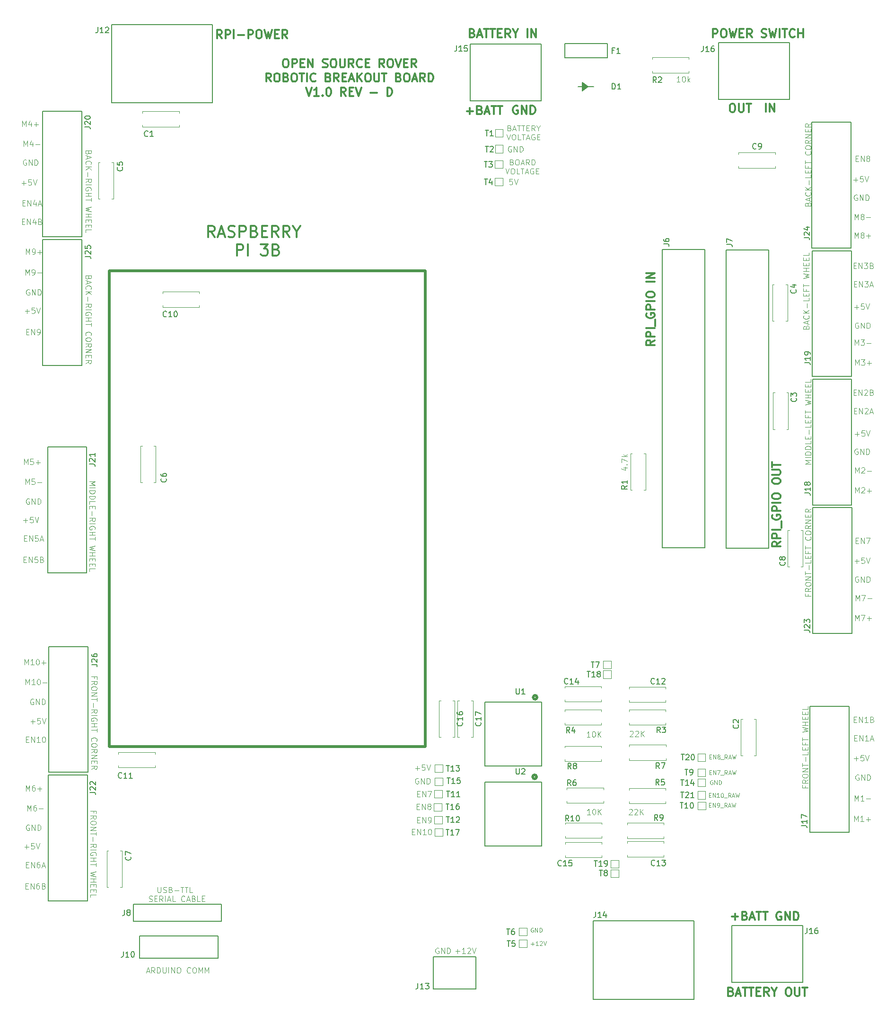
<source format=gto>
G04 #@! TF.GenerationSoftware,KiCad,Pcbnew,(5.0.2)-1*
G04 #@! TF.CreationDate,2019-04-01T17:39:50-07:00*
G04 #@! TF.ProjectId,Monolithic Board,4d6f6e6f-6c69-4746-9869-6320426f6172,rev?*
G04 #@! TF.SameCoordinates,Original*
G04 #@! TF.FileFunction,Legend,Top*
G04 #@! TF.FilePolarity,Positive*
%FSLAX46Y46*%
G04 Gerber Fmt 4.6, Leading zero omitted, Abs format (unit mm)*
G04 Created by KiCad (PCBNEW (5.0.2)-1) date 4/1/2019 5:39:50 PM*
%MOMM*%
%LPD*%
G01*
G04 APERTURE LIST*
%ADD10C,0.100000*%
%ADD11C,0.300000*%
%ADD12C,0.500000*%
%ADD13C,0.150000*%
%ADD14C,0.120000*%
G04 APERTURE END LIST*
D10*
X117489361Y163288719D02*
X116917933Y163288719D01*
X117203647Y163288719D02*
X117203647Y164288719D01*
X117108409Y164145861D01*
X117013171Y164050623D01*
X116917933Y164003004D01*
X118108409Y164288719D02*
X118203647Y164288719D01*
X118298885Y164241100D01*
X118346504Y164193480D01*
X118394123Y164098242D01*
X118441742Y163907766D01*
X118441742Y163669671D01*
X118394123Y163479195D01*
X118346504Y163383957D01*
X118298885Y163336338D01*
X118203647Y163288719D01*
X118108409Y163288719D01*
X118013171Y163336338D01*
X117965552Y163383957D01*
X117917933Y163479195D01*
X117870314Y163669671D01*
X117870314Y163907766D01*
X117917933Y164098242D01*
X117965552Y164193480D01*
X118013171Y164241100D01*
X118108409Y164288719D01*
X118870314Y163288719D02*
X118870314Y164288719D01*
X118965552Y163669671D02*
X119251266Y163288719D01*
X119251266Y163955385D02*
X118870314Y163574433D01*
X90817071Y9153928D02*
X91388500Y9153928D01*
X91102785Y8868214D02*
X91102785Y9439642D01*
X92138500Y8868214D02*
X91709928Y8868214D01*
X91924214Y8868214D02*
X91924214Y9618214D01*
X91852785Y9511071D01*
X91781357Y9439642D01*
X91709928Y9403928D01*
X92424214Y9546785D02*
X92459928Y9582500D01*
X92531357Y9618214D01*
X92709928Y9618214D01*
X92781357Y9582500D01*
X92817071Y9546785D01*
X92852785Y9475357D01*
X92852785Y9403928D01*
X92817071Y9296785D01*
X92388500Y8868214D01*
X92852785Y8868214D01*
X93067071Y9618214D02*
X93317071Y8868214D01*
X93567071Y9618214D01*
X91224171Y11957400D02*
X91152742Y11993114D01*
X91045600Y11993114D01*
X90938457Y11957400D01*
X90867028Y11885971D01*
X90831314Y11814542D01*
X90795600Y11671685D01*
X90795600Y11564542D01*
X90831314Y11421685D01*
X90867028Y11350257D01*
X90938457Y11278828D01*
X91045600Y11243114D01*
X91117028Y11243114D01*
X91224171Y11278828D01*
X91259885Y11314542D01*
X91259885Y11564542D01*
X91117028Y11564542D01*
X91581314Y11243114D02*
X91581314Y11993114D01*
X92009885Y11243114D01*
X92009885Y11993114D01*
X92367028Y11243114D02*
X92367028Y11993114D01*
X92545600Y11993114D01*
X92652742Y11957400D01*
X92724171Y11885971D01*
X92759885Y11814542D01*
X92795600Y11671685D01*
X92795600Y11564542D01*
X92759885Y11421685D01*
X92724171Y11350257D01*
X92652742Y11278828D01*
X92545600Y11243114D01*
X92367028Y11243114D01*
X123317071Y38348000D02*
X123245642Y38383714D01*
X123138500Y38383714D01*
X123031357Y38348000D01*
X122959928Y38276571D01*
X122924214Y38205142D01*
X122888500Y38062285D01*
X122888500Y37955142D01*
X122924214Y37812285D01*
X122959928Y37740857D01*
X123031357Y37669428D01*
X123138500Y37633714D01*
X123209928Y37633714D01*
X123317071Y37669428D01*
X123352785Y37705142D01*
X123352785Y37955142D01*
X123209928Y37955142D01*
X123674214Y37633714D02*
X123674214Y38383714D01*
X124102785Y37633714D01*
X124102785Y38383714D01*
X124459928Y37633714D02*
X124459928Y38383714D01*
X124638500Y38383714D01*
X124745642Y38348000D01*
X124817071Y38276571D01*
X124852785Y38205142D01*
X124888500Y38062285D01*
X124888500Y37955142D01*
X124852785Y37812285D01*
X124817071Y37740857D01*
X124745642Y37669428D01*
X124638500Y37633714D01*
X124459928Y37633714D01*
X122670428Y35740571D02*
X122920428Y35740571D01*
X123027571Y35347714D02*
X122670428Y35347714D01*
X122670428Y36097714D01*
X123027571Y36097714D01*
X123349000Y35347714D02*
X123349000Y36097714D01*
X123777571Y35347714D01*
X123777571Y36097714D01*
X124527571Y35347714D02*
X124099000Y35347714D01*
X124313285Y35347714D02*
X124313285Y36097714D01*
X124241857Y35990571D01*
X124170428Y35919142D01*
X124099000Y35883428D01*
X124991857Y36097714D02*
X125063285Y36097714D01*
X125134714Y36062000D01*
X125170428Y36026285D01*
X125206142Y35954857D01*
X125241857Y35812000D01*
X125241857Y35633428D01*
X125206142Y35490571D01*
X125170428Y35419142D01*
X125134714Y35383428D01*
X125063285Y35347714D01*
X124991857Y35347714D01*
X124920428Y35383428D01*
X124884714Y35419142D01*
X124849000Y35490571D01*
X124813285Y35633428D01*
X124813285Y35812000D01*
X124849000Y35954857D01*
X124884714Y36026285D01*
X124920428Y36062000D01*
X124991857Y36097714D01*
X125384714Y35276285D02*
X125956142Y35276285D01*
X126563285Y35347714D02*
X126313285Y35704857D01*
X126134714Y35347714D02*
X126134714Y36097714D01*
X126420428Y36097714D01*
X126491857Y36062000D01*
X126527571Y36026285D01*
X126563285Y35954857D01*
X126563285Y35847714D01*
X126527571Y35776285D01*
X126491857Y35740571D01*
X126420428Y35704857D01*
X126134714Y35704857D01*
X126849000Y35562000D02*
X127206142Y35562000D01*
X126777571Y35347714D02*
X127027571Y36097714D01*
X127277571Y35347714D01*
X127456142Y36097714D02*
X127634714Y35347714D01*
X127777571Y35883428D01*
X127920428Y35347714D01*
X128099000Y36097714D01*
X122710071Y33962571D02*
X122960071Y33962571D01*
X123067214Y33569714D02*
X122710071Y33569714D01*
X122710071Y34319714D01*
X123067214Y34319714D01*
X123388642Y33569714D02*
X123388642Y34319714D01*
X123817214Y33569714D01*
X123817214Y34319714D01*
X124210071Y33569714D02*
X124352928Y33569714D01*
X124424357Y33605428D01*
X124460071Y33641142D01*
X124531500Y33748285D01*
X124567214Y33891142D01*
X124567214Y34176857D01*
X124531500Y34248285D01*
X124495785Y34284000D01*
X124424357Y34319714D01*
X124281500Y34319714D01*
X124210071Y34284000D01*
X124174357Y34248285D01*
X124138642Y34176857D01*
X124138642Y33998285D01*
X124174357Y33926857D01*
X124210071Y33891142D01*
X124281500Y33855428D01*
X124424357Y33855428D01*
X124495785Y33891142D01*
X124531500Y33926857D01*
X124567214Y33998285D01*
X124710071Y33498285D02*
X125281500Y33498285D01*
X125888642Y33569714D02*
X125638642Y33926857D01*
X125460071Y33569714D02*
X125460071Y34319714D01*
X125745785Y34319714D01*
X125817214Y34284000D01*
X125852928Y34248285D01*
X125888642Y34176857D01*
X125888642Y34069714D01*
X125852928Y33998285D01*
X125817214Y33962571D01*
X125745785Y33926857D01*
X125460071Y33926857D01*
X126174357Y33784000D02*
X126531500Y33784000D01*
X126102928Y33569714D02*
X126352928Y34319714D01*
X126602928Y33569714D01*
X126781500Y34319714D02*
X126960071Y33569714D01*
X127102928Y34105428D01*
X127245785Y33569714D01*
X127424357Y34319714D01*
X122773571Y42598571D02*
X123023571Y42598571D01*
X123130714Y42205714D02*
X122773571Y42205714D01*
X122773571Y42955714D01*
X123130714Y42955714D01*
X123452142Y42205714D02*
X123452142Y42955714D01*
X123880714Y42205714D01*
X123880714Y42955714D01*
X124345000Y42634285D02*
X124273571Y42670000D01*
X124237857Y42705714D01*
X124202142Y42777142D01*
X124202142Y42812857D01*
X124237857Y42884285D01*
X124273571Y42920000D01*
X124345000Y42955714D01*
X124487857Y42955714D01*
X124559285Y42920000D01*
X124595000Y42884285D01*
X124630714Y42812857D01*
X124630714Y42777142D01*
X124595000Y42705714D01*
X124559285Y42670000D01*
X124487857Y42634285D01*
X124345000Y42634285D01*
X124273571Y42598571D01*
X124237857Y42562857D01*
X124202142Y42491428D01*
X124202142Y42348571D01*
X124237857Y42277142D01*
X124273571Y42241428D01*
X124345000Y42205714D01*
X124487857Y42205714D01*
X124559285Y42241428D01*
X124595000Y42277142D01*
X124630714Y42348571D01*
X124630714Y42491428D01*
X124595000Y42562857D01*
X124559285Y42598571D01*
X124487857Y42634285D01*
X124773571Y42134285D02*
X125345000Y42134285D01*
X125952142Y42205714D02*
X125702142Y42562857D01*
X125523571Y42205714D02*
X125523571Y42955714D01*
X125809285Y42955714D01*
X125880714Y42920000D01*
X125916428Y42884285D01*
X125952142Y42812857D01*
X125952142Y42705714D01*
X125916428Y42634285D01*
X125880714Y42598571D01*
X125809285Y42562857D01*
X125523571Y42562857D01*
X126237857Y42420000D02*
X126595000Y42420000D01*
X126166428Y42205714D02*
X126416428Y42955714D01*
X126666428Y42205714D01*
X126845000Y42955714D02*
X127023571Y42205714D01*
X127166428Y42741428D01*
X127309285Y42205714D01*
X127487857Y42955714D01*
X122773571Y39804571D02*
X123023571Y39804571D01*
X123130714Y39411714D02*
X122773571Y39411714D01*
X122773571Y40161714D01*
X123130714Y40161714D01*
X123452142Y39411714D02*
X123452142Y40161714D01*
X123880714Y39411714D01*
X123880714Y40161714D01*
X124166428Y40161714D02*
X124666428Y40161714D01*
X124345000Y39411714D01*
X124773571Y39340285D02*
X125345000Y39340285D01*
X125952142Y39411714D02*
X125702142Y39768857D01*
X125523571Y39411714D02*
X125523571Y40161714D01*
X125809285Y40161714D01*
X125880714Y40126000D01*
X125916428Y40090285D01*
X125952142Y40018857D01*
X125952142Y39911714D01*
X125916428Y39840285D01*
X125880714Y39804571D01*
X125809285Y39768857D01*
X125523571Y39768857D01*
X126237857Y39626000D02*
X126595000Y39626000D01*
X126166428Y39411714D02*
X126416428Y40161714D01*
X126666428Y39411714D01*
X126845000Y40161714D02*
X127023571Y39411714D01*
X127166428Y39947428D01*
X127309285Y39411714D01*
X127487857Y40161714D01*
X69556523Y29217928D02*
X69889857Y29217928D01*
X70032714Y28694119D02*
X69556523Y28694119D01*
X69556523Y29694119D01*
X70032714Y29694119D01*
X70461285Y28694119D02*
X70461285Y29694119D01*
X71032714Y28694119D01*
X71032714Y29694119D01*
X72032714Y28694119D02*
X71461285Y28694119D01*
X71747000Y28694119D02*
X71747000Y29694119D01*
X71651761Y29551261D01*
X71556523Y29456023D01*
X71461285Y29408404D01*
X72651761Y29694119D02*
X72747000Y29694119D01*
X72842238Y29646500D01*
X72889857Y29598880D01*
X72937476Y29503642D01*
X72985095Y29313166D01*
X72985095Y29075071D01*
X72937476Y28884595D01*
X72889857Y28789357D01*
X72842238Y28741738D01*
X72747000Y28694119D01*
X72651761Y28694119D01*
X72556523Y28741738D01*
X72508904Y28789357D01*
X72461285Y28884595D01*
X72413666Y29075071D01*
X72413666Y29313166D01*
X72461285Y29503642D01*
X72508904Y29598880D01*
X72556523Y29646500D01*
X72651761Y29694119D01*
X70477214Y31313428D02*
X70810547Y31313428D01*
X70953404Y30789619D02*
X70477214Y30789619D01*
X70477214Y31789619D01*
X70953404Y31789619D01*
X71381976Y30789619D02*
X71381976Y31789619D01*
X71953404Y30789619D01*
X71953404Y31789619D01*
X72477214Y30789619D02*
X72667690Y30789619D01*
X72762928Y30837238D01*
X72810547Y30884857D01*
X72905785Y31027714D01*
X72953404Y31218190D01*
X72953404Y31599142D01*
X72905785Y31694380D01*
X72858166Y31742000D01*
X72762928Y31789619D01*
X72572452Y31789619D01*
X72477214Y31742000D01*
X72429595Y31694380D01*
X72381976Y31599142D01*
X72381976Y31361047D01*
X72429595Y31265809D01*
X72477214Y31218190D01*
X72572452Y31170571D01*
X72762928Y31170571D01*
X72858166Y31218190D01*
X72905785Y31265809D01*
X72953404Y31361047D01*
X70413714Y33726428D02*
X70747047Y33726428D01*
X70889904Y33202619D02*
X70413714Y33202619D01*
X70413714Y34202619D01*
X70889904Y34202619D01*
X71318476Y33202619D02*
X71318476Y34202619D01*
X71889904Y33202619D01*
X71889904Y34202619D01*
X72508952Y33774047D02*
X72413714Y33821666D01*
X72366095Y33869285D01*
X72318476Y33964523D01*
X72318476Y34012142D01*
X72366095Y34107380D01*
X72413714Y34155000D01*
X72508952Y34202619D01*
X72699428Y34202619D01*
X72794666Y34155000D01*
X72842285Y34107380D01*
X72889904Y34012142D01*
X72889904Y33964523D01*
X72842285Y33869285D01*
X72794666Y33821666D01*
X72699428Y33774047D01*
X72508952Y33774047D01*
X72413714Y33726428D01*
X72366095Y33678809D01*
X72318476Y33583571D01*
X72318476Y33393095D01*
X72366095Y33297857D01*
X72413714Y33250238D01*
X72508952Y33202619D01*
X72699428Y33202619D01*
X72794666Y33250238D01*
X72842285Y33297857D01*
X72889904Y33393095D01*
X72889904Y33583571D01*
X72842285Y33678809D01*
X72794666Y33726428D01*
X72699428Y33774047D01*
X70477214Y35948928D02*
X70810547Y35948928D01*
X70953404Y35425119D02*
X70477214Y35425119D01*
X70477214Y36425119D01*
X70953404Y36425119D01*
X71381976Y35425119D02*
X71381976Y36425119D01*
X71953404Y35425119D01*
X71953404Y36425119D01*
X72334357Y36425119D02*
X73001023Y36425119D01*
X72572452Y35425119D01*
X70675595Y38727000D02*
X70580357Y38774619D01*
X70437500Y38774619D01*
X70294642Y38727000D01*
X70199404Y38631761D01*
X70151785Y38536523D01*
X70104166Y38346047D01*
X70104166Y38203190D01*
X70151785Y38012714D01*
X70199404Y37917476D01*
X70294642Y37822238D01*
X70437500Y37774619D01*
X70532738Y37774619D01*
X70675595Y37822238D01*
X70723214Y37869857D01*
X70723214Y38203190D01*
X70532738Y38203190D01*
X71151785Y37774619D02*
X71151785Y38774619D01*
X71723214Y37774619D01*
X71723214Y38774619D01*
X72199404Y37774619D02*
X72199404Y38774619D01*
X72437500Y38774619D01*
X72580357Y38727000D01*
X72675595Y38631761D01*
X72723214Y38536523D01*
X72770833Y38346047D01*
X72770833Y38203190D01*
X72723214Y38012714D01*
X72675595Y37917476D01*
X72580357Y37822238D01*
X72437500Y37774619D01*
X72199404Y37774619D01*
X70088285Y40568571D02*
X70850190Y40568571D01*
X70469238Y40187619D02*
X70469238Y40949523D01*
X71802571Y41187619D02*
X71326380Y41187619D01*
X71278761Y40711428D01*
X71326380Y40759047D01*
X71421619Y40806666D01*
X71659714Y40806666D01*
X71754952Y40759047D01*
X71802571Y40711428D01*
X71850190Y40616190D01*
X71850190Y40378095D01*
X71802571Y40282857D01*
X71754952Y40235238D01*
X71659714Y40187619D01*
X71421619Y40187619D01*
X71326380Y40235238D01*
X71278761Y40282857D01*
X72135904Y41187619D02*
X72469238Y40187619D01*
X72802571Y41187619D01*
X74295095Y8386700D02*
X74199857Y8434319D01*
X74057000Y8434319D01*
X73914142Y8386700D01*
X73818904Y8291461D01*
X73771285Y8196223D01*
X73723666Y8005747D01*
X73723666Y7862890D01*
X73771285Y7672414D01*
X73818904Y7577176D01*
X73914142Y7481938D01*
X74057000Y7434319D01*
X74152238Y7434319D01*
X74295095Y7481938D01*
X74342714Y7529557D01*
X74342714Y7862890D01*
X74152238Y7862890D01*
X74771285Y7434319D02*
X74771285Y8434319D01*
X75342714Y7434319D01*
X75342714Y8434319D01*
X75818904Y7434319D02*
X75818904Y8434319D01*
X76057000Y8434319D01*
X76199857Y8386700D01*
X76295095Y8291461D01*
X76342714Y8196223D01*
X76390333Y8005747D01*
X76390333Y7862890D01*
X76342714Y7672414D01*
X76295095Y7577176D01*
X76199857Y7481938D01*
X76057000Y7434319D01*
X75818904Y7434319D01*
X77308295Y7815271D02*
X78070200Y7815271D01*
X77689247Y7434319D02*
X77689247Y8196223D01*
X79070200Y7434319D02*
X78498771Y7434319D01*
X78784485Y7434319D02*
X78784485Y8434319D01*
X78689247Y8291461D01*
X78594009Y8196223D01*
X78498771Y8148604D01*
X79451152Y8339080D02*
X79498771Y8386700D01*
X79594009Y8434319D01*
X79832104Y8434319D01*
X79927342Y8386700D01*
X79974961Y8339080D01*
X80022580Y8243842D01*
X80022580Y8148604D01*
X79974961Y8005747D01*
X79403533Y7434319D01*
X80022580Y7434319D01*
X80308295Y8434319D02*
X80641628Y7434319D01*
X80974961Y8434319D01*
X22014561Y4214833D02*
X22490752Y4214833D01*
X21919323Y3929119D02*
X22252657Y4929119D01*
X22585990Y3929119D01*
X23490752Y3929119D02*
X23157419Y4405309D01*
X22919323Y3929119D02*
X22919323Y4929119D01*
X23300276Y4929119D01*
X23395514Y4881500D01*
X23443133Y4833880D01*
X23490752Y4738642D01*
X23490752Y4595785D01*
X23443133Y4500547D01*
X23395514Y4452928D01*
X23300276Y4405309D01*
X22919323Y4405309D01*
X23919323Y3929119D02*
X23919323Y4929119D01*
X24157419Y4929119D01*
X24300276Y4881500D01*
X24395514Y4786261D01*
X24443133Y4691023D01*
X24490752Y4500547D01*
X24490752Y4357690D01*
X24443133Y4167214D01*
X24395514Y4071976D01*
X24300276Y3976738D01*
X24157419Y3929119D01*
X23919323Y3929119D01*
X24919323Y4929119D02*
X24919323Y4119595D01*
X24966942Y4024357D01*
X25014561Y3976738D01*
X25109800Y3929119D01*
X25300276Y3929119D01*
X25395514Y3976738D01*
X25443133Y4024357D01*
X25490752Y4119595D01*
X25490752Y4929119D01*
X25966942Y3929119D02*
X25966942Y4929119D01*
X26443133Y3929119D02*
X26443133Y4929119D01*
X27014561Y3929119D01*
X27014561Y4929119D01*
X27681228Y4929119D02*
X27871704Y4929119D01*
X27966942Y4881500D01*
X28062180Y4786261D01*
X28109800Y4595785D01*
X28109800Y4262452D01*
X28062180Y4071976D01*
X27966942Y3976738D01*
X27871704Y3929119D01*
X27681228Y3929119D01*
X27585990Y3976738D01*
X27490752Y4071976D01*
X27443133Y4262452D01*
X27443133Y4595785D01*
X27490752Y4786261D01*
X27585990Y4881500D01*
X27681228Y4929119D01*
X29871704Y4024357D02*
X29824085Y3976738D01*
X29681228Y3929119D01*
X29585990Y3929119D01*
X29443133Y3976738D01*
X29347895Y4071976D01*
X29300276Y4167214D01*
X29252657Y4357690D01*
X29252657Y4500547D01*
X29300276Y4691023D01*
X29347895Y4786261D01*
X29443133Y4881500D01*
X29585990Y4929119D01*
X29681228Y4929119D01*
X29824085Y4881500D01*
X29871704Y4833880D01*
X30490752Y4929119D02*
X30681228Y4929119D01*
X30776466Y4881500D01*
X30871704Y4786261D01*
X30919323Y4595785D01*
X30919323Y4262452D01*
X30871704Y4071976D01*
X30776466Y3976738D01*
X30681228Y3929119D01*
X30490752Y3929119D01*
X30395514Y3976738D01*
X30300276Y4071976D01*
X30252657Y4262452D01*
X30252657Y4595785D01*
X30300276Y4786261D01*
X30395514Y4881500D01*
X30490752Y4929119D01*
X31347895Y3929119D02*
X31347895Y4929119D01*
X31681228Y4214833D01*
X32014561Y4929119D01*
X32014561Y3929119D01*
X32490752Y3929119D02*
X32490752Y4929119D01*
X32824085Y4214833D01*
X33157419Y4929119D01*
X33157419Y3929119D01*
X24003428Y19318119D02*
X24003428Y18508595D01*
X24051047Y18413357D01*
X24098666Y18365738D01*
X24193904Y18318119D01*
X24384380Y18318119D01*
X24479619Y18365738D01*
X24527238Y18413357D01*
X24574857Y18508595D01*
X24574857Y19318119D01*
X25003428Y18365738D02*
X25146285Y18318119D01*
X25384380Y18318119D01*
X25479619Y18365738D01*
X25527238Y18413357D01*
X25574857Y18508595D01*
X25574857Y18603833D01*
X25527238Y18699071D01*
X25479619Y18746690D01*
X25384380Y18794309D01*
X25193904Y18841928D01*
X25098666Y18889547D01*
X25051047Y18937166D01*
X25003428Y19032404D01*
X25003428Y19127642D01*
X25051047Y19222880D01*
X25098666Y19270500D01*
X25193904Y19318119D01*
X25432000Y19318119D01*
X25574857Y19270500D01*
X26336761Y18841928D02*
X26479619Y18794309D01*
X26527238Y18746690D01*
X26574857Y18651452D01*
X26574857Y18508595D01*
X26527238Y18413357D01*
X26479619Y18365738D01*
X26384380Y18318119D01*
X26003428Y18318119D01*
X26003428Y19318119D01*
X26336761Y19318119D01*
X26432000Y19270500D01*
X26479619Y19222880D01*
X26527238Y19127642D01*
X26527238Y19032404D01*
X26479619Y18937166D01*
X26432000Y18889547D01*
X26336761Y18841928D01*
X26003428Y18841928D01*
X27003428Y18699071D02*
X27765333Y18699071D01*
X28098666Y19318119D02*
X28670095Y19318119D01*
X28384380Y18318119D02*
X28384380Y19318119D01*
X28860571Y19318119D02*
X29432000Y19318119D01*
X29146285Y18318119D02*
X29146285Y19318119D01*
X30241523Y18318119D02*
X29765333Y18318119D01*
X29765333Y19318119D01*
X22455809Y16765738D02*
X22598666Y16718119D01*
X22836761Y16718119D01*
X22932000Y16765738D01*
X22979619Y16813357D01*
X23027238Y16908595D01*
X23027238Y17003833D01*
X22979619Y17099071D01*
X22932000Y17146690D01*
X22836761Y17194309D01*
X22646285Y17241928D01*
X22551047Y17289547D01*
X22503428Y17337166D01*
X22455809Y17432404D01*
X22455809Y17527642D01*
X22503428Y17622880D01*
X22551047Y17670500D01*
X22646285Y17718119D01*
X22884380Y17718119D01*
X23027238Y17670500D01*
X23455809Y17241928D02*
X23789142Y17241928D01*
X23932000Y16718119D02*
X23455809Y16718119D01*
X23455809Y17718119D01*
X23932000Y17718119D01*
X24932000Y16718119D02*
X24598666Y17194309D01*
X24360571Y16718119D02*
X24360571Y17718119D01*
X24741523Y17718119D01*
X24836761Y17670500D01*
X24884380Y17622880D01*
X24932000Y17527642D01*
X24932000Y17384785D01*
X24884380Y17289547D01*
X24836761Y17241928D01*
X24741523Y17194309D01*
X24360571Y17194309D01*
X25360571Y16718119D02*
X25360571Y17718119D01*
X25789142Y17003833D02*
X26265333Y17003833D01*
X25693904Y16718119D02*
X26027238Y17718119D01*
X26360571Y16718119D01*
X27170095Y16718119D02*
X26693904Y16718119D01*
X26693904Y17718119D01*
X28836761Y16813357D02*
X28789142Y16765738D01*
X28646285Y16718119D01*
X28551047Y16718119D01*
X28408190Y16765738D01*
X28312952Y16860976D01*
X28265333Y16956214D01*
X28217714Y17146690D01*
X28217714Y17289547D01*
X28265333Y17480023D01*
X28312952Y17575261D01*
X28408190Y17670500D01*
X28551047Y17718119D01*
X28646285Y17718119D01*
X28789142Y17670500D01*
X28836761Y17622880D01*
X29217714Y17003833D02*
X29693904Y17003833D01*
X29122476Y16718119D02*
X29455809Y17718119D01*
X29789142Y16718119D01*
X30455809Y17241928D02*
X30598666Y17194309D01*
X30646285Y17146690D01*
X30693904Y17051452D01*
X30693904Y16908595D01*
X30646285Y16813357D01*
X30598666Y16765738D01*
X30503428Y16718119D01*
X30122476Y16718119D01*
X30122476Y17718119D01*
X30455809Y17718119D01*
X30551047Y17670500D01*
X30598666Y17622880D01*
X30646285Y17527642D01*
X30646285Y17432404D01*
X30598666Y17337166D01*
X30551047Y17289547D01*
X30455809Y17241928D01*
X30122476Y17241928D01*
X31598666Y16718119D02*
X31122476Y16718119D01*
X31122476Y17718119D01*
X31932000Y17241928D02*
X32265333Y17241928D01*
X32408190Y16718119D02*
X31932000Y16718119D01*
X31932000Y17718119D01*
X32408190Y17718119D01*
X140390571Y141439190D02*
X140438190Y141582047D01*
X140485809Y141629666D01*
X140581047Y141677285D01*
X140723904Y141677285D01*
X140819142Y141629666D01*
X140866761Y141582047D01*
X140914380Y141486809D01*
X140914380Y141105857D01*
X139914380Y141105857D01*
X139914380Y141439190D01*
X139962000Y141534428D01*
X140009619Y141582047D01*
X140104857Y141629666D01*
X140200095Y141629666D01*
X140295333Y141582047D01*
X140342952Y141534428D01*
X140390571Y141439190D01*
X140390571Y141105857D01*
X140628666Y142058238D02*
X140628666Y142534428D01*
X140914380Y141963000D02*
X139914380Y142296333D01*
X140914380Y142629666D01*
X140819142Y143534428D02*
X140866761Y143486809D01*
X140914380Y143343952D01*
X140914380Y143248714D01*
X140866761Y143105857D01*
X140771523Y143010619D01*
X140676285Y142963000D01*
X140485809Y142915380D01*
X140342952Y142915380D01*
X140152476Y142963000D01*
X140057238Y143010619D01*
X139962000Y143105857D01*
X139914380Y143248714D01*
X139914380Y143343952D01*
X139962000Y143486809D01*
X140009619Y143534428D01*
X140914380Y143963000D02*
X139914380Y143963000D01*
X140914380Y144534428D02*
X140342952Y144105857D01*
X139914380Y144534428D02*
X140485809Y143963000D01*
X140533428Y144963000D02*
X140533428Y145724904D01*
X140914380Y146677285D02*
X140914380Y146201095D01*
X139914380Y146201095D01*
X140390571Y147010619D02*
X140390571Y147343952D01*
X140914380Y147486809D02*
X140914380Y147010619D01*
X139914380Y147010619D01*
X139914380Y147486809D01*
X140390571Y148248714D02*
X140390571Y147915380D01*
X140914380Y147915380D02*
X139914380Y147915380D01*
X139914380Y148391571D01*
X139914380Y148629666D02*
X139914380Y149201095D01*
X140914380Y148915380D02*
X139914380Y148915380D01*
X140819142Y150867761D02*
X140866761Y150820142D01*
X140914380Y150677285D01*
X140914380Y150582047D01*
X140866761Y150439190D01*
X140771523Y150343952D01*
X140676285Y150296333D01*
X140485809Y150248714D01*
X140342952Y150248714D01*
X140152476Y150296333D01*
X140057238Y150343952D01*
X139962000Y150439190D01*
X139914380Y150582047D01*
X139914380Y150677285D01*
X139962000Y150820142D01*
X140009619Y150867761D01*
X139914380Y151486809D02*
X139914380Y151677285D01*
X139962000Y151772523D01*
X140057238Y151867761D01*
X140247714Y151915380D01*
X140581047Y151915380D01*
X140771523Y151867761D01*
X140866761Y151772523D01*
X140914380Y151677285D01*
X140914380Y151486809D01*
X140866761Y151391571D01*
X140771523Y151296333D01*
X140581047Y151248714D01*
X140247714Y151248714D01*
X140057238Y151296333D01*
X139962000Y151391571D01*
X139914380Y151486809D01*
X140914380Y152915380D02*
X140438190Y152582047D01*
X140914380Y152343952D02*
X139914380Y152343952D01*
X139914380Y152724904D01*
X139962000Y152820142D01*
X140009619Y152867761D01*
X140104857Y152915380D01*
X140247714Y152915380D01*
X140342952Y152867761D01*
X140390571Y152820142D01*
X140438190Y152724904D01*
X140438190Y152343952D01*
X140914380Y153343952D02*
X139914380Y153343952D01*
X140914380Y153915380D01*
X139914380Y153915380D01*
X140390571Y154391571D02*
X140390571Y154724904D01*
X140914380Y154867761D02*
X140914380Y154391571D01*
X139914380Y154391571D01*
X139914380Y154867761D01*
X140914380Y155867761D02*
X140438190Y155534428D01*
X140914380Y155296333D02*
X139914380Y155296333D01*
X139914380Y155677285D01*
X139962000Y155772523D01*
X140009619Y155820142D01*
X140104857Y155867761D01*
X140247714Y155867761D01*
X140342952Y155820142D01*
X140390571Y155772523D01*
X140438190Y155677285D01*
X140438190Y155296333D01*
D11*
X132843685Y157931728D02*
X132843685Y159431728D01*
X133557971Y157931728D02*
X133557971Y159431728D01*
X134415114Y157931728D01*
X134415114Y159431728D01*
X126744600Y159380928D02*
X127030314Y159380928D01*
X127173171Y159309500D01*
X127316028Y159166642D01*
X127387457Y158880928D01*
X127387457Y158380928D01*
X127316028Y158095214D01*
X127173171Y157952357D01*
X127030314Y157880928D01*
X126744600Y157880928D01*
X126601742Y157952357D01*
X126458885Y158095214D01*
X126387457Y158380928D01*
X126387457Y158880928D01*
X126458885Y159166642D01*
X126601742Y159309500D01*
X126744600Y159380928D01*
X128030314Y159380928D02*
X128030314Y158166642D01*
X128101742Y158023785D01*
X128173171Y157952357D01*
X128316028Y157880928D01*
X128601742Y157880928D01*
X128744600Y157952357D01*
X128816028Y158023785D01*
X128887457Y158166642D01*
X128887457Y159380928D01*
X129387457Y159380928D02*
X130244600Y159380928D01*
X129816028Y157880928D02*
X129816028Y159380928D01*
D10*
X87464923Y145949919D02*
X86988733Y145949919D01*
X86941114Y145473728D01*
X86988733Y145521347D01*
X87083971Y145568966D01*
X87322066Y145568966D01*
X87417304Y145521347D01*
X87464923Y145473728D01*
X87512542Y145378490D01*
X87512542Y145140395D01*
X87464923Y145045157D01*
X87417304Y144997538D01*
X87322066Y144949919D01*
X87083971Y144949919D01*
X86988733Y144997538D01*
X86941114Y145045157D01*
X87798257Y145949919D02*
X88131590Y144949919D01*
X88464923Y145949919D01*
X87400047Y148966128D02*
X87542904Y148918509D01*
X87590523Y148870890D01*
X87638142Y148775652D01*
X87638142Y148632795D01*
X87590523Y148537557D01*
X87542904Y148489938D01*
X87447666Y148442319D01*
X87066714Y148442319D01*
X87066714Y149442319D01*
X87400047Y149442319D01*
X87495285Y149394700D01*
X87542904Y149347080D01*
X87590523Y149251842D01*
X87590523Y149156604D01*
X87542904Y149061366D01*
X87495285Y149013747D01*
X87400047Y148966128D01*
X87066714Y148966128D01*
X88257190Y149442319D02*
X88447666Y149442319D01*
X88542904Y149394700D01*
X88638142Y149299461D01*
X88685761Y149108985D01*
X88685761Y148775652D01*
X88638142Y148585176D01*
X88542904Y148489938D01*
X88447666Y148442319D01*
X88257190Y148442319D01*
X88161952Y148489938D01*
X88066714Y148585176D01*
X88019095Y148775652D01*
X88019095Y149108985D01*
X88066714Y149299461D01*
X88161952Y149394700D01*
X88257190Y149442319D01*
X89066714Y148728033D02*
X89542904Y148728033D01*
X88971476Y148442319D02*
X89304809Y149442319D01*
X89638142Y148442319D01*
X90542904Y148442319D02*
X90209571Y148918509D01*
X89971476Y148442319D02*
X89971476Y149442319D01*
X90352428Y149442319D01*
X90447666Y149394700D01*
X90495285Y149347080D01*
X90542904Y149251842D01*
X90542904Y149108985D01*
X90495285Y149013747D01*
X90447666Y148966128D01*
X90352428Y148918509D01*
X89971476Y148918509D01*
X90971476Y148442319D02*
X90971476Y149442319D01*
X91209571Y149442319D01*
X91352428Y149394700D01*
X91447666Y149299461D01*
X91495285Y149204223D01*
X91542904Y149013747D01*
X91542904Y148870890D01*
X91495285Y148680414D01*
X91447666Y148585176D01*
X91352428Y148489938D01*
X91209571Y148442319D01*
X90971476Y148442319D01*
X86257190Y147842319D02*
X86590523Y146842319D01*
X86923857Y147842319D01*
X87447666Y147842319D02*
X87638142Y147842319D01*
X87733380Y147794700D01*
X87828619Y147699461D01*
X87876238Y147508985D01*
X87876238Y147175652D01*
X87828619Y146985176D01*
X87733380Y146889938D01*
X87638142Y146842319D01*
X87447666Y146842319D01*
X87352428Y146889938D01*
X87257190Y146985176D01*
X87209571Y147175652D01*
X87209571Y147508985D01*
X87257190Y147699461D01*
X87352428Y147794700D01*
X87447666Y147842319D01*
X88781000Y146842319D02*
X88304809Y146842319D01*
X88304809Y147842319D01*
X88971476Y147842319D02*
X89542904Y147842319D01*
X89257190Y146842319D02*
X89257190Y147842319D01*
X89828619Y147128033D02*
X90304809Y147128033D01*
X89733380Y146842319D02*
X90066714Y147842319D01*
X90400047Y146842319D01*
X91257190Y147794700D02*
X91161952Y147842319D01*
X91019095Y147842319D01*
X90876238Y147794700D01*
X90781000Y147699461D01*
X90733380Y147604223D01*
X90685761Y147413747D01*
X90685761Y147270890D01*
X90733380Y147080414D01*
X90781000Y146985176D01*
X90876238Y146889938D01*
X91019095Y146842319D01*
X91114333Y146842319D01*
X91257190Y146889938D01*
X91304809Y146937557D01*
X91304809Y147270890D01*
X91114333Y147270890D01*
X91733380Y147366128D02*
X92066714Y147366128D01*
X92209571Y146842319D02*
X91733380Y146842319D01*
X91733380Y147842319D01*
X92209571Y147842319D01*
X87299895Y151744300D02*
X87204657Y151791919D01*
X87061800Y151791919D01*
X86918942Y151744300D01*
X86823704Y151649061D01*
X86776085Y151553823D01*
X86728466Y151363347D01*
X86728466Y151220490D01*
X86776085Y151030014D01*
X86823704Y150934776D01*
X86918942Y150839538D01*
X87061800Y150791919D01*
X87157038Y150791919D01*
X87299895Y150839538D01*
X87347514Y150887157D01*
X87347514Y151220490D01*
X87157038Y151220490D01*
X87776085Y150791919D02*
X87776085Y151791919D01*
X88347514Y150791919D01*
X88347514Y151791919D01*
X88823704Y150791919D02*
X88823704Y151791919D01*
X89061800Y151791919D01*
X89204657Y151744300D01*
X89299895Y151649061D01*
X89347514Y151553823D01*
X89395133Y151363347D01*
X89395133Y151220490D01*
X89347514Y151030014D01*
X89299895Y150934776D01*
X89204657Y150839538D01*
X89061800Y150791919D01*
X88823704Y150791919D01*
X86984200Y155062128D02*
X87127057Y155014509D01*
X87174676Y154966890D01*
X87222295Y154871652D01*
X87222295Y154728795D01*
X87174676Y154633557D01*
X87127057Y154585938D01*
X87031819Y154538319D01*
X86650866Y154538319D01*
X86650866Y155538319D01*
X86984200Y155538319D01*
X87079438Y155490700D01*
X87127057Y155443080D01*
X87174676Y155347842D01*
X87174676Y155252604D01*
X87127057Y155157366D01*
X87079438Y155109747D01*
X86984200Y155062128D01*
X86650866Y155062128D01*
X87603247Y154824033D02*
X88079438Y154824033D01*
X87508009Y154538319D02*
X87841342Y155538319D01*
X88174676Y154538319D01*
X88365152Y155538319D02*
X88936580Y155538319D01*
X88650866Y154538319D02*
X88650866Y155538319D01*
X89127057Y155538319D02*
X89698485Y155538319D01*
X89412771Y154538319D02*
X89412771Y155538319D01*
X90031819Y155062128D02*
X90365152Y155062128D01*
X90508009Y154538319D02*
X90031819Y154538319D01*
X90031819Y155538319D01*
X90508009Y155538319D01*
X91508009Y154538319D02*
X91174676Y155014509D01*
X90936580Y154538319D02*
X90936580Y155538319D01*
X91317533Y155538319D01*
X91412771Y155490700D01*
X91460390Y155443080D01*
X91508009Y155347842D01*
X91508009Y155204985D01*
X91460390Y155109747D01*
X91412771Y155062128D01*
X91317533Y155014509D01*
X90936580Y155014509D01*
X92127057Y155014509D02*
X92127057Y154538319D01*
X91793723Y155538319D02*
X92127057Y155014509D01*
X92460390Y155538319D01*
X86460390Y153938319D02*
X86793723Y152938319D01*
X87127057Y153938319D01*
X87650866Y153938319D02*
X87841342Y153938319D01*
X87936580Y153890700D01*
X88031819Y153795461D01*
X88079438Y153604985D01*
X88079438Y153271652D01*
X88031819Y153081176D01*
X87936580Y152985938D01*
X87841342Y152938319D01*
X87650866Y152938319D01*
X87555628Y152985938D01*
X87460390Y153081176D01*
X87412771Y153271652D01*
X87412771Y153604985D01*
X87460390Y153795461D01*
X87555628Y153890700D01*
X87650866Y153938319D01*
X88984200Y152938319D02*
X88508009Y152938319D01*
X88508009Y153938319D01*
X89174676Y153938319D02*
X89746104Y153938319D01*
X89460390Y152938319D02*
X89460390Y153938319D01*
X90031819Y153224033D02*
X90508009Y153224033D01*
X89936580Y152938319D02*
X90269914Y153938319D01*
X90603247Y152938319D01*
X91460390Y153890700D02*
X91365152Y153938319D01*
X91222295Y153938319D01*
X91079438Y153890700D01*
X90984200Y153795461D01*
X90936580Y153700223D01*
X90888961Y153509747D01*
X90888961Y153366890D01*
X90936580Y153176414D01*
X90984200Y153081176D01*
X91079438Y152985938D01*
X91222295Y152938319D01*
X91317533Y152938319D01*
X91460390Y152985938D01*
X91508009Y153033557D01*
X91508009Y153366890D01*
X91317533Y153366890D01*
X91936580Y153462128D02*
X92269914Y153462128D01*
X92412771Y152938319D02*
X91936580Y152938319D01*
X91936580Y153938319D01*
X92412771Y153938319D01*
X101442923Y32275519D02*
X100871495Y32275519D01*
X101157209Y32275519D02*
X101157209Y33275519D01*
X101061971Y33132661D01*
X100966733Y33037423D01*
X100871495Y32989804D01*
X102061971Y33275519D02*
X102157209Y33275519D01*
X102252447Y33227900D01*
X102300066Y33180280D01*
X102347685Y33085042D01*
X102395304Y32894566D01*
X102395304Y32656471D01*
X102347685Y32465995D01*
X102300066Y32370757D01*
X102252447Y32323138D01*
X102157209Y32275519D01*
X102061971Y32275519D01*
X101966733Y32323138D01*
X101919114Y32370757D01*
X101871495Y32465995D01*
X101823876Y32656471D01*
X101823876Y32894566D01*
X101871495Y33085042D01*
X101919114Y33180280D01*
X101966733Y33227900D01*
X102061971Y33275519D01*
X102823876Y32275519D02*
X102823876Y33275519D01*
X103395304Y32275519D02*
X102966733Y32846947D01*
X103395304Y33275519D02*
X102823876Y32704090D01*
X101392123Y46143919D02*
X100820695Y46143919D01*
X101106409Y46143919D02*
X101106409Y47143919D01*
X101011171Y47001061D01*
X100915933Y46905823D01*
X100820695Y46858204D01*
X102011171Y47143919D02*
X102106409Y47143919D01*
X102201647Y47096300D01*
X102249266Y47048680D01*
X102296885Y46953442D01*
X102344504Y46762966D01*
X102344504Y46524871D01*
X102296885Y46334395D01*
X102249266Y46239157D01*
X102201647Y46191538D01*
X102106409Y46143919D01*
X102011171Y46143919D01*
X101915933Y46191538D01*
X101868314Y46239157D01*
X101820695Y46334395D01*
X101773076Y46524871D01*
X101773076Y46762966D01*
X101820695Y46953442D01*
X101868314Y47048680D01*
X101915933Y47096300D01*
X102011171Y47143919D01*
X102773076Y46143919D02*
X102773076Y47143919D01*
X103344504Y46143919D02*
X102915933Y46715347D01*
X103344504Y47143919D02*
X102773076Y46572490D01*
X108389895Y33129480D02*
X108437514Y33177100D01*
X108532752Y33224719D01*
X108770847Y33224719D01*
X108866085Y33177100D01*
X108913704Y33129480D01*
X108961323Y33034242D01*
X108961323Y32939004D01*
X108913704Y32796147D01*
X108342276Y32224719D01*
X108961323Y32224719D01*
X109342276Y33129480D02*
X109389895Y33177100D01*
X109485133Y33224719D01*
X109723228Y33224719D01*
X109818466Y33177100D01*
X109866085Y33129480D01*
X109913704Y33034242D01*
X109913704Y32939004D01*
X109866085Y32796147D01*
X109294657Y32224719D01*
X109913704Y32224719D01*
X110342276Y32224719D02*
X110342276Y33224719D01*
X110913704Y32224719D02*
X110485133Y32796147D01*
X110913704Y33224719D02*
X110342276Y32653290D01*
X108542295Y47150280D02*
X108589914Y47197900D01*
X108685152Y47245519D01*
X108923247Y47245519D01*
X109018485Y47197900D01*
X109066104Y47150280D01*
X109113723Y47055042D01*
X109113723Y46959804D01*
X109066104Y46816947D01*
X108494676Y46245519D01*
X109113723Y46245519D01*
X109494676Y47150280D02*
X109542295Y47197900D01*
X109637533Y47245519D01*
X109875628Y47245519D01*
X109970866Y47197900D01*
X110018485Y47150280D01*
X110066104Y47055042D01*
X110066104Y46959804D01*
X110018485Y46816947D01*
X109447057Y46245519D01*
X110066104Y46245519D01*
X110494676Y46245519D02*
X110494676Y47245519D01*
X111066104Y46245519D02*
X110637533Y46816947D01*
X111066104Y47245519D02*
X110494676Y46674090D01*
D12*
X91917000Y53238400D02*
G75*
G03X91917000Y53238400I-350000J0D01*
G01*
X91828100Y39014400D02*
G75*
G03X91828100Y39014400I-350000J0D01*
G01*
D11*
X88455642Y158992000D02*
X88312785Y159063428D01*
X88098500Y159063428D01*
X87884214Y158992000D01*
X87741357Y158849142D01*
X87669928Y158706285D01*
X87598500Y158420571D01*
X87598500Y158206285D01*
X87669928Y157920571D01*
X87741357Y157777714D01*
X87884214Y157634857D01*
X88098500Y157563428D01*
X88241357Y157563428D01*
X88455642Y157634857D01*
X88527071Y157706285D01*
X88527071Y158206285D01*
X88241357Y158206285D01*
X89169928Y157563428D02*
X89169928Y159063428D01*
X90027071Y157563428D01*
X90027071Y159063428D01*
X90741357Y157563428D02*
X90741357Y159063428D01*
X91098500Y159063428D01*
X91312785Y158992000D01*
X91455642Y158849142D01*
X91527071Y158706285D01*
X91598500Y158420571D01*
X91598500Y158206285D01*
X91527071Y157920571D01*
X91455642Y157777714D01*
X91312785Y157634857D01*
X91098500Y157563428D01*
X90741357Y157563428D01*
D10*
X-182357Y141676428D02*
X150976Y141676428D01*
X293833Y141152619D02*
X-182357Y141152619D01*
X-182357Y142152619D01*
X293833Y142152619D01*
X722404Y141152619D02*
X722404Y142152619D01*
X1293833Y141152619D01*
X1293833Y142152619D01*
X2198595Y141819285D02*
X2198595Y141152619D01*
X1960500Y142200238D02*
X1722404Y141485952D01*
X2341452Y141485952D01*
X2674785Y141438333D02*
X3150976Y141438333D01*
X2579547Y141152619D02*
X2912880Y142152619D01*
X3246214Y141152619D01*
D11*
X35501142Y171088928D02*
X35001142Y171803214D01*
X34644000Y171088928D02*
X34644000Y172588928D01*
X35215428Y172588928D01*
X35358285Y172517500D01*
X35429714Y172446071D01*
X35501142Y172303214D01*
X35501142Y172088928D01*
X35429714Y171946071D01*
X35358285Y171874642D01*
X35215428Y171803214D01*
X34644000Y171803214D01*
X36144000Y171088928D02*
X36144000Y172588928D01*
X36715428Y172588928D01*
X36858285Y172517500D01*
X36929714Y172446071D01*
X37001142Y172303214D01*
X37001142Y172088928D01*
X36929714Y171946071D01*
X36858285Y171874642D01*
X36715428Y171803214D01*
X36144000Y171803214D01*
X37644000Y171088928D02*
X37644000Y172588928D01*
X38358285Y171660357D02*
X39501142Y171660357D01*
X40215428Y171088928D02*
X40215428Y172588928D01*
X40786857Y172588928D01*
X40929714Y172517500D01*
X41001142Y172446071D01*
X41072571Y172303214D01*
X41072571Y172088928D01*
X41001142Y171946071D01*
X40929714Y171874642D01*
X40786857Y171803214D01*
X40215428Y171803214D01*
X42001142Y172588928D02*
X42286857Y172588928D01*
X42429714Y172517500D01*
X42572571Y172374642D01*
X42644000Y172088928D01*
X42644000Y171588928D01*
X42572571Y171303214D01*
X42429714Y171160357D01*
X42286857Y171088928D01*
X42001142Y171088928D01*
X41858285Y171160357D01*
X41715428Y171303214D01*
X41644000Y171588928D01*
X41644000Y172088928D01*
X41715428Y172374642D01*
X41858285Y172517500D01*
X42001142Y172588928D01*
X43144000Y172588928D02*
X43501142Y171088928D01*
X43786857Y172160357D01*
X44072571Y171088928D01*
X44429714Y172588928D01*
X45001142Y171874642D02*
X45501142Y171874642D01*
X45715428Y171088928D02*
X45001142Y171088928D01*
X45001142Y172588928D01*
X45715428Y172588928D01*
X47215428Y171088928D02*
X46715428Y171803214D01*
X46358285Y171088928D02*
X46358285Y172588928D01*
X46929714Y172588928D01*
X47072571Y172517500D01*
X47144000Y172446071D01*
X47215428Y172303214D01*
X47215428Y172088928D01*
X47144000Y171946071D01*
X47072571Y171874642D01*
X46929714Y171803214D01*
X46358285Y171803214D01*
X46785071Y167391928D02*
X47070785Y167391928D01*
X47213642Y167320500D01*
X47356500Y167177642D01*
X47427928Y166891928D01*
X47427928Y166391928D01*
X47356500Y166106214D01*
X47213642Y165963357D01*
X47070785Y165891928D01*
X46785071Y165891928D01*
X46642214Y165963357D01*
X46499357Y166106214D01*
X46427928Y166391928D01*
X46427928Y166891928D01*
X46499357Y167177642D01*
X46642214Y167320500D01*
X46785071Y167391928D01*
X48070785Y165891928D02*
X48070785Y167391928D01*
X48642214Y167391928D01*
X48785071Y167320500D01*
X48856500Y167249071D01*
X48927928Y167106214D01*
X48927928Y166891928D01*
X48856500Y166749071D01*
X48785071Y166677642D01*
X48642214Y166606214D01*
X48070785Y166606214D01*
X49570785Y166677642D02*
X50070785Y166677642D01*
X50285071Y165891928D02*
X49570785Y165891928D01*
X49570785Y167391928D01*
X50285071Y167391928D01*
X50927928Y165891928D02*
X50927928Y167391928D01*
X51785071Y165891928D01*
X51785071Y167391928D01*
X53570785Y165963357D02*
X53785071Y165891928D01*
X54142214Y165891928D01*
X54285071Y165963357D01*
X54356500Y166034785D01*
X54427928Y166177642D01*
X54427928Y166320500D01*
X54356500Y166463357D01*
X54285071Y166534785D01*
X54142214Y166606214D01*
X53856500Y166677642D01*
X53713642Y166749071D01*
X53642214Y166820500D01*
X53570785Y166963357D01*
X53570785Y167106214D01*
X53642214Y167249071D01*
X53713642Y167320500D01*
X53856500Y167391928D01*
X54213642Y167391928D01*
X54427928Y167320500D01*
X55356500Y167391928D02*
X55642214Y167391928D01*
X55785071Y167320500D01*
X55927928Y167177642D01*
X55999357Y166891928D01*
X55999357Y166391928D01*
X55927928Y166106214D01*
X55785071Y165963357D01*
X55642214Y165891928D01*
X55356500Y165891928D01*
X55213642Y165963357D01*
X55070785Y166106214D01*
X54999357Y166391928D01*
X54999357Y166891928D01*
X55070785Y167177642D01*
X55213642Y167320500D01*
X55356500Y167391928D01*
X56642214Y167391928D02*
X56642214Y166177642D01*
X56713642Y166034785D01*
X56785071Y165963357D01*
X56927928Y165891928D01*
X57213642Y165891928D01*
X57356500Y165963357D01*
X57427928Y166034785D01*
X57499357Y166177642D01*
X57499357Y167391928D01*
X59070785Y165891928D02*
X58570785Y166606214D01*
X58213642Y165891928D02*
X58213642Y167391928D01*
X58785071Y167391928D01*
X58927928Y167320500D01*
X58999357Y167249071D01*
X59070785Y167106214D01*
X59070785Y166891928D01*
X58999357Y166749071D01*
X58927928Y166677642D01*
X58785071Y166606214D01*
X58213642Y166606214D01*
X60570785Y166034785D02*
X60499357Y165963357D01*
X60285071Y165891928D01*
X60142214Y165891928D01*
X59927928Y165963357D01*
X59785071Y166106214D01*
X59713642Y166249071D01*
X59642214Y166534785D01*
X59642214Y166749071D01*
X59713642Y167034785D01*
X59785071Y167177642D01*
X59927928Y167320500D01*
X60142214Y167391928D01*
X60285071Y167391928D01*
X60499357Y167320500D01*
X60570785Y167249071D01*
X61213642Y166677642D02*
X61713642Y166677642D01*
X61927928Y165891928D02*
X61213642Y165891928D01*
X61213642Y167391928D01*
X61927928Y167391928D01*
X64570785Y165891928D02*
X64070785Y166606214D01*
X63713642Y165891928D02*
X63713642Y167391928D01*
X64285071Y167391928D01*
X64427928Y167320500D01*
X64499357Y167249071D01*
X64570785Y167106214D01*
X64570785Y166891928D01*
X64499357Y166749071D01*
X64427928Y166677642D01*
X64285071Y166606214D01*
X63713642Y166606214D01*
X65499357Y167391928D02*
X65785071Y167391928D01*
X65927928Y167320500D01*
X66070785Y167177642D01*
X66142214Y166891928D01*
X66142214Y166391928D01*
X66070785Y166106214D01*
X65927928Y165963357D01*
X65785071Y165891928D01*
X65499357Y165891928D01*
X65356500Y165963357D01*
X65213642Y166106214D01*
X65142214Y166391928D01*
X65142214Y166891928D01*
X65213642Y167177642D01*
X65356500Y167320500D01*
X65499357Y167391928D01*
X66570785Y167391928D02*
X67070785Y165891928D01*
X67570785Y167391928D01*
X68070785Y166677642D02*
X68570785Y166677642D01*
X68785071Y165891928D02*
X68070785Y165891928D01*
X68070785Y167391928D01*
X68785071Y167391928D01*
X70285071Y165891928D02*
X69785071Y166606214D01*
X69427928Y165891928D02*
X69427928Y167391928D01*
X69999357Y167391928D01*
X70142214Y167320500D01*
X70213642Y167249071D01*
X70285071Y167106214D01*
X70285071Y166891928D01*
X70213642Y166749071D01*
X70142214Y166677642D01*
X69999357Y166606214D01*
X69427928Y166606214D01*
X44285071Y163341928D02*
X43785071Y164056214D01*
X43427928Y163341928D02*
X43427928Y164841928D01*
X43999357Y164841928D01*
X44142214Y164770500D01*
X44213642Y164699071D01*
X44285071Y164556214D01*
X44285071Y164341928D01*
X44213642Y164199071D01*
X44142214Y164127642D01*
X43999357Y164056214D01*
X43427928Y164056214D01*
X45213642Y164841928D02*
X45499357Y164841928D01*
X45642214Y164770500D01*
X45785071Y164627642D01*
X45856500Y164341928D01*
X45856500Y163841928D01*
X45785071Y163556214D01*
X45642214Y163413357D01*
X45499357Y163341928D01*
X45213642Y163341928D01*
X45070785Y163413357D01*
X44927928Y163556214D01*
X44856500Y163841928D01*
X44856500Y164341928D01*
X44927928Y164627642D01*
X45070785Y164770500D01*
X45213642Y164841928D01*
X46999357Y164127642D02*
X47213642Y164056214D01*
X47285071Y163984785D01*
X47356500Y163841928D01*
X47356500Y163627642D01*
X47285071Y163484785D01*
X47213642Y163413357D01*
X47070785Y163341928D01*
X46499357Y163341928D01*
X46499357Y164841928D01*
X46999357Y164841928D01*
X47142214Y164770500D01*
X47213642Y164699071D01*
X47285071Y164556214D01*
X47285071Y164413357D01*
X47213642Y164270500D01*
X47142214Y164199071D01*
X46999357Y164127642D01*
X46499357Y164127642D01*
X48285071Y164841928D02*
X48570785Y164841928D01*
X48713642Y164770500D01*
X48856500Y164627642D01*
X48927928Y164341928D01*
X48927928Y163841928D01*
X48856500Y163556214D01*
X48713642Y163413357D01*
X48570785Y163341928D01*
X48285071Y163341928D01*
X48142214Y163413357D01*
X47999357Y163556214D01*
X47927928Y163841928D01*
X47927928Y164341928D01*
X47999357Y164627642D01*
X48142214Y164770500D01*
X48285071Y164841928D01*
X49356500Y164841928D02*
X50213642Y164841928D01*
X49785071Y163341928D02*
X49785071Y164841928D01*
X50713642Y163341928D02*
X50713642Y164841928D01*
X52285071Y163484785D02*
X52213642Y163413357D01*
X51999357Y163341928D01*
X51856500Y163341928D01*
X51642214Y163413357D01*
X51499357Y163556214D01*
X51427928Y163699071D01*
X51356500Y163984785D01*
X51356500Y164199071D01*
X51427928Y164484785D01*
X51499357Y164627642D01*
X51642214Y164770500D01*
X51856500Y164841928D01*
X51999357Y164841928D01*
X52213642Y164770500D01*
X52285071Y164699071D01*
X54570785Y164127642D02*
X54785071Y164056214D01*
X54856500Y163984785D01*
X54927928Y163841928D01*
X54927928Y163627642D01*
X54856500Y163484785D01*
X54785071Y163413357D01*
X54642214Y163341928D01*
X54070785Y163341928D01*
X54070785Y164841928D01*
X54570785Y164841928D01*
X54713642Y164770500D01*
X54785071Y164699071D01*
X54856500Y164556214D01*
X54856500Y164413357D01*
X54785071Y164270500D01*
X54713642Y164199071D01*
X54570785Y164127642D01*
X54070785Y164127642D01*
X56427928Y163341928D02*
X55927928Y164056214D01*
X55570785Y163341928D02*
X55570785Y164841928D01*
X56142214Y164841928D01*
X56285071Y164770500D01*
X56356500Y164699071D01*
X56427928Y164556214D01*
X56427928Y164341928D01*
X56356500Y164199071D01*
X56285071Y164127642D01*
X56142214Y164056214D01*
X55570785Y164056214D01*
X57070785Y164127642D02*
X57570785Y164127642D01*
X57785071Y163341928D02*
X57070785Y163341928D01*
X57070785Y164841928D01*
X57785071Y164841928D01*
X58356500Y163770500D02*
X59070785Y163770500D01*
X58213642Y163341928D02*
X58713642Y164841928D01*
X59213642Y163341928D01*
X59713642Y163341928D02*
X59713642Y164841928D01*
X60570785Y163341928D02*
X59927928Y164199071D01*
X60570785Y164841928D02*
X59713642Y163984785D01*
X61499357Y164841928D02*
X61785071Y164841928D01*
X61927928Y164770500D01*
X62070785Y164627642D01*
X62142214Y164341928D01*
X62142214Y163841928D01*
X62070785Y163556214D01*
X61927928Y163413357D01*
X61785071Y163341928D01*
X61499357Y163341928D01*
X61356500Y163413357D01*
X61213642Y163556214D01*
X61142214Y163841928D01*
X61142214Y164341928D01*
X61213642Y164627642D01*
X61356500Y164770500D01*
X61499357Y164841928D01*
X62785071Y164841928D02*
X62785071Y163627642D01*
X62856500Y163484785D01*
X62927928Y163413357D01*
X63070785Y163341928D01*
X63356500Y163341928D01*
X63499357Y163413357D01*
X63570785Y163484785D01*
X63642214Y163627642D01*
X63642214Y164841928D01*
X64142214Y164841928D02*
X64999357Y164841928D01*
X64570785Y163341928D02*
X64570785Y164841928D01*
X67142214Y164127642D02*
X67356500Y164056214D01*
X67427928Y163984785D01*
X67499357Y163841928D01*
X67499357Y163627642D01*
X67427928Y163484785D01*
X67356500Y163413357D01*
X67213642Y163341928D01*
X66642214Y163341928D01*
X66642214Y164841928D01*
X67142214Y164841928D01*
X67285071Y164770500D01*
X67356500Y164699071D01*
X67427928Y164556214D01*
X67427928Y164413357D01*
X67356500Y164270500D01*
X67285071Y164199071D01*
X67142214Y164127642D01*
X66642214Y164127642D01*
X68427928Y164841928D02*
X68713642Y164841928D01*
X68856500Y164770500D01*
X68999357Y164627642D01*
X69070785Y164341928D01*
X69070785Y163841928D01*
X68999357Y163556214D01*
X68856500Y163413357D01*
X68713642Y163341928D01*
X68427928Y163341928D01*
X68285071Y163413357D01*
X68142214Y163556214D01*
X68070785Y163841928D01*
X68070785Y164341928D01*
X68142214Y164627642D01*
X68285071Y164770500D01*
X68427928Y164841928D01*
X69642214Y163770500D02*
X70356500Y163770500D01*
X69499357Y163341928D02*
X69999357Y164841928D01*
X70499357Y163341928D01*
X71856500Y163341928D02*
X71356500Y164056214D01*
X70999357Y163341928D02*
X70999357Y164841928D01*
X71570785Y164841928D01*
X71713642Y164770500D01*
X71785071Y164699071D01*
X71856500Y164556214D01*
X71856500Y164341928D01*
X71785071Y164199071D01*
X71713642Y164127642D01*
X71570785Y164056214D01*
X70999357Y164056214D01*
X72499357Y163341928D02*
X72499357Y164841928D01*
X72856500Y164841928D01*
X73070785Y164770500D01*
X73213642Y164627642D01*
X73285071Y164484785D01*
X73356500Y164199071D01*
X73356500Y163984785D01*
X73285071Y163699071D01*
X73213642Y163556214D01*
X73070785Y163413357D01*
X72856500Y163341928D01*
X72499357Y163341928D01*
X50606500Y162291928D02*
X51106500Y160791928D01*
X51606500Y162291928D01*
X52892214Y160791928D02*
X52035071Y160791928D01*
X52463642Y160791928D02*
X52463642Y162291928D01*
X52320785Y162077642D01*
X52177928Y161934785D01*
X52035071Y161863357D01*
X53535071Y160934785D02*
X53606500Y160863357D01*
X53535071Y160791928D01*
X53463642Y160863357D01*
X53535071Y160934785D01*
X53535071Y160791928D01*
X54535071Y162291928D02*
X54677928Y162291928D01*
X54820785Y162220500D01*
X54892214Y162149071D01*
X54963642Y162006214D01*
X55035071Y161720500D01*
X55035071Y161363357D01*
X54963642Y161077642D01*
X54892214Y160934785D01*
X54820785Y160863357D01*
X54677928Y160791928D01*
X54535071Y160791928D01*
X54392214Y160863357D01*
X54320785Y160934785D01*
X54249357Y161077642D01*
X54177928Y161363357D01*
X54177928Y161720500D01*
X54249357Y162006214D01*
X54320785Y162149071D01*
X54392214Y162220500D01*
X54535071Y162291928D01*
X57677928Y160791928D02*
X57177928Y161506214D01*
X56820785Y160791928D02*
X56820785Y162291928D01*
X57392214Y162291928D01*
X57535071Y162220500D01*
X57606500Y162149071D01*
X57677928Y162006214D01*
X57677928Y161791928D01*
X57606500Y161649071D01*
X57535071Y161577642D01*
X57392214Y161506214D01*
X56820785Y161506214D01*
X58320785Y161577642D02*
X58820785Y161577642D01*
X59035071Y160791928D02*
X58320785Y160791928D01*
X58320785Y162291928D01*
X59035071Y162291928D01*
X59463642Y162291928D02*
X59963642Y160791928D01*
X60463642Y162291928D01*
X62106500Y161363357D02*
X63249357Y161363357D01*
X65106500Y160791928D02*
X65106500Y162291928D01*
X65463642Y162291928D01*
X65677928Y162220500D01*
X65820785Y162077642D01*
X65892214Y161934785D01*
X65963642Y161649071D01*
X65963642Y161434785D01*
X65892214Y161149071D01*
X65820785Y161006214D01*
X65677928Y160863357D01*
X65463642Y160791928D01*
X65106500Y160791928D01*
X135585342Y14834300D02*
X135442485Y14905728D01*
X135228200Y14905728D01*
X135013914Y14834300D01*
X134871057Y14691442D01*
X134799628Y14548585D01*
X134728200Y14262871D01*
X134728200Y14048585D01*
X134799628Y13762871D01*
X134871057Y13620014D01*
X135013914Y13477157D01*
X135228200Y13405728D01*
X135371057Y13405728D01*
X135585342Y13477157D01*
X135656771Y13548585D01*
X135656771Y14048585D01*
X135371057Y14048585D01*
X136299628Y13405728D02*
X136299628Y14905728D01*
X137156771Y13405728D01*
X137156771Y14905728D01*
X137871057Y13405728D02*
X137871057Y14905728D01*
X138228200Y14905728D01*
X138442485Y14834300D01*
X138585342Y14691442D01*
X138656771Y14548585D01*
X138728200Y14262871D01*
X138728200Y14048585D01*
X138656771Y13762871D01*
X138585342Y13620014D01*
X138442485Y13477157D01*
X138228200Y13405728D01*
X137871057Y13405728D01*
X126750357Y13989857D02*
X127893214Y13989857D01*
X127321785Y13418428D02*
X127321785Y14561285D01*
X129107500Y14204142D02*
X129321785Y14132714D01*
X129393214Y14061285D01*
X129464642Y13918428D01*
X129464642Y13704142D01*
X129393214Y13561285D01*
X129321785Y13489857D01*
X129178928Y13418428D01*
X128607500Y13418428D01*
X128607500Y14918428D01*
X129107500Y14918428D01*
X129250357Y14847000D01*
X129321785Y14775571D01*
X129393214Y14632714D01*
X129393214Y14489857D01*
X129321785Y14347000D01*
X129250357Y14275571D01*
X129107500Y14204142D01*
X128607500Y14204142D01*
X130036071Y13847000D02*
X130750357Y13847000D01*
X129893214Y13418428D02*
X130393214Y14918428D01*
X130893214Y13418428D01*
X131178928Y14918428D02*
X132036071Y14918428D01*
X131607500Y13418428D02*
X131607500Y14918428D01*
X132321785Y14918428D02*
X133178928Y14918428D01*
X132750357Y13418428D02*
X132750357Y14918428D01*
X126631714Y615142D02*
X126846000Y543714D01*
X126917428Y472285D01*
X126988857Y329428D01*
X126988857Y115142D01*
X126917428Y-27714D01*
X126846000Y-99142D01*
X126703142Y-170571D01*
X126131714Y-170571D01*
X126131714Y1329428D01*
X126631714Y1329428D01*
X126774571Y1258000D01*
X126846000Y1186571D01*
X126917428Y1043714D01*
X126917428Y900857D01*
X126846000Y758000D01*
X126774571Y686571D01*
X126631714Y615142D01*
X126131714Y615142D01*
X127560285Y258000D02*
X128274571Y258000D01*
X127417428Y-170571D02*
X127917428Y1329428D01*
X128417428Y-170571D01*
X128703142Y1329428D02*
X129560285Y1329428D01*
X129131714Y-170571D02*
X129131714Y1329428D01*
X129846000Y1329428D02*
X130703142Y1329428D01*
X130274571Y-170571D02*
X130274571Y1329428D01*
X131203142Y615142D02*
X131703142Y615142D01*
X131917428Y-170571D02*
X131203142Y-170571D01*
X131203142Y1329428D01*
X131917428Y1329428D01*
X133417428Y-170571D02*
X132917428Y543714D01*
X132560285Y-170571D02*
X132560285Y1329428D01*
X133131714Y1329428D01*
X133274571Y1258000D01*
X133346000Y1186571D01*
X133417428Y1043714D01*
X133417428Y829428D01*
X133346000Y686571D01*
X133274571Y615142D01*
X133131714Y543714D01*
X132560285Y543714D01*
X134346000Y543714D02*
X134346000Y-170571D01*
X133846000Y1329428D02*
X134346000Y543714D01*
X134846000Y1329428D01*
X136774571Y1329428D02*
X137060285Y1329428D01*
X137203142Y1258000D01*
X137346000Y1115142D01*
X137417428Y829428D01*
X137417428Y329428D01*
X137346000Y43714D01*
X137203142Y-99142D01*
X137060285Y-170571D01*
X136774571Y-170571D01*
X136631714Y-99142D01*
X136488857Y43714D01*
X136417428Y329428D01*
X136417428Y829428D01*
X136488857Y1115142D01*
X136631714Y1258000D01*
X136774571Y1329428D01*
X138060285Y1329428D02*
X138060285Y115142D01*
X138131714Y-27714D01*
X138203142Y-99142D01*
X138346000Y-170571D01*
X138631714Y-170571D01*
X138774571Y-99142D01*
X138846000Y-27714D01*
X138917428Y115142D01*
X138917428Y1329428D01*
X139417428Y1329428D02*
X140274571Y1329428D01*
X139846000Y-170571D02*
X139846000Y1329428D01*
X34195714Y135555738D02*
X33529047Y136508119D01*
X33052857Y135555738D02*
X33052857Y137555738D01*
X33814761Y137555738D01*
X34005238Y137460500D01*
X34100476Y137365261D01*
X34195714Y137174785D01*
X34195714Y136889071D01*
X34100476Y136698595D01*
X34005238Y136603357D01*
X33814761Y136508119D01*
X33052857Y136508119D01*
X34957619Y136127166D02*
X35910000Y136127166D01*
X34767142Y135555738D02*
X35433809Y137555738D01*
X36100476Y135555738D01*
X36671904Y135650976D02*
X36957619Y135555738D01*
X37433809Y135555738D01*
X37624285Y135650976D01*
X37719523Y135746214D01*
X37814761Y135936690D01*
X37814761Y136127166D01*
X37719523Y136317642D01*
X37624285Y136412880D01*
X37433809Y136508119D01*
X37052857Y136603357D01*
X36862380Y136698595D01*
X36767142Y136793833D01*
X36671904Y136984309D01*
X36671904Y137174785D01*
X36767142Y137365261D01*
X36862380Y137460500D01*
X37052857Y137555738D01*
X37529047Y137555738D01*
X37814761Y137460500D01*
X38671904Y135555738D02*
X38671904Y137555738D01*
X39433809Y137555738D01*
X39624285Y137460500D01*
X39719523Y137365261D01*
X39814761Y137174785D01*
X39814761Y136889071D01*
X39719523Y136698595D01*
X39624285Y136603357D01*
X39433809Y136508119D01*
X38671904Y136508119D01*
X41338571Y136603357D02*
X41624285Y136508119D01*
X41719523Y136412880D01*
X41814761Y136222404D01*
X41814761Y135936690D01*
X41719523Y135746214D01*
X41624285Y135650976D01*
X41433809Y135555738D01*
X40671904Y135555738D01*
X40671904Y137555738D01*
X41338571Y137555738D01*
X41529047Y137460500D01*
X41624285Y137365261D01*
X41719523Y137174785D01*
X41719523Y136984309D01*
X41624285Y136793833D01*
X41529047Y136698595D01*
X41338571Y136603357D01*
X40671904Y136603357D01*
X42671904Y136603357D02*
X43338571Y136603357D01*
X43624285Y135555738D02*
X42671904Y135555738D01*
X42671904Y137555738D01*
X43624285Y137555738D01*
X45624285Y135555738D02*
X44957619Y136508119D01*
X44481428Y135555738D02*
X44481428Y137555738D01*
X45243333Y137555738D01*
X45433809Y137460500D01*
X45529047Y137365261D01*
X45624285Y137174785D01*
X45624285Y136889071D01*
X45529047Y136698595D01*
X45433809Y136603357D01*
X45243333Y136508119D01*
X44481428Y136508119D01*
X47624285Y135555738D02*
X46957619Y136508119D01*
X46481428Y135555738D02*
X46481428Y137555738D01*
X47243333Y137555738D01*
X47433809Y137460500D01*
X47529047Y137365261D01*
X47624285Y137174785D01*
X47624285Y136889071D01*
X47529047Y136698595D01*
X47433809Y136603357D01*
X47243333Y136508119D01*
X46481428Y136508119D01*
X48862380Y136508119D02*
X48862380Y135555738D01*
X48195714Y137555738D02*
X48862380Y136508119D01*
X49529047Y137555738D01*
X38195714Y132255738D02*
X38195714Y134255738D01*
X38957619Y134255738D01*
X39148095Y134160500D01*
X39243333Y134065261D01*
X39338571Y133874785D01*
X39338571Y133589071D01*
X39243333Y133398595D01*
X39148095Y133303357D01*
X38957619Y133208119D01*
X38195714Y133208119D01*
X40195714Y132255738D02*
X40195714Y134255738D01*
X42481428Y134255738D02*
X43719523Y134255738D01*
X43052857Y133493833D01*
X43338571Y133493833D01*
X43529047Y133398595D01*
X43624285Y133303357D01*
X43719523Y133112880D01*
X43719523Y132636690D01*
X43624285Y132446214D01*
X43529047Y132350976D01*
X43338571Y132255738D01*
X42767142Y132255738D01*
X42576666Y132350976D01*
X42481428Y132446214D01*
X45243333Y133303357D02*
X45529047Y133208119D01*
X45624285Y133112880D01*
X45719523Y132922404D01*
X45719523Y132636690D01*
X45624285Y132446214D01*
X45529047Y132350976D01*
X45338571Y132255738D01*
X44576666Y132255738D01*
X44576666Y134255738D01*
X45243333Y134255738D01*
X45433809Y134160500D01*
X45529047Y134065261D01*
X45624285Y133874785D01*
X45624285Y133684309D01*
X45529047Y133493833D01*
X45433809Y133398595D01*
X45243333Y133303357D01*
X44576666Y133303357D01*
D10*
X107354714Y94334128D02*
X108021380Y94334128D01*
X106973761Y94096033D02*
X107688047Y93857938D01*
X107688047Y94476985D01*
X107926142Y94857938D02*
X107973761Y94905557D01*
X108021380Y94857938D01*
X107973761Y94810319D01*
X107926142Y94857938D01*
X108021380Y94857938D01*
X107021380Y95238890D02*
X107021380Y95905557D01*
X108021380Y95476985D01*
X108021380Y96286509D02*
X107021380Y96286509D01*
X107640428Y96381747D02*
X108021380Y96667461D01*
X107354714Y96667461D02*
X107735666Y96286509D01*
X12517428Y32606333D02*
X12517428Y32939666D01*
X11993619Y32939666D02*
X12993619Y32939666D01*
X12993619Y32463476D01*
X11993619Y31511095D02*
X12469809Y31844428D01*
X11993619Y32082523D02*
X12993619Y32082523D01*
X12993619Y31701571D01*
X12946000Y31606333D01*
X12898380Y31558714D01*
X12803142Y31511095D01*
X12660285Y31511095D01*
X12565047Y31558714D01*
X12517428Y31606333D01*
X12469809Y31701571D01*
X12469809Y32082523D01*
X12993619Y30892047D02*
X12993619Y30701571D01*
X12946000Y30606333D01*
X12850761Y30511095D01*
X12660285Y30463476D01*
X12326952Y30463476D01*
X12136476Y30511095D01*
X12041238Y30606333D01*
X11993619Y30701571D01*
X11993619Y30892047D01*
X12041238Y30987285D01*
X12136476Y31082523D01*
X12326952Y31130142D01*
X12660285Y31130142D01*
X12850761Y31082523D01*
X12946000Y30987285D01*
X12993619Y30892047D01*
X11993619Y30034904D02*
X12993619Y30034904D01*
X11993619Y29463476D01*
X12993619Y29463476D01*
X12993619Y29130142D02*
X12993619Y28558714D01*
X11993619Y28844428D02*
X12993619Y28844428D01*
X12374571Y28225380D02*
X12374571Y27463476D01*
X11993619Y26415857D02*
X12469809Y26749190D01*
X11993619Y26987285D02*
X12993619Y26987285D01*
X12993619Y26606333D01*
X12946000Y26511095D01*
X12898380Y26463476D01*
X12803142Y26415857D01*
X12660285Y26415857D01*
X12565047Y26463476D01*
X12517428Y26511095D01*
X12469809Y26606333D01*
X12469809Y26987285D01*
X11993619Y25987285D02*
X12993619Y25987285D01*
X12946000Y24987285D02*
X12993619Y25082523D01*
X12993619Y25225380D01*
X12946000Y25368238D01*
X12850761Y25463476D01*
X12755523Y25511095D01*
X12565047Y25558714D01*
X12422190Y25558714D01*
X12231714Y25511095D01*
X12136476Y25463476D01*
X12041238Y25368238D01*
X11993619Y25225380D01*
X11993619Y25130142D01*
X12041238Y24987285D01*
X12088857Y24939666D01*
X12422190Y24939666D01*
X12422190Y25130142D01*
X11993619Y24511095D02*
X12993619Y24511095D01*
X12517428Y24511095D02*
X12517428Y23939666D01*
X11993619Y23939666D02*
X12993619Y23939666D01*
X12993619Y23606333D02*
X12993619Y23034904D01*
X11993619Y23320619D02*
X12993619Y23320619D01*
X12993619Y22034904D02*
X11993619Y21796809D01*
X12707904Y21606333D01*
X11993619Y21415857D01*
X12993619Y21177761D01*
X11993619Y20796809D02*
X12993619Y20796809D01*
X12517428Y20796809D02*
X12517428Y20225380D01*
X11993619Y20225380D02*
X12993619Y20225380D01*
X12517428Y19749190D02*
X12517428Y19415857D01*
X11993619Y19273000D02*
X11993619Y19749190D01*
X12993619Y19749190D01*
X12993619Y19273000D01*
X12517428Y18844428D02*
X12517428Y18511095D01*
X11993619Y18368238D02*
X11993619Y18844428D01*
X12993619Y18844428D01*
X12993619Y18368238D01*
X11993619Y17463476D02*
X11993619Y17939666D01*
X12993619Y17939666D01*
X12644428Y56633071D02*
X12644428Y56966404D01*
X12120619Y56966404D02*
X13120619Y56966404D01*
X13120619Y56490214D01*
X12120619Y55537833D02*
X12596809Y55871166D01*
X12120619Y56109261D02*
X13120619Y56109261D01*
X13120619Y55728309D01*
X13073000Y55633071D01*
X13025380Y55585452D01*
X12930142Y55537833D01*
X12787285Y55537833D01*
X12692047Y55585452D01*
X12644428Y55633071D01*
X12596809Y55728309D01*
X12596809Y56109261D01*
X13120619Y54918785D02*
X13120619Y54728309D01*
X13073000Y54633071D01*
X12977761Y54537833D01*
X12787285Y54490214D01*
X12453952Y54490214D01*
X12263476Y54537833D01*
X12168238Y54633071D01*
X12120619Y54728309D01*
X12120619Y54918785D01*
X12168238Y55014023D01*
X12263476Y55109261D01*
X12453952Y55156880D01*
X12787285Y55156880D01*
X12977761Y55109261D01*
X13073000Y55014023D01*
X13120619Y54918785D01*
X12120619Y54061642D02*
X13120619Y54061642D01*
X12120619Y53490214D01*
X13120619Y53490214D01*
X13120619Y53156880D02*
X13120619Y52585452D01*
X12120619Y52871166D02*
X13120619Y52871166D01*
X12501571Y52252119D02*
X12501571Y51490214D01*
X12120619Y50442595D02*
X12596809Y50775928D01*
X12120619Y51014023D02*
X13120619Y51014023D01*
X13120619Y50633071D01*
X13073000Y50537833D01*
X13025380Y50490214D01*
X12930142Y50442595D01*
X12787285Y50442595D01*
X12692047Y50490214D01*
X12644428Y50537833D01*
X12596809Y50633071D01*
X12596809Y51014023D01*
X12120619Y50014023D02*
X13120619Y50014023D01*
X13073000Y49014023D02*
X13120619Y49109261D01*
X13120619Y49252119D01*
X13073000Y49394976D01*
X12977761Y49490214D01*
X12882523Y49537833D01*
X12692047Y49585452D01*
X12549190Y49585452D01*
X12358714Y49537833D01*
X12263476Y49490214D01*
X12168238Y49394976D01*
X12120619Y49252119D01*
X12120619Y49156880D01*
X12168238Y49014023D01*
X12215857Y48966404D01*
X12549190Y48966404D01*
X12549190Y49156880D01*
X12120619Y48537833D02*
X13120619Y48537833D01*
X12644428Y48537833D02*
X12644428Y47966404D01*
X12120619Y47966404D02*
X13120619Y47966404D01*
X13120619Y47633071D02*
X13120619Y47061642D01*
X12120619Y47347357D02*
X13120619Y47347357D01*
X12215857Y45394976D02*
X12168238Y45442595D01*
X12120619Y45585452D01*
X12120619Y45680690D01*
X12168238Y45823547D01*
X12263476Y45918785D01*
X12358714Y45966404D01*
X12549190Y46014023D01*
X12692047Y46014023D01*
X12882523Y45966404D01*
X12977761Y45918785D01*
X13073000Y45823547D01*
X13120619Y45680690D01*
X13120619Y45585452D01*
X13073000Y45442595D01*
X13025380Y45394976D01*
X13120619Y44775928D02*
X13120619Y44585452D01*
X13073000Y44490214D01*
X12977761Y44394976D01*
X12787285Y44347357D01*
X12453952Y44347357D01*
X12263476Y44394976D01*
X12168238Y44490214D01*
X12120619Y44585452D01*
X12120619Y44775928D01*
X12168238Y44871166D01*
X12263476Y44966404D01*
X12453952Y45014023D01*
X12787285Y45014023D01*
X12977761Y44966404D01*
X13073000Y44871166D01*
X13120619Y44775928D01*
X12120619Y43347357D02*
X12596809Y43680690D01*
X12120619Y43918785D02*
X13120619Y43918785D01*
X13120619Y43537833D01*
X13072999Y43442595D01*
X13025380Y43394976D01*
X12930142Y43347357D01*
X12787285Y43347357D01*
X12692047Y43394976D01*
X12644428Y43442595D01*
X12596809Y43537833D01*
X12596809Y43918785D01*
X12120619Y42918785D02*
X13120619Y42918785D01*
X12120619Y42347357D01*
X13120619Y42347357D01*
X12644428Y41871166D02*
X12644428Y41537833D01*
X12120619Y41394976D02*
X12120619Y41871166D01*
X13120619Y41871166D01*
X13120619Y41394976D01*
X12120619Y40394976D02*
X12596809Y40728309D01*
X12120619Y40966404D02*
X13120619Y40966404D01*
X13120619Y40585452D01*
X13072999Y40490214D01*
X13025380Y40442595D01*
X12930142Y40394976D01*
X12787285Y40394976D01*
X12692047Y40442595D01*
X12644428Y40490214D01*
X12596809Y40585452D01*
X12596809Y40966404D01*
X11803119Y91859690D02*
X12803119Y91859690D01*
X12088833Y91526357D01*
X12803119Y91193023D01*
X11803119Y91193023D01*
X11803119Y90716833D02*
X12803119Y90716833D01*
X11803119Y90240642D02*
X12803119Y90240642D01*
X12803119Y90002547D01*
X12755500Y89859690D01*
X12660261Y89764452D01*
X12565023Y89716833D01*
X12374547Y89669214D01*
X12231690Y89669214D01*
X12041214Y89716833D01*
X11945976Y89764452D01*
X11850738Y89859690D01*
X11803119Y90002547D01*
X11803119Y90240642D01*
X11803119Y89240642D02*
X12803119Y89240642D01*
X12803119Y89002547D01*
X12755500Y88859690D01*
X12660261Y88764452D01*
X12565023Y88716833D01*
X12374547Y88669214D01*
X12231690Y88669214D01*
X12041214Y88716833D01*
X11945976Y88764452D01*
X11850738Y88859690D01*
X11803119Y89002547D01*
X11803119Y89240642D01*
X11803119Y87764452D02*
X11803119Y88240642D01*
X12803119Y88240642D01*
X12326928Y87431119D02*
X12326928Y87097785D01*
X11803119Y86954928D02*
X11803119Y87431119D01*
X12803119Y87431119D01*
X12803119Y86954928D01*
X12184071Y86526357D02*
X12184071Y85764452D01*
X11803119Y84716833D02*
X12279309Y85050166D01*
X11803119Y85288261D02*
X12803119Y85288261D01*
X12803119Y84907309D01*
X12755500Y84812071D01*
X12707880Y84764452D01*
X12612642Y84716833D01*
X12469785Y84716833D01*
X12374547Y84764452D01*
X12326928Y84812071D01*
X12279309Y84907309D01*
X12279309Y85288261D01*
X11803119Y84288261D02*
X12803119Y84288261D01*
X12755500Y83288261D02*
X12803119Y83383500D01*
X12803119Y83526357D01*
X12755500Y83669214D01*
X12660261Y83764452D01*
X12565023Y83812071D01*
X12374547Y83859690D01*
X12231690Y83859690D01*
X12041214Y83812071D01*
X11945976Y83764452D01*
X11850738Y83669214D01*
X11803119Y83526357D01*
X11803119Y83431119D01*
X11850738Y83288261D01*
X11898357Y83240642D01*
X12231690Y83240642D01*
X12231690Y83431119D01*
X11803119Y82812071D02*
X12803119Y82812071D01*
X12326928Y82812071D02*
X12326928Y82240642D01*
X11803119Y82240642D02*
X12803119Y82240642D01*
X12803119Y81907309D02*
X12803119Y81335880D01*
X11803119Y81621595D02*
X12803119Y81621595D01*
X12803119Y80335880D02*
X11803119Y80097785D01*
X12517404Y79907309D01*
X11803119Y79716833D01*
X12803119Y79478738D01*
X11803119Y79097785D02*
X12803119Y79097785D01*
X12326928Y79097785D02*
X12326928Y78526357D01*
X11803119Y78526357D02*
X12803119Y78526357D01*
X12326928Y78050166D02*
X12326928Y77716833D01*
X11803119Y77573976D02*
X11803119Y78050166D01*
X12803119Y78050166D01*
X12803119Y77573976D01*
X12326928Y77145404D02*
X12326928Y76812071D01*
X11803119Y76669214D02*
X11803119Y77145404D01*
X12803119Y77145404D01*
X12803119Y76669214D01*
X11803119Y75764452D02*
X11803119Y76240642D01*
X12803119Y76240642D01*
X11628428Y128340500D02*
X11580809Y128197642D01*
X11533190Y128150023D01*
X11437952Y128102404D01*
X11295095Y128102404D01*
X11199857Y128150023D01*
X11152238Y128197642D01*
X11104619Y128292880D01*
X11104619Y128673833D01*
X12104619Y128673833D01*
X12104619Y128340500D01*
X12057000Y128245261D01*
X12009380Y128197642D01*
X11914142Y128150023D01*
X11818904Y128150023D01*
X11723666Y128197642D01*
X11676047Y128245261D01*
X11628428Y128340500D01*
X11628428Y128673833D01*
X11390333Y127721452D02*
X11390333Y127245261D01*
X11104619Y127816690D02*
X12104619Y127483357D01*
X11104619Y127150023D01*
X11199857Y126245261D02*
X11152238Y126292880D01*
X11104619Y126435738D01*
X11104619Y126530976D01*
X11152238Y126673833D01*
X11247476Y126769071D01*
X11342714Y126816690D01*
X11533190Y126864309D01*
X11676047Y126864309D01*
X11866523Y126816690D01*
X11961761Y126769071D01*
X12057000Y126673833D01*
X12104619Y126530976D01*
X12104619Y126435738D01*
X12057000Y126292880D01*
X12009380Y126245261D01*
X11104619Y125816690D02*
X12104619Y125816690D01*
X11104619Y125245261D02*
X11676047Y125673833D01*
X12104619Y125245261D02*
X11533190Y125816690D01*
X11485571Y124816690D02*
X11485571Y124054785D01*
X11104619Y123007166D02*
X11580809Y123340500D01*
X11104619Y123578595D02*
X12104619Y123578595D01*
X12104619Y123197642D01*
X12057000Y123102404D01*
X12009380Y123054785D01*
X11914142Y123007166D01*
X11771285Y123007166D01*
X11676047Y123054785D01*
X11628428Y123102404D01*
X11580809Y123197642D01*
X11580809Y123578595D01*
X11104619Y122578595D02*
X12104619Y122578595D01*
X12057000Y121578595D02*
X12104619Y121673833D01*
X12104619Y121816690D01*
X12057000Y121959547D01*
X11961761Y122054785D01*
X11866523Y122102404D01*
X11676047Y122150023D01*
X11533190Y122150023D01*
X11342714Y122102404D01*
X11247476Y122054785D01*
X11152238Y121959547D01*
X11104619Y121816690D01*
X11104619Y121721452D01*
X11152238Y121578595D01*
X11199857Y121530976D01*
X11533190Y121530976D01*
X11533190Y121721452D01*
X11104619Y121102404D02*
X12104619Y121102404D01*
X11628428Y121102404D02*
X11628428Y120530976D01*
X11104619Y120530976D02*
X12104619Y120530976D01*
X12104619Y120197642D02*
X12104619Y119626214D01*
X11104619Y119911928D02*
X12104619Y119911928D01*
X11199857Y117959547D02*
X11152238Y118007166D01*
X11104619Y118150023D01*
X11104619Y118245261D01*
X11152238Y118388119D01*
X11247476Y118483357D01*
X11342714Y118530976D01*
X11533190Y118578595D01*
X11676047Y118578595D01*
X11866523Y118530976D01*
X11961761Y118483357D01*
X12057000Y118388119D01*
X12104619Y118245261D01*
X12104619Y118150023D01*
X12057000Y118007166D01*
X12009380Y117959547D01*
X12104619Y117340500D02*
X12104619Y117150023D01*
X12057000Y117054785D01*
X11961761Y116959547D01*
X11771285Y116911928D01*
X11437952Y116911928D01*
X11247476Y116959547D01*
X11152238Y117054785D01*
X11104619Y117150023D01*
X11104619Y117340500D01*
X11152238Y117435738D01*
X11247476Y117530976D01*
X11437952Y117578595D01*
X11771285Y117578595D01*
X11961761Y117530976D01*
X12057000Y117435738D01*
X12104619Y117340500D01*
X11104619Y115911928D02*
X11580809Y116245261D01*
X11104619Y116483357D02*
X12104619Y116483357D01*
X12104619Y116102404D01*
X12057000Y116007166D01*
X12009380Y115959547D01*
X11914142Y115911928D01*
X11771285Y115911928D01*
X11676047Y115959547D01*
X11628428Y116007166D01*
X11580809Y116102404D01*
X11580809Y116483357D01*
X11104619Y115483357D02*
X12104619Y115483357D01*
X11104619Y114911928D01*
X12104619Y114911928D01*
X11628428Y114435738D02*
X11628428Y114102404D01*
X11104619Y113959547D02*
X11104619Y114435738D01*
X12104619Y114435738D01*
X12104619Y113959547D01*
X11104619Y112959547D02*
X11580809Y113292880D01*
X11104619Y113530976D02*
X12104619Y113530976D01*
X12104619Y113150023D01*
X12056999Y113054785D01*
X12009380Y113007166D01*
X11914142Y112959547D01*
X11771285Y112959547D01*
X11676047Y113007166D01*
X11628428Y113054785D01*
X11580809Y113150023D01*
X11580809Y113530976D01*
X11628428Y150668761D02*
X11580809Y150525904D01*
X11533190Y150478285D01*
X11437952Y150430666D01*
X11295095Y150430666D01*
X11199857Y150478285D01*
X11152238Y150525904D01*
X11104619Y150621142D01*
X11104619Y151002095D01*
X12104619Y151002095D01*
X12104619Y150668761D01*
X12057000Y150573523D01*
X12009380Y150525904D01*
X11914142Y150478285D01*
X11818904Y150478285D01*
X11723666Y150525904D01*
X11676047Y150573523D01*
X11628428Y150668761D01*
X11628428Y151002095D01*
X11390333Y150049714D02*
X11390333Y149573523D01*
X11104619Y150144952D02*
X12104619Y149811619D01*
X11104619Y149478285D01*
X11199857Y148573523D02*
X11152238Y148621142D01*
X11104619Y148764000D01*
X11104619Y148859238D01*
X11152238Y149002095D01*
X11247476Y149097333D01*
X11342714Y149144952D01*
X11533190Y149192571D01*
X11676047Y149192571D01*
X11866523Y149144952D01*
X11961761Y149097333D01*
X12057000Y149002095D01*
X12104619Y148859238D01*
X12104619Y148764000D01*
X12057000Y148621142D01*
X12009380Y148573523D01*
X11104619Y148144952D02*
X12104619Y148144952D01*
X11104619Y147573523D02*
X11676047Y148002095D01*
X12104619Y147573523D02*
X11533190Y148144952D01*
X11485571Y147144952D02*
X11485571Y146383047D01*
X11104619Y145335428D02*
X11580809Y145668761D01*
X11104619Y145906857D02*
X12104619Y145906857D01*
X12104619Y145525904D01*
X12057000Y145430666D01*
X12009380Y145383047D01*
X11914142Y145335428D01*
X11771285Y145335428D01*
X11676047Y145383047D01*
X11628428Y145430666D01*
X11580809Y145525904D01*
X11580809Y145906857D01*
X11104619Y144906857D02*
X12104619Y144906857D01*
X12057000Y143906857D02*
X12104619Y144002095D01*
X12104619Y144144952D01*
X12057000Y144287809D01*
X11961761Y144383047D01*
X11866523Y144430666D01*
X11676047Y144478285D01*
X11533190Y144478285D01*
X11342714Y144430666D01*
X11247476Y144383047D01*
X11152238Y144287809D01*
X11104619Y144144952D01*
X11104619Y144049714D01*
X11152238Y143906857D01*
X11199857Y143859238D01*
X11533190Y143859238D01*
X11533190Y144049714D01*
X11104619Y143430666D02*
X12104619Y143430666D01*
X11628428Y143430666D02*
X11628428Y142859238D01*
X11104619Y142859238D02*
X12104619Y142859238D01*
X12104619Y142525904D02*
X12104619Y141954476D01*
X11104619Y142240190D02*
X12104619Y142240190D01*
X12104619Y140954476D02*
X11104619Y140716380D01*
X11818904Y140525904D01*
X11104619Y140335428D01*
X12104619Y140097333D01*
X11104619Y139716380D02*
X12104619Y139716380D01*
X11628428Y139716380D02*
X11628428Y139144952D01*
X11104619Y139144952D02*
X12104619Y139144952D01*
X11628428Y138668761D02*
X11628428Y138335428D01*
X11104619Y138192571D02*
X11104619Y138668761D01*
X12104619Y138668761D01*
X12104619Y138192571D01*
X11628428Y137764000D02*
X11628428Y137430666D01*
X11104619Y137287809D02*
X11104619Y137764000D01*
X12104619Y137764000D01*
X12104619Y137287809D01*
X11104619Y136383047D02*
X11104619Y136859238D01*
X12104619Y136859238D01*
D11*
X135489071Y81058571D02*
X134774785Y80558571D01*
X135489071Y80201428D02*
X133989071Y80201428D01*
X133989071Y80772857D01*
X134060500Y80915714D01*
X134131928Y80987142D01*
X134274785Y81058571D01*
X134489071Y81058571D01*
X134631928Y80987142D01*
X134703357Y80915714D01*
X134774785Y80772857D01*
X134774785Y80201428D01*
X135489071Y81701428D02*
X133989071Y81701428D01*
X133989071Y82272857D01*
X134060500Y82415714D01*
X134131928Y82487142D01*
X134274785Y82558571D01*
X134489071Y82558571D01*
X134631928Y82487142D01*
X134703357Y82415714D01*
X134774785Y82272857D01*
X134774785Y81701428D01*
X135489071Y83201428D02*
X133989071Y83201428D01*
X135631928Y83558571D02*
X135631928Y84701428D01*
X134060500Y85844285D02*
X133989071Y85701428D01*
X133989071Y85487142D01*
X134060500Y85272857D01*
X134203357Y85130000D01*
X134346214Y85058571D01*
X134631928Y84987142D01*
X134846214Y84987142D01*
X135131928Y85058571D01*
X135274785Y85130000D01*
X135417642Y85272857D01*
X135489071Y85487142D01*
X135489071Y85630000D01*
X135417642Y85844285D01*
X135346214Y85915714D01*
X134846214Y85915714D01*
X134846214Y85630000D01*
X135489071Y86558571D02*
X133989071Y86558571D01*
X133989071Y87130000D01*
X134060500Y87272857D01*
X134131928Y87344285D01*
X134274785Y87415714D01*
X134489071Y87415714D01*
X134631928Y87344285D01*
X134703357Y87272857D01*
X134774785Y87130000D01*
X134774785Y86558571D01*
X135489071Y88058571D02*
X133989071Y88058571D01*
X133989071Y89058571D02*
X133989071Y89344285D01*
X134060500Y89487142D01*
X134203357Y89630000D01*
X134489071Y89701428D01*
X134989071Y89701428D01*
X135274785Y89630000D01*
X135417642Y89487142D01*
X135489071Y89344285D01*
X135489071Y89058571D01*
X135417642Y88915714D01*
X135274785Y88772857D01*
X134989071Y88701428D01*
X134489071Y88701428D01*
X134203357Y88772857D01*
X134060500Y88915714D01*
X133989071Y89058571D01*
X133989071Y91772857D02*
X133989071Y92058571D01*
X134060500Y92201428D01*
X134203357Y92344285D01*
X134489071Y92415714D01*
X134989071Y92415714D01*
X135274785Y92344285D01*
X135417642Y92201428D01*
X135489071Y92058571D01*
X135489071Y91772857D01*
X135417642Y91630000D01*
X135274785Y91487142D01*
X134989071Y91415714D01*
X134489071Y91415714D01*
X134203357Y91487142D01*
X134060500Y91630000D01*
X133989071Y91772857D01*
X133989071Y93058571D02*
X135203357Y93058571D01*
X135346214Y93130000D01*
X135417642Y93201428D01*
X135489071Y93344285D01*
X135489071Y93630000D01*
X135417642Y93772857D01*
X135346214Y93844285D01*
X135203357Y93915714D01*
X133989071Y93915714D01*
X133989071Y94415714D02*
X133989071Y95272857D01*
X135489071Y94844285D02*
X133989071Y94844285D01*
X112946571Y117110571D02*
X112232285Y116610571D01*
X112946571Y116253428D02*
X111446571Y116253428D01*
X111446571Y116824857D01*
X111518000Y116967714D01*
X111589428Y117039142D01*
X111732285Y117110571D01*
X111946571Y117110571D01*
X112089428Y117039142D01*
X112160857Y116967714D01*
X112232285Y116824857D01*
X112232285Y116253428D01*
X112946571Y117753428D02*
X111446571Y117753428D01*
X111446571Y118324857D01*
X111518000Y118467714D01*
X111589428Y118539142D01*
X111732285Y118610571D01*
X111946571Y118610571D01*
X112089428Y118539142D01*
X112160857Y118467714D01*
X112232285Y118324857D01*
X112232285Y117753428D01*
X112946571Y119253428D02*
X111446571Y119253428D01*
X113089428Y119610571D02*
X113089428Y120753428D01*
X111518000Y121896285D02*
X111446571Y121753428D01*
X111446571Y121539142D01*
X111518000Y121324857D01*
X111660857Y121182000D01*
X111803714Y121110571D01*
X112089428Y121039142D01*
X112303714Y121039142D01*
X112589428Y121110571D01*
X112732285Y121182000D01*
X112875142Y121324857D01*
X112946571Y121539142D01*
X112946571Y121682000D01*
X112875142Y121896285D01*
X112803714Y121967714D01*
X112303714Y121967714D01*
X112303714Y121682000D01*
X112946571Y122610571D02*
X111446571Y122610571D01*
X111446571Y123182000D01*
X111518000Y123324857D01*
X111589428Y123396285D01*
X111732285Y123467714D01*
X111946571Y123467714D01*
X112089428Y123396285D01*
X112160857Y123324857D01*
X112232285Y123182000D01*
X112232285Y122610571D01*
X112946571Y124110571D02*
X111446571Y124110571D01*
X111446571Y125110571D02*
X111446571Y125396285D01*
X111518000Y125539142D01*
X111660857Y125682000D01*
X111946571Y125753428D01*
X112446571Y125753428D01*
X112732285Y125682000D01*
X112875142Y125539142D01*
X112946571Y125396285D01*
X112946571Y125110571D01*
X112875142Y124967714D01*
X112732285Y124824857D01*
X112446571Y124753428D01*
X111946571Y124753428D01*
X111660857Y124824857D01*
X111518000Y124967714D01*
X111446571Y125110571D01*
X112946571Y127539142D02*
X111446571Y127539142D01*
X112946571Y128253428D02*
X111446571Y128253428D01*
X112946571Y129110571D01*
X111446571Y129110571D01*
X79315857Y158071357D02*
X80458714Y158071357D01*
X79887285Y157499928D02*
X79887285Y158642785D01*
X81673000Y158285642D02*
X81887285Y158214214D01*
X81958714Y158142785D01*
X82030142Y157999928D01*
X82030142Y157785642D01*
X81958714Y157642785D01*
X81887285Y157571357D01*
X81744428Y157499928D01*
X81173000Y157499928D01*
X81173000Y158999928D01*
X81673000Y158999928D01*
X81815857Y158928500D01*
X81887285Y158857071D01*
X81958714Y158714214D01*
X81958714Y158571357D01*
X81887285Y158428500D01*
X81815857Y158357071D01*
X81673000Y158285642D01*
X81173000Y158285642D01*
X82601571Y157928500D02*
X83315857Y157928500D01*
X82458714Y157499928D02*
X82958714Y158999928D01*
X83458714Y157499928D01*
X83744428Y158999928D02*
X84601571Y158999928D01*
X84173000Y157499928D02*
X84173000Y158999928D01*
X84887285Y158999928D02*
X85744428Y158999928D01*
X85315857Y157499928D02*
X85315857Y158999928D01*
X123373571Y171241328D02*
X123373571Y172741328D01*
X123945000Y172741328D01*
X124087857Y172669900D01*
X124159285Y172598471D01*
X124230714Y172455614D01*
X124230714Y172241328D01*
X124159285Y172098471D01*
X124087857Y172027042D01*
X123945000Y171955614D01*
X123373571Y171955614D01*
X125159285Y172741328D02*
X125445000Y172741328D01*
X125587857Y172669900D01*
X125730714Y172527042D01*
X125802142Y172241328D01*
X125802142Y171741328D01*
X125730714Y171455614D01*
X125587857Y171312757D01*
X125445000Y171241328D01*
X125159285Y171241328D01*
X125016428Y171312757D01*
X124873571Y171455614D01*
X124802142Y171741328D01*
X124802142Y172241328D01*
X124873571Y172527042D01*
X125016428Y172669900D01*
X125159285Y172741328D01*
X126302142Y172741328D02*
X126659285Y171241328D01*
X126945000Y172312757D01*
X127230714Y171241328D01*
X127587857Y172741328D01*
X128159285Y172027042D02*
X128659285Y172027042D01*
X128873571Y171241328D02*
X128159285Y171241328D01*
X128159285Y172741328D01*
X128873571Y172741328D01*
X130373571Y171241328D02*
X129873571Y171955614D01*
X129516428Y171241328D02*
X129516428Y172741328D01*
X130087857Y172741328D01*
X130230714Y172669900D01*
X130302142Y172598471D01*
X130373571Y172455614D01*
X130373571Y172241328D01*
X130302142Y172098471D01*
X130230714Y172027042D01*
X130087857Y171955614D01*
X129516428Y171955614D01*
X132087857Y171312757D02*
X132302142Y171241328D01*
X132659285Y171241328D01*
X132802142Y171312757D01*
X132873571Y171384185D01*
X132945000Y171527042D01*
X132945000Y171669900D01*
X132873571Y171812757D01*
X132802142Y171884185D01*
X132659285Y171955614D01*
X132373571Y172027042D01*
X132230714Y172098471D01*
X132159285Y172169900D01*
X132087857Y172312757D01*
X132087857Y172455614D01*
X132159285Y172598471D01*
X132230714Y172669900D01*
X132373571Y172741328D01*
X132730714Y172741328D01*
X132945000Y172669900D01*
X133445000Y172741328D02*
X133802142Y171241328D01*
X134087857Y172312757D01*
X134373571Y171241328D01*
X134730714Y172741328D01*
X135302142Y171241328D02*
X135302142Y172741328D01*
X135802142Y172741328D02*
X136659285Y172741328D01*
X136230714Y171241328D02*
X136230714Y172741328D01*
X138016428Y171384185D02*
X137945000Y171312757D01*
X137730714Y171241328D01*
X137587857Y171241328D01*
X137373571Y171312757D01*
X137230714Y171455614D01*
X137159285Y171598471D01*
X137087857Y171884185D01*
X137087857Y172098471D01*
X137159285Y172384185D01*
X137230714Y172527042D01*
X137373571Y172669900D01*
X137587857Y172741328D01*
X137730714Y172741328D01*
X137945000Y172669900D01*
X138016428Y172598471D01*
X138659285Y171241328D02*
X138659285Y172741328D01*
X138659285Y172027042D02*
X139516428Y172027042D01*
X139516428Y171241328D02*
X139516428Y172741328D01*
X80324214Y172027042D02*
X80538500Y171955614D01*
X80609928Y171884185D01*
X80681357Y171741328D01*
X80681357Y171527042D01*
X80609928Y171384185D01*
X80538500Y171312757D01*
X80395642Y171241328D01*
X79824214Y171241328D01*
X79824214Y172741328D01*
X80324214Y172741328D01*
X80467071Y172669900D01*
X80538500Y172598471D01*
X80609928Y172455614D01*
X80609928Y172312757D01*
X80538500Y172169900D01*
X80467071Y172098471D01*
X80324214Y172027042D01*
X79824214Y172027042D01*
X81252785Y171669900D02*
X81967071Y171669900D01*
X81109928Y171241328D02*
X81609928Y172741328D01*
X82109928Y171241328D01*
X82395642Y172741328D02*
X83252785Y172741328D01*
X82824214Y171241328D02*
X82824214Y172741328D01*
X83538500Y172741328D02*
X84395642Y172741328D01*
X83967071Y171241328D02*
X83967071Y172741328D01*
X84895642Y172027042D02*
X85395642Y172027042D01*
X85609928Y171241328D02*
X84895642Y171241328D01*
X84895642Y172741328D01*
X85609928Y172741328D01*
X87109928Y171241328D02*
X86609928Y171955614D01*
X86252785Y171241328D02*
X86252785Y172741328D01*
X86824214Y172741328D01*
X86967071Y172669900D01*
X87038500Y172598471D01*
X87109928Y172455614D01*
X87109928Y172241328D01*
X87038500Y172098471D01*
X86967071Y172027042D01*
X86824214Y171955614D01*
X86252785Y171955614D01*
X88038500Y171955614D02*
X88038500Y171241328D01*
X87538500Y172741328D02*
X88038500Y171955614D01*
X88538500Y172741328D01*
X90181357Y171241328D02*
X90181357Y172741328D01*
X90895642Y171241328D02*
X90895642Y172741328D01*
X91752785Y171241328D01*
X91752785Y172741328D01*
D10*
X140060371Y119415728D02*
X140107990Y119558585D01*
X140155609Y119606204D01*
X140250847Y119653823D01*
X140393704Y119653823D01*
X140488942Y119606204D01*
X140536561Y119558585D01*
X140584180Y119463347D01*
X140584180Y119082395D01*
X139584180Y119082395D01*
X139584180Y119415728D01*
X139631800Y119510966D01*
X139679419Y119558585D01*
X139774657Y119606204D01*
X139869895Y119606204D01*
X139965133Y119558585D01*
X140012752Y119510966D01*
X140060371Y119415728D01*
X140060371Y119082395D01*
X140298466Y120034776D02*
X140298466Y120510966D01*
X140584180Y119939538D02*
X139584180Y120272871D01*
X140584180Y120606204D01*
X140488942Y121510966D02*
X140536561Y121463347D01*
X140584180Y121320490D01*
X140584180Y121225252D01*
X140536561Y121082395D01*
X140441323Y120987157D01*
X140346085Y120939538D01*
X140155609Y120891919D01*
X140012752Y120891919D01*
X139822276Y120939538D01*
X139727038Y120987157D01*
X139631800Y121082395D01*
X139584180Y121225252D01*
X139584180Y121320490D01*
X139631800Y121463347D01*
X139679419Y121510966D01*
X140584180Y121939538D02*
X139584180Y121939538D01*
X140584180Y122510966D02*
X140012752Y122082395D01*
X139584180Y122510966D02*
X140155609Y121939538D01*
X140203228Y122939538D02*
X140203228Y123701442D01*
X140584180Y124653823D02*
X140584180Y124177633D01*
X139584180Y124177633D01*
X140060371Y124987157D02*
X140060371Y125320490D01*
X140584180Y125463347D02*
X140584180Y124987157D01*
X139584180Y124987157D01*
X139584180Y125463347D01*
X140060371Y126225252D02*
X140060371Y125891919D01*
X140584180Y125891919D02*
X139584180Y125891919D01*
X139584180Y126368109D01*
X139584180Y126606204D02*
X139584180Y127177633D01*
X140584180Y126891919D02*
X139584180Y126891919D01*
X139584180Y128177633D02*
X140584180Y128415728D01*
X139869895Y128606204D01*
X140584180Y128796680D01*
X139584180Y129034776D01*
X140584180Y129415728D02*
X139584180Y129415728D01*
X140060371Y129415728D02*
X140060371Y129987157D01*
X140584180Y129987157D02*
X139584180Y129987157D01*
X140060371Y130463347D02*
X140060371Y130796680D01*
X140584180Y130939538D02*
X140584180Y130463347D01*
X139584180Y130463347D01*
X139584180Y130939538D01*
X140060371Y131368109D02*
X140060371Y131701442D01*
X140584180Y131844300D02*
X140584180Y131368109D01*
X139584180Y131368109D01*
X139584180Y131844300D01*
X140584180Y132749061D02*
X140584180Y132272871D01*
X139584180Y132272871D01*
X140914380Y94989000D02*
X139914380Y94989000D01*
X140628666Y95322333D01*
X139914380Y95655666D01*
X140914380Y95655666D01*
X140914380Y96131857D02*
X139914380Y96131857D01*
X140914380Y96608047D02*
X139914380Y96608047D01*
X139914380Y96846142D01*
X139962000Y96989000D01*
X140057238Y97084238D01*
X140152476Y97131857D01*
X140342952Y97179476D01*
X140485809Y97179476D01*
X140676285Y97131857D01*
X140771523Y97084238D01*
X140866761Y96989000D01*
X140914380Y96846142D01*
X140914380Y96608047D01*
X140914380Y97608047D02*
X139914380Y97608047D01*
X139914380Y97846142D01*
X139962000Y97989000D01*
X140057238Y98084238D01*
X140152476Y98131857D01*
X140342952Y98179476D01*
X140485809Y98179476D01*
X140676285Y98131857D01*
X140771523Y98084238D01*
X140866761Y97989000D01*
X140914380Y97846142D01*
X140914380Y97608047D01*
X140914380Y99084238D02*
X140914380Y98608047D01*
X139914380Y98608047D01*
X140390571Y99417571D02*
X140390571Y99750904D01*
X140914380Y99893761D02*
X140914380Y99417571D01*
X139914380Y99417571D01*
X139914380Y99893761D01*
X140533428Y100322333D02*
X140533428Y101084238D01*
X140914380Y102036619D02*
X140914380Y101560428D01*
X139914380Y101560428D01*
X140390571Y102369952D02*
X140390571Y102703285D01*
X140914380Y102846142D02*
X140914380Y102369952D01*
X139914380Y102369952D01*
X139914380Y102846142D01*
X140390571Y103608047D02*
X140390571Y103274714D01*
X140914380Y103274714D02*
X139914380Y103274714D01*
X139914380Y103750904D01*
X139914380Y103989000D02*
X139914380Y104560428D01*
X140914380Y104274714D02*
X139914380Y104274714D01*
X139914380Y105560428D02*
X140914380Y105798523D01*
X140200095Y105989000D01*
X140914380Y106179476D01*
X139914380Y106417571D01*
X140914380Y106798523D02*
X139914380Y106798523D01*
X140390571Y106798523D02*
X140390571Y107369952D01*
X140914380Y107369952D02*
X139914380Y107369952D01*
X140390571Y107846142D02*
X140390571Y108179476D01*
X140914380Y108322333D02*
X140914380Y107846142D01*
X139914380Y107846142D01*
X139914380Y108322333D01*
X140390571Y108750904D02*
X140390571Y109084238D01*
X140914380Y109227095D02*
X140914380Y108750904D01*
X139914380Y108750904D01*
X139914380Y109227095D01*
X140914380Y110131857D02*
X140914380Y109655666D01*
X139914380Y109655666D01*
X140390571Y71668619D02*
X140390571Y71335285D01*
X140914380Y71335285D02*
X139914380Y71335285D01*
X139914380Y71811476D01*
X140914380Y72763857D02*
X140438190Y72430523D01*
X140914380Y72192428D02*
X139914380Y72192428D01*
X139914380Y72573380D01*
X139962000Y72668619D01*
X140009619Y72716238D01*
X140104857Y72763857D01*
X140247714Y72763857D01*
X140342952Y72716238D01*
X140390571Y72668619D01*
X140438190Y72573380D01*
X140438190Y72192428D01*
X139914380Y73382904D02*
X139914380Y73573380D01*
X139962000Y73668619D01*
X140057238Y73763857D01*
X140247714Y73811476D01*
X140581047Y73811476D01*
X140771523Y73763857D01*
X140866761Y73668619D01*
X140914380Y73573380D01*
X140914380Y73382904D01*
X140866761Y73287666D01*
X140771523Y73192428D01*
X140581047Y73144809D01*
X140247714Y73144809D01*
X140057238Y73192428D01*
X139962000Y73287666D01*
X139914380Y73382904D01*
X140914380Y74240047D02*
X139914380Y74240047D01*
X140914380Y74811476D01*
X139914380Y74811476D01*
X139914380Y75144809D02*
X139914380Y75716238D01*
X140914380Y75430523D02*
X139914380Y75430523D01*
X140533428Y76049571D02*
X140533428Y76811476D01*
X140914380Y77763857D02*
X140914380Y77287666D01*
X139914380Y77287666D01*
X140390571Y78097190D02*
X140390571Y78430523D01*
X140914380Y78573380D02*
X140914380Y78097190D01*
X139914380Y78097190D01*
X139914380Y78573380D01*
X140390571Y79335285D02*
X140390571Y79001952D01*
X140914380Y79001952D02*
X139914380Y79001952D01*
X139914380Y79478142D01*
X139914380Y79716238D02*
X139914380Y80287666D01*
X140914380Y80001952D02*
X139914380Y80001952D01*
X140819142Y81954333D02*
X140866761Y81906714D01*
X140914380Y81763857D01*
X140914380Y81668619D01*
X140866761Y81525761D01*
X140771523Y81430523D01*
X140676285Y81382904D01*
X140485809Y81335285D01*
X140342952Y81335285D01*
X140152476Y81382904D01*
X140057238Y81430523D01*
X139962000Y81525761D01*
X139914380Y81668619D01*
X139914380Y81763857D01*
X139962000Y81906714D01*
X140009619Y81954333D01*
X139914380Y82573380D02*
X139914380Y82763857D01*
X139962000Y82859095D01*
X140057238Y82954333D01*
X140247714Y83001952D01*
X140581047Y83001952D01*
X140771523Y82954333D01*
X140866761Y82859095D01*
X140914380Y82763857D01*
X140914380Y82573380D01*
X140866761Y82478142D01*
X140771523Y82382904D01*
X140581047Y82335285D01*
X140247714Y82335285D01*
X140057238Y82382904D01*
X139962000Y82478142D01*
X139914380Y82573380D01*
X140914380Y84001952D02*
X140438190Y83668619D01*
X140914380Y83430523D02*
X139914380Y83430523D01*
X139914380Y83811476D01*
X139962000Y83906714D01*
X140009619Y83954333D01*
X140104857Y84001952D01*
X140247714Y84001952D01*
X140342952Y83954333D01*
X140390571Y83906714D01*
X140438190Y83811476D01*
X140438190Y83430523D01*
X140914380Y84430523D02*
X139914380Y84430523D01*
X140914380Y85001952D01*
X139914380Y85001952D01*
X140390571Y85478142D02*
X140390571Y85811476D01*
X140914380Y85954333D02*
X140914380Y85478142D01*
X139914380Y85478142D01*
X139914380Y85954333D01*
X140914380Y86954333D02*
X140438190Y86621000D01*
X140914380Y86382904D02*
X139914380Y86382904D01*
X139914380Y86763857D01*
X139962000Y86859095D01*
X140009619Y86906714D01*
X140104857Y86954333D01*
X140247714Y86954333D01*
X140342952Y86906714D01*
X140390571Y86859095D01*
X140438190Y86763857D01*
X140438190Y86382904D01*
X139857171Y37402357D02*
X139857171Y37069023D01*
X140380980Y37069023D02*
X139380980Y37069023D01*
X139380980Y37545214D01*
X140380980Y38497595D02*
X139904790Y38164261D01*
X140380980Y37926166D02*
X139380980Y37926166D01*
X139380980Y38307119D01*
X139428600Y38402357D01*
X139476219Y38449976D01*
X139571457Y38497595D01*
X139714314Y38497595D01*
X139809552Y38449976D01*
X139857171Y38402357D01*
X139904790Y38307119D01*
X139904790Y37926166D01*
X139380980Y39116642D02*
X139380980Y39307119D01*
X139428600Y39402357D01*
X139523838Y39497595D01*
X139714314Y39545214D01*
X140047647Y39545214D01*
X140238123Y39497595D01*
X140333361Y39402357D01*
X140380980Y39307119D01*
X140380980Y39116642D01*
X140333361Y39021404D01*
X140238123Y38926166D01*
X140047647Y38878547D01*
X139714314Y38878547D01*
X139523838Y38926166D01*
X139428600Y39021404D01*
X139380980Y39116642D01*
X140380980Y39973785D02*
X139380980Y39973785D01*
X140380980Y40545214D01*
X139380980Y40545214D01*
X139380980Y40878547D02*
X139380980Y41449976D01*
X140380980Y41164261D02*
X139380980Y41164261D01*
X140000028Y41783309D02*
X140000028Y42545214D01*
X140380980Y43497595D02*
X140380980Y43021404D01*
X139380980Y43021404D01*
X139857171Y43830928D02*
X139857171Y44164261D01*
X140380980Y44307119D02*
X140380980Y43830928D01*
X139380980Y43830928D01*
X139380980Y44307119D01*
X139857171Y45069023D02*
X139857171Y44735690D01*
X140380980Y44735690D02*
X139380980Y44735690D01*
X139380980Y45211880D01*
X139380980Y45449976D02*
X139380980Y46021404D01*
X140380980Y45735690D02*
X139380980Y45735690D01*
X139380980Y47021404D02*
X140380980Y47259500D01*
X139666695Y47449976D01*
X140380980Y47640452D01*
X139380980Y47878547D01*
X140380980Y48259500D02*
X139380980Y48259500D01*
X139857171Y48259500D02*
X139857171Y48830928D01*
X140380980Y48830928D02*
X139380980Y48830928D01*
X139857171Y49307119D02*
X139857171Y49640452D01*
X140380980Y49783309D02*
X140380980Y49307119D01*
X139380980Y49307119D01*
X139380980Y49783309D01*
X139857171Y50211880D02*
X139857171Y50545214D01*
X140380980Y50688071D02*
X140380980Y50211880D01*
X139380980Y50211880D01*
X139380980Y50688071D01*
X140380980Y51592833D02*
X140380980Y51116642D01*
X139380980Y51116642D01*
X468523Y45727928D02*
X801857Y45727928D01*
X944714Y45204119D02*
X468523Y45204119D01*
X468523Y46204119D01*
X944714Y46204119D01*
X1373285Y45204119D02*
X1373285Y46204119D01*
X1944714Y45204119D01*
X1944714Y46204119D01*
X2944714Y45204119D02*
X2373285Y45204119D01*
X2659000Y45204119D02*
X2659000Y46204119D01*
X2563761Y46061261D01*
X2468523Y45966023D01*
X2373285Y45918404D01*
X3563761Y46204119D02*
X3659000Y46204119D01*
X3754238Y46156500D01*
X3801857Y46108880D01*
X3849476Y46013642D01*
X3897095Y45823166D01*
X3897095Y45585071D01*
X3849476Y45394595D01*
X3801857Y45299357D01*
X3754238Y45251738D01*
X3659000Y45204119D01*
X3563761Y45204119D01*
X3468523Y45251738D01*
X3420904Y45299357D01*
X3373285Y45394595D01*
X3325666Y45585071D01*
X3325666Y45823166D01*
X3373285Y46013642D01*
X3420904Y46108880D01*
X3468523Y46156500D01*
X3563761Y46204119D01*
X381238Y55491119D02*
X381238Y56491119D01*
X714571Y55776833D01*
X1047904Y56491119D01*
X1047904Y55491119D01*
X2047904Y55491119D02*
X1476476Y55491119D01*
X1762190Y55491119D02*
X1762190Y56491119D01*
X1666952Y56348261D01*
X1571714Y56253023D01*
X1476476Y56205404D01*
X2666952Y56491119D02*
X2762190Y56491119D01*
X2857428Y56443500D01*
X2905047Y56395880D01*
X2952666Y56300642D01*
X3000285Y56110166D01*
X3000285Y55872071D01*
X2952666Y55681595D01*
X2905047Y55586357D01*
X2857428Y55538738D01*
X2762190Y55491119D01*
X2666952Y55491119D01*
X2571714Y55538738D01*
X2524095Y55586357D01*
X2476476Y55681595D01*
X2428857Y55872071D01*
X2428857Y56110166D01*
X2476476Y56300642D01*
X2524095Y56395880D01*
X2571714Y56443500D01*
X2666952Y56491119D01*
X3428857Y55872071D02*
X4190761Y55872071D01*
X190738Y59047119D02*
X190738Y60047119D01*
X524071Y59332833D01*
X857404Y60047119D01*
X857404Y59047119D01*
X1857404Y59047119D02*
X1285976Y59047119D01*
X1571690Y59047119D02*
X1571690Y60047119D01*
X1476452Y59904261D01*
X1381214Y59809023D01*
X1285976Y59761404D01*
X2476452Y60047119D02*
X2571690Y60047119D01*
X2666928Y59999500D01*
X2714547Y59951880D01*
X2762166Y59856642D01*
X2809785Y59666166D01*
X2809785Y59428071D01*
X2762166Y59237595D01*
X2714547Y59142357D01*
X2666928Y59094738D01*
X2571690Y59047119D01*
X2476452Y59047119D01*
X2381214Y59094738D01*
X2333595Y59142357D01*
X2285976Y59237595D01*
X2238357Y59428071D01*
X2238357Y59666166D01*
X2285976Y59856642D01*
X2333595Y59951880D01*
X2381214Y59999500D01*
X2476452Y60047119D01*
X3238357Y59428071D02*
X4000261Y59428071D01*
X3619309Y59047119D02*
X3619309Y59809023D01*
X1254285Y48887071D02*
X2016190Y48887071D01*
X1635238Y48506119D02*
X1635238Y49268023D01*
X2968571Y49506119D02*
X2492380Y49506119D01*
X2444761Y49029928D01*
X2492380Y49077547D01*
X2587619Y49125166D01*
X2825714Y49125166D01*
X2920952Y49077547D01*
X2968571Y49029928D01*
X3016190Y48934690D01*
X3016190Y48696595D01*
X2968571Y48601357D01*
X2920952Y48553738D01*
X2825714Y48506119D01*
X2587619Y48506119D01*
X2492380Y48553738D01*
X2444761Y48601357D01*
X3301904Y49506119D02*
X3635238Y48506119D01*
X3968571Y49506119D01*
X1778095Y52887500D02*
X1682857Y52935119D01*
X1540000Y52935119D01*
X1397142Y52887500D01*
X1301904Y52792261D01*
X1254285Y52697023D01*
X1206666Y52506547D01*
X1206666Y52363690D01*
X1254285Y52173214D01*
X1301904Y52077976D01*
X1397142Y51982738D01*
X1540000Y51935119D01*
X1635238Y51935119D01*
X1778095Y51982738D01*
X1825714Y52030357D01*
X1825714Y52363690D01*
X1635238Y52363690D01*
X2254285Y51935119D02*
X2254285Y52935119D01*
X2825714Y51935119D01*
X2825714Y52935119D01*
X3301904Y51935119D02*
X3301904Y52935119D01*
X3540000Y52935119D01*
X3682857Y52887500D01*
X3778095Y52792261D01*
X3825714Y52697023D01*
X3873333Y52506547D01*
X3873333Y52363690D01*
X3825714Y52173214D01*
X3778095Y52077976D01*
X3682857Y51982738D01*
X3540000Y51935119D01*
X3301904Y51935119D01*
X381214Y19502428D02*
X714547Y19502428D01*
X857404Y18978619D02*
X381214Y18978619D01*
X381214Y19978619D01*
X857404Y19978619D01*
X1285976Y18978619D02*
X1285976Y19978619D01*
X1857404Y18978619D01*
X1857404Y19978619D01*
X2762166Y19978619D02*
X2571690Y19978619D01*
X2476452Y19931000D01*
X2428833Y19883380D01*
X2333595Y19740523D01*
X2285976Y19550047D01*
X2285976Y19169095D01*
X2333595Y19073857D01*
X2381214Y19026238D01*
X2476452Y18978619D01*
X2666928Y18978619D01*
X2762166Y19026238D01*
X2809785Y19073857D01*
X2857404Y19169095D01*
X2857404Y19407190D01*
X2809785Y19502428D01*
X2762166Y19550047D01*
X2666928Y19597666D01*
X2476452Y19597666D01*
X2381214Y19550047D01*
X2333595Y19502428D01*
X2285976Y19407190D01*
X3619309Y19502428D02*
X3762166Y19454809D01*
X3809785Y19407190D01*
X3857404Y19311952D01*
X3857404Y19169095D01*
X3809785Y19073857D01*
X3762166Y19026238D01*
X3666928Y18978619D01*
X3285976Y18978619D01*
X3285976Y19978619D01*
X3619309Y19978619D01*
X3714547Y19931000D01*
X3762166Y19883380D01*
X3809785Y19788142D01*
X3809785Y19692904D01*
X3762166Y19597666D01*
X3714547Y19550047D01*
X3619309Y19502428D01*
X3285976Y19502428D01*
X452642Y23312428D02*
X785976Y23312428D01*
X928833Y22788619D02*
X452642Y22788619D01*
X452642Y23788619D01*
X928833Y23788619D01*
X1357404Y22788619D02*
X1357404Y23788619D01*
X1928833Y22788619D01*
X1928833Y23788619D01*
X2833595Y23788619D02*
X2643119Y23788619D01*
X2547880Y23741000D01*
X2500261Y23693380D01*
X2405023Y23550523D01*
X2357404Y23360047D01*
X2357404Y22979095D01*
X2405023Y22883857D01*
X2452642Y22836238D01*
X2547880Y22788619D01*
X2738357Y22788619D01*
X2833595Y22836238D01*
X2881214Y22883857D01*
X2928833Y22979095D01*
X2928833Y23217190D01*
X2881214Y23312428D01*
X2833595Y23360047D01*
X2738357Y23407666D01*
X2547880Y23407666D01*
X2452642Y23360047D01*
X2405023Y23312428D01*
X2357404Y23217190D01*
X3309785Y23074333D02*
X3785976Y23074333D01*
X3214547Y22788619D02*
X3547880Y23788619D01*
X3881214Y22788619D01*
X666928Y32948619D02*
X666928Y33948619D01*
X1000261Y33234333D01*
X1333595Y33948619D01*
X1333595Y32948619D01*
X2238357Y33948619D02*
X2047880Y33948619D01*
X1952642Y33901000D01*
X1905023Y33853380D01*
X1809785Y33710523D01*
X1762166Y33520047D01*
X1762166Y33139095D01*
X1809785Y33043857D01*
X1857404Y32996238D01*
X1952642Y32948619D01*
X2143119Y32948619D01*
X2238357Y32996238D01*
X2285976Y33043857D01*
X2333595Y33139095D01*
X2333595Y33377190D01*
X2285976Y33472428D01*
X2238357Y33520047D01*
X2143119Y33567666D01*
X1952642Y33567666D01*
X1857404Y33520047D01*
X1809785Y33472428D01*
X1762166Y33377190D01*
X2762166Y33329571D02*
X3524071Y33329571D01*
X412928Y36504619D02*
X412928Y37504619D01*
X746261Y36790333D01*
X1079595Y37504619D01*
X1079595Y36504619D01*
X1984357Y37504619D02*
X1793880Y37504619D01*
X1698642Y37457000D01*
X1651023Y37409380D01*
X1555785Y37266523D01*
X1508166Y37076047D01*
X1508166Y36695095D01*
X1555785Y36599857D01*
X1603404Y36552238D01*
X1698642Y36504619D01*
X1889119Y36504619D01*
X1984357Y36552238D01*
X2031976Y36599857D01*
X2079595Y36695095D01*
X2079595Y36933190D01*
X2031976Y37028428D01*
X1984357Y37076047D01*
X1889119Y37123666D01*
X1698642Y37123666D01*
X1603404Y37076047D01*
X1555785Y37028428D01*
X1508166Y36933190D01*
X2508166Y36885571D02*
X3270071Y36885571D01*
X2889119Y36504619D02*
X2889119Y37266523D01*
X174785Y26496971D02*
X936690Y26496971D01*
X555738Y26116019D02*
X555738Y26877923D01*
X1889071Y27116019D02*
X1412880Y27116019D01*
X1365261Y26639828D01*
X1412880Y26687447D01*
X1508119Y26735066D01*
X1746214Y26735066D01*
X1841452Y26687447D01*
X1889071Y26639828D01*
X1936690Y26544590D01*
X1936690Y26306495D01*
X1889071Y26211257D01*
X1841452Y26163638D01*
X1746214Y26116019D01*
X1508119Y26116019D01*
X1412880Y26163638D01*
X1365261Y26211257D01*
X2222404Y27116019D02*
X2555738Y26116019D01*
X2889071Y27116019D01*
X1016095Y30408500D02*
X920857Y30456119D01*
X778000Y30456119D01*
X635142Y30408500D01*
X539904Y30313261D01*
X492285Y30218023D01*
X444666Y30027547D01*
X444666Y29884690D01*
X492285Y29694214D01*
X539904Y29598976D01*
X635142Y29503738D01*
X778000Y29456119D01*
X873238Y29456119D01*
X1016095Y29503738D01*
X1063714Y29551357D01*
X1063714Y29884690D01*
X873238Y29884690D01*
X1492285Y29456119D02*
X1492285Y30456119D01*
X2063714Y29456119D01*
X2063714Y30456119D01*
X2539904Y29456119D02*
X2539904Y30456119D01*
X2778000Y30456119D01*
X2920857Y30408500D01*
X3016095Y30313261D01*
X3063714Y30218023D01*
X3111333Y30027547D01*
X3111333Y29884690D01*
X3063714Y29694214D01*
X3016095Y29598976D01*
X2920857Y29503738D01*
X2778000Y29456119D01*
X2539904Y29456119D01*
X63714Y77858928D02*
X397047Y77858928D01*
X539904Y77335119D02*
X63714Y77335119D01*
X63714Y78335119D01*
X539904Y78335119D01*
X968476Y77335119D02*
X968476Y78335119D01*
X1539904Y77335119D01*
X1539904Y78335119D01*
X2492285Y78335119D02*
X2016095Y78335119D01*
X1968476Y77858928D01*
X2016095Y77906547D01*
X2111333Y77954166D01*
X2349428Y77954166D01*
X2444666Y77906547D01*
X2492285Y77858928D01*
X2539904Y77763690D01*
X2539904Y77525595D01*
X2492285Y77430357D01*
X2444666Y77382738D01*
X2349428Y77335119D01*
X2111333Y77335119D01*
X2016095Y77382738D01*
X1968476Y77430357D01*
X3301809Y77858928D02*
X3444666Y77811309D01*
X3492285Y77763690D01*
X3539904Y77668452D01*
X3539904Y77525595D01*
X3492285Y77430357D01*
X3444666Y77382738D01*
X3349428Y77335119D01*
X2968476Y77335119D01*
X2968476Y78335119D01*
X3301809Y78335119D01*
X3397047Y78287500D01*
X3444666Y78239880D01*
X3492285Y78144642D01*
X3492285Y78049404D01*
X3444666Y77954166D01*
X3397047Y77906547D01*
X3301809Y77858928D01*
X2968476Y77858928D01*
X135142Y81668928D02*
X468476Y81668928D01*
X611333Y81145119D02*
X135142Y81145119D01*
X135142Y82145119D01*
X611333Y82145119D01*
X1039904Y81145119D02*
X1039904Y82145119D01*
X1611333Y81145119D01*
X1611333Y82145119D01*
X2563714Y82145119D02*
X2087523Y82145119D01*
X2039904Y81668928D01*
X2087523Y81716547D01*
X2182761Y81764166D01*
X2420857Y81764166D01*
X2516095Y81716547D01*
X2563714Y81668928D01*
X2611333Y81573690D01*
X2611333Y81335595D01*
X2563714Y81240357D01*
X2516095Y81192738D01*
X2420857Y81145119D01*
X2182761Y81145119D01*
X2087523Y81192738D01*
X2039904Y81240357D01*
X2992285Y81430833D02*
X3468476Y81430833D01*
X2897047Y81145119D02*
X3230380Y82145119D01*
X3563714Y81145119D01*
X349428Y91305119D02*
X349428Y92305119D01*
X682761Y91590833D01*
X1016095Y92305119D01*
X1016095Y91305119D01*
X1968476Y92305119D02*
X1492285Y92305119D01*
X1444666Y91828928D01*
X1492285Y91876547D01*
X1587523Y91924166D01*
X1825619Y91924166D01*
X1920857Y91876547D01*
X1968476Y91828928D01*
X2016095Y91733690D01*
X2016095Y91495595D01*
X1968476Y91400357D01*
X1920857Y91352738D01*
X1825619Y91305119D01*
X1587523Y91305119D01*
X1492285Y91352738D01*
X1444666Y91400357D01*
X2444666Y91686071D02*
X3206571Y91686071D01*
X95428Y94861119D02*
X95428Y95861119D01*
X428761Y95146833D01*
X762095Y95861119D01*
X762095Y94861119D01*
X1714476Y95861119D02*
X1238285Y95861119D01*
X1190666Y95384928D01*
X1238285Y95432547D01*
X1333523Y95480166D01*
X1571619Y95480166D01*
X1666857Y95432547D01*
X1714476Y95384928D01*
X1762095Y95289690D01*
X1762095Y95051595D01*
X1714476Y94956357D01*
X1666857Y94908738D01*
X1571619Y94861119D01*
X1333523Y94861119D01*
X1238285Y94908738D01*
X1190666Y94956357D01*
X2190666Y95242071D02*
X2952571Y95242071D01*
X2571619Y94861119D02*
X2571619Y95623023D01*
X-28414Y84866171D02*
X733490Y84866171D01*
X352538Y84485219D02*
X352538Y85247123D01*
X1685871Y85485219D02*
X1209680Y85485219D01*
X1162061Y85009028D01*
X1209680Y85056647D01*
X1304919Y85104266D01*
X1543014Y85104266D01*
X1638252Y85056647D01*
X1685871Y85009028D01*
X1733490Y84913790D01*
X1733490Y84675695D01*
X1685871Y84580457D01*
X1638252Y84532838D01*
X1543014Y84485219D01*
X1304919Y84485219D01*
X1209680Y84532838D01*
X1162061Y84580457D01*
X2019204Y85485219D02*
X2352538Y84485219D01*
X2685871Y85485219D01*
X1016095Y88726900D02*
X920857Y88774519D01*
X778000Y88774519D01*
X635142Y88726900D01*
X539904Y88631661D01*
X492285Y88536423D01*
X444666Y88345947D01*
X444666Y88203090D01*
X492285Y88012614D01*
X539904Y87917376D01*
X635142Y87822138D01*
X778000Y87774519D01*
X873238Y87774519D01*
X1016095Y87822138D01*
X1063714Y87869757D01*
X1063714Y88203090D01*
X873238Y88203090D01*
X1492285Y87774519D02*
X1492285Y88774519D01*
X2063714Y87774519D01*
X2063714Y88774519D01*
X2539904Y87774519D02*
X2539904Y88774519D01*
X2778000Y88774519D01*
X2920857Y88726900D01*
X3016095Y88631661D01*
X3063714Y88536423D01*
X3111333Y88345947D01*
X3111333Y88203090D01*
X3063714Y88012614D01*
X3016095Y87917376D01*
X2920857Y87822138D01*
X2778000Y87774519D01*
X2539904Y87774519D01*
X500214Y118625928D02*
X833547Y118625928D01*
X976404Y118102119D02*
X500214Y118102119D01*
X500214Y119102119D01*
X976404Y119102119D01*
X1404976Y118102119D02*
X1404976Y119102119D01*
X1976404Y118102119D01*
X1976404Y119102119D01*
X2500214Y118102119D02*
X2690690Y118102119D01*
X2785928Y118149738D01*
X2833547Y118197357D01*
X2928785Y118340214D01*
X2976404Y118530690D01*
X2976404Y118911642D01*
X2928785Y119006880D01*
X2881166Y119054500D01*
X2785928Y119102119D01*
X2595452Y119102119D01*
X2500214Y119054500D01*
X2452595Y119006880D01*
X2404976Y118911642D01*
X2404976Y118673547D01*
X2452595Y118578309D01*
X2500214Y118530690D01*
X2595452Y118483071D01*
X2785928Y118483071D01*
X2881166Y118530690D01*
X2928785Y118578309D01*
X2976404Y118673547D01*
X349428Y128770119D02*
X349428Y129770119D01*
X682761Y129055833D01*
X1016095Y129770119D01*
X1016095Y128770119D01*
X1539904Y128770119D02*
X1730380Y128770119D01*
X1825619Y128817738D01*
X1873238Y128865357D01*
X1968476Y129008214D01*
X2016095Y129198690D01*
X2016095Y129579642D01*
X1968476Y129674880D01*
X1920857Y129722500D01*
X1825619Y129770119D01*
X1635142Y129770119D01*
X1539904Y129722500D01*
X1492285Y129674880D01*
X1444666Y129579642D01*
X1444666Y129341547D01*
X1492285Y129246309D01*
X1539904Y129198690D01*
X1635142Y129151071D01*
X1825619Y129151071D01*
X1920857Y129198690D01*
X1968476Y129246309D01*
X2016095Y129341547D01*
X2444666Y129151071D02*
X3206571Y129151071D01*
X412928Y132453119D02*
X412928Y133453119D01*
X746261Y132738833D01*
X1079595Y133453119D01*
X1079595Y132453119D01*
X1603404Y132453119D02*
X1793880Y132453119D01*
X1889119Y132500738D01*
X1936738Y132548357D01*
X2031976Y132691214D01*
X2079595Y132881690D01*
X2079595Y133262642D01*
X2031976Y133357880D01*
X1984357Y133405500D01*
X1889119Y133453119D01*
X1698642Y133453119D01*
X1603404Y133405500D01*
X1555785Y133357880D01*
X1508166Y133262642D01*
X1508166Y133024547D01*
X1555785Y132929309D01*
X1603404Y132881690D01*
X1698642Y132834071D01*
X1889119Y132834071D01*
X1984357Y132881690D01*
X2031976Y132929309D01*
X2079595Y133024547D01*
X2508166Y132834071D02*
X3270071Y132834071D01*
X2889119Y132453119D02*
X2889119Y133215023D01*
X250985Y122305771D02*
X1012890Y122305771D01*
X631938Y121924819D02*
X631938Y122686723D01*
X1965271Y122924819D02*
X1489080Y122924819D01*
X1441461Y122448628D01*
X1489080Y122496247D01*
X1584319Y122543866D01*
X1822414Y122543866D01*
X1917652Y122496247D01*
X1965271Y122448628D01*
X2012890Y122353390D01*
X2012890Y122115295D01*
X1965271Y122020057D01*
X1917652Y121972438D01*
X1822414Y121924819D01*
X1584319Y121924819D01*
X1489080Y121972438D01*
X1441461Y122020057D01*
X2298604Y122924819D02*
X2631938Y121924819D01*
X2965271Y122924819D01*
X1041495Y126141100D02*
X946257Y126188719D01*
X803400Y126188719D01*
X660542Y126141100D01*
X565304Y126045861D01*
X517685Y125950623D01*
X470066Y125760147D01*
X470066Y125617290D01*
X517685Y125426814D01*
X565304Y125331576D01*
X660542Y125236338D01*
X803400Y125188719D01*
X898638Y125188719D01*
X1041495Y125236338D01*
X1089114Y125283957D01*
X1089114Y125617290D01*
X898638Y125617290D01*
X1517685Y125188719D02*
X1517685Y126188719D01*
X2089114Y125188719D01*
X2089114Y126188719D01*
X2565304Y125188719D02*
X2565304Y126188719D01*
X2803400Y126188719D01*
X2946257Y126141100D01*
X3041495Y126045861D01*
X3089114Y125950623D01*
X3136733Y125760147D01*
X3136733Y125617290D01*
X3089114Y125426814D01*
X3041495Y125331576D01*
X2946257Y125236338D01*
X2803400Y125188719D01*
X2565304Y125188719D01*
X-222071Y155313119D02*
X-222071Y156313119D01*
X111261Y155598833D01*
X444595Y156313119D01*
X444595Y155313119D01*
X1349357Y155979785D02*
X1349357Y155313119D01*
X1111261Y156360738D02*
X873166Y155646452D01*
X1492214Y155646452D01*
X1873166Y155694071D02*
X2635071Y155694071D01*
X2254119Y155313119D02*
X2254119Y156075023D01*
X-253785Y138310928D02*
X79547Y138310928D01*
X222404Y137787119D02*
X-253785Y137787119D01*
X-253785Y138787119D01*
X222404Y138787119D01*
X650976Y137787119D02*
X650976Y138787119D01*
X1222404Y137787119D01*
X1222404Y138787119D01*
X2127166Y138453785D02*
X2127166Y137787119D01*
X1889071Y138834738D02*
X1650976Y138120452D01*
X2270023Y138120452D01*
X2984309Y138310928D02*
X3127166Y138263309D01*
X3174785Y138215690D01*
X3222404Y138120452D01*
X3222404Y137977595D01*
X3174785Y137882357D01*
X3127166Y137834738D01*
X3031928Y137787119D01*
X2650976Y137787119D01*
X2650976Y138787119D01*
X2984309Y138787119D01*
X3079547Y138739500D01*
X3127166Y138691880D01*
X3174785Y138596642D01*
X3174785Y138501404D01*
X3127166Y138406166D01*
X3079547Y138358547D01*
X2984309Y138310928D01*
X2650976Y138310928D01*
X31928Y151757119D02*
X31928Y152757119D01*
X365261Y152042833D01*
X698595Y152757119D01*
X698595Y151757119D01*
X1603357Y152423785D02*
X1603357Y151757119D01*
X1365261Y152804738D02*
X1127166Y152090452D01*
X1746214Y152090452D01*
X2127166Y152138071D02*
X2889071Y152138071D01*
X-345914Y145216571D02*
X415990Y145216571D01*
X35038Y144835619D02*
X35038Y145597523D01*
X1368371Y145835619D02*
X892180Y145835619D01*
X844561Y145359428D01*
X892180Y145407047D01*
X987419Y145454666D01*
X1225514Y145454666D01*
X1320752Y145407047D01*
X1368371Y145359428D01*
X1415990Y145264190D01*
X1415990Y145026095D01*
X1368371Y144930857D01*
X1320752Y144883238D01*
X1225514Y144835619D01*
X987419Y144835619D01*
X892180Y144883238D01*
X844561Y144930857D01*
X1701704Y145835619D02*
X2035038Y144835619D01*
X2368371Y145835619D01*
X469995Y149344000D02*
X374757Y149391619D01*
X231900Y149391619D01*
X89042Y149344000D01*
X-6195Y149248761D01*
X-53814Y149153523D01*
X-101433Y148963047D01*
X-101433Y148820190D01*
X-53814Y148629714D01*
X-6195Y148534476D01*
X89042Y148439238D01*
X231900Y148391619D01*
X327138Y148391619D01*
X469995Y148439238D01*
X517614Y148486857D01*
X517614Y148820190D01*
X327138Y148820190D01*
X946185Y148391619D02*
X946185Y149391619D01*
X1517614Y148391619D01*
X1517614Y149391619D01*
X1993804Y148391619D02*
X1993804Y149391619D01*
X2231900Y149391619D01*
X2374757Y149344000D01*
X2469995Y149248761D01*
X2517614Y149153523D01*
X2565233Y148963047D01*
X2565233Y148820190D01*
X2517614Y148629714D01*
X2469995Y148534476D01*
X2374757Y148439238D01*
X2231900Y148391619D01*
X1993804Y148391619D01*
X148963214Y149613928D02*
X149296547Y149613928D01*
X149439404Y149090119D02*
X148963214Y149090119D01*
X148963214Y150090119D01*
X149439404Y150090119D01*
X149867976Y149090119D02*
X149867976Y150090119D01*
X150439404Y149090119D01*
X150439404Y150090119D01*
X151058452Y149661547D02*
X150963214Y149709166D01*
X150915595Y149756785D01*
X150867976Y149852023D01*
X150867976Y149899642D01*
X150915595Y149994880D01*
X150963214Y150042500D01*
X151058452Y150090119D01*
X151248928Y150090119D01*
X151344166Y150042500D01*
X151391785Y149994880D01*
X151439404Y149899642D01*
X151439404Y149852023D01*
X151391785Y149756785D01*
X151344166Y149709166D01*
X151248928Y149661547D01*
X151058452Y149661547D01*
X150963214Y149613928D01*
X150915595Y149566309D01*
X150867976Y149471071D01*
X150867976Y149280595D01*
X150915595Y149185357D01*
X150963214Y149137738D01*
X151058452Y149090119D01*
X151248928Y149090119D01*
X151344166Y149137738D01*
X151391785Y149185357D01*
X151439404Y149280595D01*
X151439404Y149471071D01*
X151391785Y149566309D01*
X151344166Y149613928D01*
X151248928Y149661547D01*
X148748928Y135374119D02*
X148748928Y136374119D01*
X149082261Y135659833D01*
X149415595Y136374119D01*
X149415595Y135374119D01*
X150034642Y135945547D02*
X149939404Y135993166D01*
X149891785Y136040785D01*
X149844166Y136136023D01*
X149844166Y136183642D01*
X149891785Y136278880D01*
X149939404Y136326500D01*
X150034642Y136374119D01*
X150225119Y136374119D01*
X150320357Y136326500D01*
X150367976Y136278880D01*
X150415595Y136183642D01*
X150415595Y136136023D01*
X150367976Y136040785D01*
X150320357Y135993166D01*
X150225119Y135945547D01*
X150034642Y135945547D01*
X149939404Y135897928D01*
X149891785Y135850309D01*
X149844166Y135755071D01*
X149844166Y135564595D01*
X149891785Y135469357D01*
X149939404Y135421738D01*
X150034642Y135374119D01*
X150225119Y135374119D01*
X150320357Y135421738D01*
X150367976Y135469357D01*
X150415595Y135564595D01*
X150415595Y135755071D01*
X150367976Y135850309D01*
X150320357Y135897928D01*
X150225119Y135945547D01*
X150844166Y135755071D02*
X151606071Y135755071D01*
X151225119Y135374119D02*
X151225119Y136136023D01*
X148748928Y138676119D02*
X148748928Y139676119D01*
X149082261Y138961833D01*
X149415595Y139676119D01*
X149415595Y138676119D01*
X150034642Y139247547D02*
X149939404Y139295166D01*
X149891785Y139342785D01*
X149844166Y139438023D01*
X149844166Y139485642D01*
X149891785Y139580880D01*
X149939404Y139628500D01*
X150034642Y139676119D01*
X150225119Y139676119D01*
X150320357Y139628500D01*
X150367976Y139580880D01*
X150415595Y139485642D01*
X150415595Y139438023D01*
X150367976Y139342785D01*
X150320357Y139295166D01*
X150225119Y139247547D01*
X150034642Y139247547D01*
X149939404Y139199928D01*
X149891785Y139152309D01*
X149844166Y139057071D01*
X149844166Y138866595D01*
X149891785Y138771357D01*
X149939404Y138723738D01*
X150034642Y138676119D01*
X150225119Y138676119D01*
X150320357Y138723738D01*
X150367976Y138771357D01*
X150415595Y138866595D01*
X150415595Y139057071D01*
X150367976Y139152309D01*
X150320357Y139199928D01*
X150225119Y139247547D01*
X150844166Y139057071D02*
X151606071Y139057071D01*
X148536185Y145813471D02*
X149298090Y145813471D01*
X148917138Y145432519D02*
X148917138Y146194423D01*
X150250471Y146432519D02*
X149774280Y146432519D01*
X149726661Y145956328D01*
X149774280Y146003947D01*
X149869519Y146051566D01*
X150107614Y146051566D01*
X150202852Y146003947D01*
X150250471Y145956328D01*
X150298090Y145861090D01*
X150298090Y145622995D01*
X150250471Y145527757D01*
X150202852Y145480138D01*
X150107614Y145432519D01*
X149869519Y145432519D01*
X149774280Y145480138D01*
X149726661Y145527757D01*
X150583804Y146432519D02*
X150917138Y145432519D01*
X151250471Y146432519D01*
X149212395Y143070200D02*
X149117157Y143117819D01*
X148974300Y143117819D01*
X148831442Y143070200D01*
X148736204Y142974961D01*
X148688585Y142879723D01*
X148640966Y142689247D01*
X148640966Y142546390D01*
X148688585Y142355914D01*
X148736204Y142260676D01*
X148831442Y142165438D01*
X148974300Y142117819D01*
X149069538Y142117819D01*
X149212395Y142165438D01*
X149260014Y142213057D01*
X149260014Y142546390D01*
X149069538Y142546390D01*
X149688585Y142117819D02*
X149688585Y143117819D01*
X150260014Y142117819D01*
X150260014Y143117819D01*
X150736204Y142117819D02*
X150736204Y143117819D01*
X150974300Y143117819D01*
X151117157Y143070200D01*
X151212395Y142974961D01*
X151260014Y142879723D01*
X151307633Y142689247D01*
X151307633Y142546390D01*
X151260014Y142355914D01*
X151212395Y142260676D01*
X151117157Y142165438D01*
X150974300Y142117819D01*
X150736204Y142117819D01*
X148661642Y127134928D02*
X148994976Y127134928D01*
X149137833Y126611119D02*
X148661642Y126611119D01*
X148661642Y127611119D01*
X149137833Y127611119D01*
X149566404Y126611119D02*
X149566404Y127611119D01*
X150137833Y126611119D01*
X150137833Y127611119D01*
X150518785Y127611119D02*
X151137833Y127611119D01*
X150804500Y127230166D01*
X150947357Y127230166D01*
X151042595Y127182547D01*
X151090214Y127134928D01*
X151137833Y127039690D01*
X151137833Y126801595D01*
X151090214Y126706357D01*
X151042595Y126658738D01*
X150947357Y126611119D01*
X150661642Y126611119D01*
X150566404Y126658738D01*
X150518785Y126706357D01*
X151518785Y126896833D02*
X151994976Y126896833D01*
X151423547Y126611119D02*
X151756880Y127611119D01*
X152090214Y126611119D01*
X148875928Y112641119D02*
X148875928Y113641119D01*
X149209261Y112926833D01*
X149542595Y113641119D01*
X149542595Y112641119D01*
X149923547Y113641119D02*
X150542595Y113641119D01*
X150209261Y113260166D01*
X150352119Y113260166D01*
X150447357Y113212547D01*
X150494976Y113164928D01*
X150542595Y113069690D01*
X150542595Y112831595D01*
X150494976Y112736357D01*
X150447357Y112688738D01*
X150352119Y112641119D01*
X150066404Y112641119D01*
X149971166Y112688738D01*
X149923547Y112736357D01*
X150971166Y113022071D02*
X151733071Y113022071D01*
X151352119Y112641119D02*
X151352119Y113403023D01*
X148590214Y130436928D02*
X148923547Y130436928D01*
X149066404Y129913119D02*
X148590214Y129913119D01*
X148590214Y130913119D01*
X149066404Y130913119D01*
X149494976Y129913119D02*
X149494976Y130913119D01*
X150066404Y129913119D01*
X150066404Y130913119D01*
X150447357Y130913119D02*
X151066404Y130913119D01*
X150733071Y130532166D01*
X150875928Y130532166D01*
X150971166Y130484547D01*
X151018785Y130436928D01*
X151066404Y130341690D01*
X151066404Y130103595D01*
X151018785Y130008357D01*
X150971166Y129960738D01*
X150875928Y129913119D01*
X150590214Y129913119D01*
X150494976Y129960738D01*
X150447357Y130008357D01*
X151828309Y130436928D02*
X151971166Y130389309D01*
X152018785Y130341690D01*
X152066404Y130246452D01*
X152066404Y130103595D01*
X152018785Y130008357D01*
X151971166Y129960738D01*
X151875928Y129913119D01*
X151494976Y129913119D01*
X151494976Y130913119D01*
X151828309Y130913119D01*
X151923547Y130865500D01*
X151971166Y130817880D01*
X152018785Y130722642D01*
X152018785Y130627404D01*
X151971166Y130532166D01*
X151923547Y130484547D01*
X151828309Y130436928D01*
X151494976Y130436928D01*
X148812428Y116197119D02*
X148812428Y117197119D01*
X149145761Y116482833D01*
X149479095Y117197119D01*
X149479095Y116197119D01*
X149860047Y117197119D02*
X150479095Y117197119D01*
X150145761Y116816166D01*
X150288619Y116816166D01*
X150383857Y116768547D01*
X150431476Y116720928D01*
X150479095Y116625690D01*
X150479095Y116387595D01*
X150431476Y116292357D01*
X150383857Y116244738D01*
X150288619Y116197119D01*
X150002904Y116197119D01*
X149907666Y116244738D01*
X149860047Y116292357D01*
X150907666Y116578071D02*
X151669571Y116578071D01*
X148701285Y123016971D02*
X149463190Y123016971D01*
X149082238Y122636019D02*
X149082238Y123397923D01*
X150415571Y123636019D02*
X149939380Y123636019D01*
X149891761Y123159828D01*
X149939380Y123207447D01*
X150034619Y123255066D01*
X150272714Y123255066D01*
X150367952Y123207447D01*
X150415571Y123159828D01*
X150463190Y123064590D01*
X150463190Y122826495D01*
X150415571Y122731257D01*
X150367952Y122683638D01*
X150272714Y122636019D01*
X150034619Y122636019D01*
X149939380Y122683638D01*
X149891761Y122731257D01*
X150748904Y123636019D02*
X151082238Y122636019D01*
X151415571Y123636019D01*
X149415595Y120184800D02*
X149320357Y120232419D01*
X149177500Y120232419D01*
X149034642Y120184800D01*
X148939404Y120089561D01*
X148891785Y119994323D01*
X148844166Y119803847D01*
X148844166Y119660990D01*
X148891785Y119470514D01*
X148939404Y119375276D01*
X149034642Y119280038D01*
X149177500Y119232419D01*
X149272738Y119232419D01*
X149415595Y119280038D01*
X149463214Y119327657D01*
X149463214Y119660990D01*
X149272738Y119660990D01*
X149891785Y119232419D02*
X149891785Y120232419D01*
X150463214Y119232419D01*
X150463214Y120232419D01*
X150939404Y119232419D02*
X150939404Y120232419D01*
X151177500Y120232419D01*
X151320357Y120184800D01*
X151415595Y120089561D01*
X151463214Y119994323D01*
X151510833Y119803847D01*
X151510833Y119660990D01*
X151463214Y119470514D01*
X151415595Y119375276D01*
X151320357Y119280038D01*
X151177500Y119232419D01*
X150939404Y119232419D01*
X148661642Y104465428D02*
X148994976Y104465428D01*
X149137833Y103941619D02*
X148661642Y103941619D01*
X148661642Y104941619D01*
X149137833Y104941619D01*
X149566404Y103941619D02*
X149566404Y104941619D01*
X150137833Y103941619D01*
X150137833Y104941619D01*
X150566404Y104846380D02*
X150614023Y104894000D01*
X150709261Y104941619D01*
X150947357Y104941619D01*
X151042595Y104894000D01*
X151090214Y104846380D01*
X151137833Y104751142D01*
X151137833Y104655904D01*
X151090214Y104513047D01*
X150518785Y103941619D01*
X151137833Y103941619D01*
X151518785Y104227333D02*
X151994976Y104227333D01*
X151423547Y103941619D02*
X151756880Y104941619D01*
X152090214Y103941619D01*
X148875928Y89781119D02*
X148875928Y90781119D01*
X149209261Y90066833D01*
X149542595Y90781119D01*
X149542595Y89781119D01*
X149971166Y90685880D02*
X150018785Y90733500D01*
X150114023Y90781119D01*
X150352119Y90781119D01*
X150447357Y90733500D01*
X150494976Y90685880D01*
X150542595Y90590642D01*
X150542595Y90495404D01*
X150494976Y90352547D01*
X149923547Y89781119D01*
X150542595Y89781119D01*
X150971166Y90162071D02*
X151733071Y90162071D01*
X151352119Y89781119D02*
X151352119Y90543023D01*
X148590214Y107767428D02*
X148923547Y107767428D01*
X149066404Y107243619D02*
X148590214Y107243619D01*
X148590214Y108243619D01*
X149066404Y108243619D01*
X149494976Y107243619D02*
X149494976Y108243619D01*
X150066404Y107243619D01*
X150066404Y108243619D01*
X150494976Y108148380D02*
X150542595Y108196000D01*
X150637833Y108243619D01*
X150875928Y108243619D01*
X150971166Y108196000D01*
X151018785Y108148380D01*
X151066404Y108053142D01*
X151066404Y107957904D01*
X151018785Y107815047D01*
X150447357Y107243619D01*
X151066404Y107243619D01*
X151828309Y107767428D02*
X151971166Y107719809D01*
X152018785Y107672190D01*
X152066404Y107576952D01*
X152066404Y107434095D01*
X152018785Y107338857D01*
X151971166Y107291238D01*
X151875928Y107243619D01*
X151494976Y107243619D01*
X151494976Y108243619D01*
X151828309Y108243619D01*
X151923547Y108196000D01*
X151971166Y108148380D01*
X152018785Y108053142D01*
X152018785Y107957904D01*
X151971166Y107862666D01*
X151923547Y107815047D01*
X151828309Y107767428D01*
X151494976Y107767428D01*
X148875928Y93337119D02*
X148875928Y94337119D01*
X149209261Y93622833D01*
X149542595Y94337119D01*
X149542595Y93337119D01*
X149971166Y94241880D02*
X150018785Y94289500D01*
X150114023Y94337119D01*
X150352119Y94337119D01*
X150447357Y94289500D01*
X150494976Y94241880D01*
X150542595Y94146642D01*
X150542595Y94051404D01*
X150494976Y93908547D01*
X149923547Y93337119D01*
X150542595Y93337119D01*
X150971166Y93718071D02*
X151733071Y93718071D01*
X148802885Y100334771D02*
X149564790Y100334771D01*
X149183838Y99953819D02*
X149183838Y100715723D01*
X150517171Y100953819D02*
X150040980Y100953819D01*
X149993361Y100477628D01*
X150040980Y100525247D01*
X150136219Y100572866D01*
X150374314Y100572866D01*
X150469552Y100525247D01*
X150517171Y100477628D01*
X150564790Y100382390D01*
X150564790Y100144295D01*
X150517171Y100049057D01*
X150469552Y100001438D01*
X150374314Y99953819D01*
X150136219Y99953819D01*
X150040980Y100001438D01*
X149993361Y100049057D01*
X150850504Y100953819D02*
X151183838Y99953819D01*
X151517171Y100953819D01*
X149301295Y97655000D02*
X149206057Y97702619D01*
X149063200Y97702619D01*
X148920342Y97655000D01*
X148825104Y97559761D01*
X148777485Y97464523D01*
X148729866Y97274047D01*
X148729866Y97131190D01*
X148777485Y96940714D01*
X148825104Y96845476D01*
X148920342Y96750238D01*
X149063200Y96702619D01*
X149158438Y96702619D01*
X149301295Y96750238D01*
X149348914Y96797857D01*
X149348914Y97131190D01*
X149158438Y97131190D01*
X149777485Y96702619D02*
X149777485Y97702619D01*
X150348914Y96702619D01*
X150348914Y97702619D01*
X150825104Y96702619D02*
X150825104Y97702619D01*
X151063200Y97702619D01*
X151206057Y97655000D01*
X151301295Y97559761D01*
X151348914Y97464523D01*
X151396533Y97274047D01*
X151396533Y97131190D01*
X151348914Y96940714D01*
X151301295Y96845476D01*
X151206057Y96750238D01*
X151063200Y96702619D01*
X150825104Y96702619D01*
X148963214Y81287928D02*
X149296547Y81287928D01*
X149439404Y80764119D02*
X148963214Y80764119D01*
X148963214Y81764119D01*
X149439404Y81764119D01*
X149867976Y80764119D02*
X149867976Y81764119D01*
X150439404Y80764119D01*
X150439404Y81764119D01*
X150820357Y81764119D02*
X151487023Y81764119D01*
X151058452Y80764119D01*
X148875928Y66984619D02*
X148875928Y67984619D01*
X149209261Y67270333D01*
X149542595Y67984619D01*
X149542595Y66984619D01*
X149923547Y67984619D02*
X150590214Y67984619D01*
X150161642Y66984619D01*
X150971166Y67365571D02*
X151733071Y67365571D01*
X151352119Y66984619D02*
X151352119Y67746523D01*
X148939428Y70540619D02*
X148939428Y71540619D01*
X149272761Y70826333D01*
X149606095Y71540619D01*
X149606095Y70540619D01*
X149987047Y71540619D02*
X150653714Y71540619D01*
X150225142Y70540619D01*
X151034666Y70921571D02*
X151796571Y70921571D01*
X148764785Y77589071D02*
X149526690Y77589071D01*
X149145738Y77208119D02*
X149145738Y77970023D01*
X150479071Y78208119D02*
X150002880Y78208119D01*
X149955261Y77731928D01*
X150002880Y77779547D01*
X150098119Y77827166D01*
X150336214Y77827166D01*
X150431452Y77779547D01*
X150479071Y77731928D01*
X150526690Y77636690D01*
X150526690Y77398595D01*
X150479071Y77303357D01*
X150431452Y77255738D01*
X150336214Y77208119D01*
X150098119Y77208119D01*
X150002880Y77255738D01*
X149955261Y77303357D01*
X150812404Y78208119D02*
X151145738Y77208119D01*
X151479071Y78208119D01*
X149415595Y74795000D02*
X149320357Y74842619D01*
X149177500Y74842619D01*
X149034642Y74795000D01*
X148939404Y74699761D01*
X148891785Y74604523D01*
X148844166Y74414047D01*
X148844166Y74271190D01*
X148891785Y74080714D01*
X148939404Y73985476D01*
X149034642Y73890238D01*
X149177500Y73842619D01*
X149272738Y73842619D01*
X149415595Y73890238D01*
X149463214Y73937857D01*
X149463214Y74271190D01*
X149272738Y74271190D01*
X149891785Y73842619D02*
X149891785Y74842619D01*
X150463214Y73842619D01*
X150463214Y74842619D01*
X150939404Y73842619D02*
X150939404Y74842619D01*
X151177500Y74842619D01*
X151320357Y74795000D01*
X151415595Y74699761D01*
X151463214Y74604523D01*
X151510833Y74414047D01*
X151510833Y74271190D01*
X151463214Y74080714D01*
X151415595Y73985476D01*
X151320357Y73890238D01*
X151177500Y73842619D01*
X150939404Y73842619D01*
X148653714Y49283928D02*
X148987047Y49283928D01*
X149129904Y48760119D02*
X148653714Y48760119D01*
X148653714Y49760119D01*
X149129904Y49760119D01*
X149558476Y48760119D02*
X149558476Y49760119D01*
X150129904Y48760119D01*
X150129904Y49760119D01*
X151129904Y48760119D02*
X150558476Y48760119D01*
X150844190Y48760119D02*
X150844190Y49760119D01*
X150748952Y49617261D01*
X150653714Y49522023D01*
X150558476Y49474404D01*
X151891809Y49283928D02*
X152034666Y49236309D01*
X152082285Y49188690D01*
X152129904Y49093452D01*
X152129904Y48950595D01*
X152082285Y48855357D01*
X152034666Y48807738D01*
X151939428Y48760119D01*
X151558476Y48760119D01*
X151558476Y49760119D01*
X151891809Y49760119D01*
X151987047Y49712500D01*
X152034666Y49664880D01*
X152082285Y49569642D01*
X152082285Y49474404D01*
X152034666Y49379166D01*
X151987047Y49331547D01*
X151891809Y49283928D01*
X151558476Y49283928D01*
X148725142Y45981928D02*
X149058476Y45981928D01*
X149201333Y45458119D02*
X148725142Y45458119D01*
X148725142Y46458119D01*
X149201333Y46458119D01*
X149629904Y45458119D02*
X149629904Y46458119D01*
X150201333Y45458119D01*
X150201333Y46458119D01*
X151201333Y45458119D02*
X150629904Y45458119D01*
X150915619Y45458119D02*
X150915619Y46458119D01*
X150820380Y46315261D01*
X150725142Y46220023D01*
X150629904Y46172404D01*
X151582285Y45743833D02*
X152058476Y45743833D01*
X151487047Y45458119D02*
X151820380Y46458119D01*
X152153714Y45458119D01*
X149479095Y39387400D02*
X149383857Y39435019D01*
X149241000Y39435019D01*
X149098142Y39387400D01*
X149002904Y39292161D01*
X148955285Y39196923D01*
X148907666Y39006447D01*
X148907666Y38863590D01*
X148955285Y38673114D01*
X149002904Y38577876D01*
X149098142Y38482638D01*
X149241000Y38435019D01*
X149336238Y38435019D01*
X149479095Y38482638D01*
X149526714Y38530257D01*
X149526714Y38863590D01*
X149336238Y38863590D01*
X149955285Y38435019D02*
X149955285Y39435019D01*
X150526714Y38435019D01*
X150526714Y39435019D01*
X151002904Y38435019D02*
X151002904Y39435019D01*
X151241000Y39435019D01*
X151383857Y39387400D01*
X151479095Y39292161D01*
X151526714Y39196923D01*
X151574333Y39006447D01*
X151574333Y38863590D01*
X151526714Y38673114D01*
X151479095Y38577876D01*
X151383857Y38482638D01*
X151241000Y38435019D01*
X151002904Y38435019D01*
X148637785Y42283071D02*
X149399690Y42283071D01*
X149018738Y41902119D02*
X149018738Y42664023D01*
X150352071Y42902119D02*
X149875880Y42902119D01*
X149828261Y42425928D01*
X149875880Y42473547D01*
X149971119Y42521166D01*
X150209214Y42521166D01*
X150304452Y42473547D01*
X150352071Y42425928D01*
X150399690Y42330690D01*
X150399690Y42092595D01*
X150352071Y41997357D01*
X150304452Y41949738D01*
X150209214Y41902119D01*
X149971119Y41902119D01*
X149875880Y41949738D01*
X149828261Y41997357D01*
X150685404Y42902119D02*
X151018738Y41902119D01*
X151352071Y42902119D01*
X148748928Y34726619D02*
X148748928Y35726619D01*
X149082261Y35012333D01*
X149415595Y35726619D01*
X149415595Y34726619D01*
X150415595Y34726619D02*
X149844166Y34726619D01*
X150129880Y34726619D02*
X150129880Y35726619D01*
X150034642Y35583761D01*
X149939404Y35488523D01*
X149844166Y35440904D01*
X150844166Y35107571D02*
X151606071Y35107571D01*
X148685428Y31043619D02*
X148685428Y32043619D01*
X149018761Y31329333D01*
X149352095Y32043619D01*
X149352095Y31043619D01*
X150352095Y31043619D02*
X149780666Y31043619D01*
X150066380Y31043619D02*
X150066380Y32043619D01*
X149971142Y31900761D01*
X149875904Y31805523D01*
X149780666Y31757904D01*
X150780666Y31424571D02*
X151542571Y31424571D01*
X151161619Y31043619D02*
X151161619Y31805523D01*
D13*
G04 #@! TO.C,J10*
X20783800Y6547100D02*
X20783800Y10547100D01*
X20783800Y10547100D02*
X34783800Y10547100D01*
X34783800Y10547100D02*
X34783800Y6547100D01*
X34783800Y6547100D02*
X20783800Y6547100D01*
G04 #@! TO.C,U2*
X92735400Y26606500D02*
X92735400Y29146500D01*
X82575400Y26606500D02*
X82575400Y29146500D01*
X82575400Y38036500D02*
X92735400Y38036500D01*
X92735400Y26606500D02*
X82575400Y26606500D01*
X92735400Y29146500D02*
X92735400Y38036500D01*
X82575400Y38036500D02*
X82575400Y29146500D01*
G04 #@! TO.C,U1*
X82575400Y52362100D02*
X82575400Y43472100D01*
X92735400Y43472100D02*
X92735400Y52362100D01*
X92735400Y40932100D02*
X82575400Y40932100D01*
X82575400Y52362100D02*
X92735400Y52362100D01*
X82575400Y40932100D02*
X82575400Y43472100D01*
X92735400Y40932100D02*
X92735400Y43472100D01*
G04 #@! TO.C,J13*
X80924400Y1079500D02*
X80924400Y6794500D01*
X73304400Y1079500D02*
X80924400Y1079500D01*
X73304400Y6794500D02*
X73304400Y1079500D01*
X80924400Y6794500D02*
X73304400Y6794500D01*
G04 #@! TO.C,J14*
X119972600Y-752500D02*
X119972600Y13247500D01*
X101972600Y-752500D02*
X119972600Y-752500D01*
X101972600Y13247500D02*
X101972600Y-752500D01*
X119972600Y13247500D02*
X101972600Y13247500D01*
D14*
G04 #@! TO.C,C17*
X77687500Y46133000D02*
X78017500Y46133000D01*
X77687500Y52673000D02*
X77687500Y46133000D01*
X78017500Y52673000D02*
X77687500Y52673000D01*
X80427500Y46133000D02*
X80097500Y46133000D01*
X80427500Y52673000D02*
X80427500Y46133000D01*
X80097500Y52673000D02*
X80427500Y52673000D01*
D13*
G04 #@! TO.C,J8*
X35433000Y16192500D02*
X19685000Y16192500D01*
X35433000Y13144500D02*
X35433000Y16192500D01*
X19685000Y13144500D02*
X35433000Y13144500D01*
X19685000Y16192500D02*
X19685000Y13144500D01*
G04 #@! TO.C,J15*
X79946500Y170053000D02*
X79946500Y164973000D01*
X92646500Y170053000D02*
X79946500Y170053000D01*
X92646500Y159893000D02*
X92646500Y170053000D01*
X79946500Y159893000D02*
X92646500Y159893000D01*
X79946500Y164973000D02*
X79946500Y159893000D01*
G04 #@! TO.C,J17*
X140772000Y29123000D02*
X147772000Y29123000D01*
X140772000Y51623000D02*
X140772000Y29123000D01*
X147772000Y51623000D02*
X140772000Y51623000D01*
X147772000Y29123000D02*
X147772000Y51623000D01*
G04 #@! TO.C,J25*
X10421500Y135088000D02*
X3421500Y135088000D01*
X10421500Y112588000D02*
X10421500Y135088000D01*
X3421500Y112588000D02*
X10421500Y112588000D01*
X3421500Y135088000D02*
X3421500Y112588000D01*
G04 #@! TO.C,J21*
X11310500Y98004000D02*
X4310500Y98004000D01*
X11310500Y75504000D02*
X11310500Y98004000D01*
X4310500Y75504000D02*
X11310500Y75504000D01*
X4310500Y98004000D02*
X4310500Y75504000D01*
G04 #@! TO.C,J20*
X10421500Y158075000D02*
X3421500Y158075000D01*
X10421500Y135575000D02*
X10421500Y158075000D01*
X3421500Y135575000D02*
X10421500Y135575000D01*
X3421500Y158075000D02*
X3421500Y135575000D01*
G04 #@! TO.C,J19*
X141153000Y110593500D02*
X148153000Y110593500D01*
X141153000Y133093500D02*
X141153000Y110593500D01*
X148153000Y133093500D02*
X141153000Y133093500D01*
X148153000Y110593500D02*
X148153000Y133093500D01*
G04 #@! TO.C,J24*
X141089500Y133580500D02*
X148089500Y133580500D01*
X141089500Y156080500D02*
X141089500Y133580500D01*
X148089500Y156080500D02*
X141089500Y156080500D01*
X148089500Y133580500D02*
X148089500Y156080500D01*
G04 #@! TO.C,J22*
X11437500Y39330000D02*
X4437500Y39330000D01*
X11437500Y16830000D02*
X11437500Y39330000D01*
X4437500Y16830000D02*
X11437500Y16830000D01*
X4437500Y39330000D02*
X4437500Y16830000D01*
G04 #@! TO.C,J18*
X141216500Y87606500D02*
X148216500Y87606500D01*
X141216500Y110106500D02*
X141216500Y87606500D01*
X148216500Y110106500D02*
X141216500Y110106500D01*
X148216500Y87606500D02*
X148216500Y110106500D01*
G04 #@! TO.C,J23*
X141280000Y64683000D02*
X148280000Y64683000D01*
X141280000Y87183000D02*
X141280000Y64683000D01*
X148280000Y87183000D02*
X141280000Y87183000D01*
X148280000Y64683000D02*
X148280000Y87183000D01*
G04 #@! TO.C,J12*
X15765000Y173536000D02*
X15765000Y159536000D01*
X33765000Y173536000D02*
X15765000Y173536000D01*
X33765000Y159536000D02*
X33765000Y173536000D01*
X15765000Y159536000D02*
X33765000Y159536000D01*
D12*
G04 #@! TO.C,M1*
X71882000Y44386500D02*
X64897000Y44386500D01*
X71882000Y129476500D02*
X64897000Y129476500D01*
X15367000Y44386500D02*
X15367000Y129476500D01*
X64897000Y44386500D02*
X15367000Y44386500D01*
X71882000Y129476500D02*
X71882000Y44386500D01*
X15367000Y129476500D02*
X64897000Y129476500D01*
D13*
G04 #@! TO.C,J7*
X133350000Y133223000D02*
X125730000Y133223000D01*
X133350000Y79883000D02*
X133350000Y133223000D01*
X125730000Y79883000D02*
X133350000Y79883000D01*
X125730000Y133223000D02*
X125730000Y79883000D01*
G04 #@! TO.C,J6*
X121983500Y133340500D02*
X114363500Y133340500D01*
X121983500Y80000500D02*
X121983500Y133340500D01*
X114363500Y80000500D02*
X121983500Y80000500D01*
X114363500Y133340500D02*
X114363500Y80000500D01*
D14*
G04 #@! TO.C,C3*
X134139000Y101187500D02*
X134469000Y101187500D01*
X134139000Y107727500D02*
X134139000Y101187500D01*
X134469000Y107727500D02*
X134139000Y107727500D01*
X136879000Y101187500D02*
X136549000Y101187500D01*
X136879000Y107727500D02*
X136879000Y101187500D01*
X136549000Y107727500D02*
X136879000Y107727500D01*
G04 #@! TO.C,C5*
X13362000Y142399000D02*
X13692000Y142399000D01*
X13362000Y148939000D02*
X13362000Y142399000D01*
X13692000Y148939000D02*
X13362000Y148939000D01*
X16102000Y142399000D02*
X15772000Y142399000D01*
X16102000Y148939000D02*
X16102000Y142399000D01*
X15772000Y148939000D02*
X16102000Y148939000D01*
G04 #@! TO.C,C4*
X134012000Y120555000D02*
X134342000Y120555000D01*
X134012000Y127095000D02*
X134012000Y120555000D01*
X134342000Y127095000D02*
X134012000Y127095000D01*
X136752000Y120555000D02*
X136422000Y120555000D01*
X136752000Y127095000D02*
X136752000Y120555000D01*
X136422000Y127095000D02*
X136752000Y127095000D01*
G04 #@! TO.C,C2*
X128360500Y42831000D02*
X128690500Y42831000D01*
X128360500Y49371000D02*
X128360500Y42831000D01*
X128690500Y49371000D02*
X128360500Y49371000D01*
X131100500Y42831000D02*
X130770500Y42831000D01*
X131100500Y49371000D02*
X131100500Y42831000D01*
X130770500Y49371000D02*
X131100500Y49371000D01*
G04 #@! TO.C,C1*
X27844500Y155284500D02*
X27844500Y155614500D01*
X21304500Y155284500D02*
X27844500Y155284500D01*
X21304500Y155614500D02*
X21304500Y155284500D01*
X27844500Y158024500D02*
X27844500Y157694500D01*
X21304500Y158024500D02*
X27844500Y158024500D01*
X21304500Y157694500D02*
X21304500Y158024500D01*
D13*
G04 #@! TO.C,J26*
X11501000Y62317000D02*
X4501000Y62317000D01*
X11501000Y39817000D02*
X11501000Y62317000D01*
X4501000Y39817000D02*
X11501000Y39817000D01*
X4501000Y62317000D02*
X4501000Y39817000D01*
D14*
G04 #@! TO.C,T21*
X120648500Y35050500D02*
X120648500Y36450500D01*
X122048500Y35050500D02*
X120648500Y35050500D01*
X122048500Y36450500D02*
X122048500Y35050500D01*
X120648500Y36450500D02*
X122048500Y36450500D01*
G04 #@! TO.C,T12*
X73531500Y30605500D02*
X73531500Y32005500D01*
X74931500Y30605500D02*
X73531500Y30605500D01*
X74931500Y32005500D02*
X74931500Y30605500D01*
X73531500Y32005500D02*
X74931500Y32005500D01*
G04 #@! TO.C,T11*
X74931500Y36641000D02*
X74931500Y35241000D01*
X73531500Y36641000D02*
X74931500Y36641000D01*
X73531500Y35241000D02*
X73531500Y36641000D01*
X74931500Y35241000D02*
X73531500Y35241000D01*
G04 #@! TO.C,T19*
X105091000Y22731500D02*
X105091000Y24131500D01*
X106491000Y22731500D02*
X105091000Y22731500D01*
X106491000Y24131500D02*
X106491000Y22731500D01*
X105091000Y24131500D02*
X106491000Y24131500D01*
G04 #@! TO.C,T18*
X103757500Y56640500D02*
X103757500Y58040500D01*
X105157500Y56640500D02*
X103757500Y56640500D01*
X105157500Y58040500D02*
X105157500Y56640500D01*
X103757500Y58040500D02*
X105157500Y58040500D01*
G04 #@! TO.C,T17*
X73595000Y28383000D02*
X73595000Y29783000D01*
X74995000Y28383000D02*
X73595000Y28383000D01*
X74995000Y29783000D02*
X74995000Y28383000D01*
X73595000Y29783000D02*
X74995000Y29783000D01*
G04 #@! TO.C,T16*
X73468000Y32891500D02*
X73468000Y34291500D01*
X74868000Y32891500D02*
X73468000Y32891500D01*
X74868000Y34291500D02*
X74868000Y32891500D01*
X73468000Y34291500D02*
X74868000Y34291500D01*
G04 #@! TO.C,T15*
X73595000Y37463500D02*
X73595000Y38863500D01*
X74995000Y37463500D02*
X73595000Y37463500D01*
X74995000Y38863500D02*
X74995000Y37463500D01*
X73595000Y38863500D02*
X74995000Y38863500D01*
G04 #@! TO.C,T14*
X120648500Y37273000D02*
X120648500Y38673000D01*
X122048500Y37273000D02*
X120648500Y37273000D01*
X122048500Y38673000D02*
X122048500Y37273000D01*
X120648500Y38673000D02*
X122048500Y38673000D01*
G04 #@! TO.C,T13*
X73595000Y39813000D02*
X73595000Y41213000D01*
X74995000Y39813000D02*
X73595000Y39813000D01*
X74995000Y41213000D02*
X74995000Y39813000D01*
X73595000Y41213000D02*
X74995000Y41213000D01*
G04 #@! TO.C,T9*
X122048500Y40451000D02*
X122048500Y39051000D01*
X120648500Y40451000D02*
X122048500Y40451000D01*
X120648500Y39051000D02*
X120648500Y40451000D01*
X122048500Y39051000D02*
X120648500Y39051000D01*
G04 #@! TO.C,T8*
X105091000Y21017000D02*
X105091000Y22417000D01*
X106491000Y21017000D02*
X105091000Y21017000D01*
X106491000Y22417000D02*
X106491000Y21017000D01*
X105091000Y22417000D02*
X106491000Y22417000D01*
G04 #@! TO.C,T7*
X103757500Y58355000D02*
X103757500Y59755000D01*
X105157500Y58355000D02*
X103757500Y58355000D01*
X105157500Y59755000D02*
X105157500Y58355000D01*
X103757500Y59755000D02*
X105157500Y59755000D01*
G04 #@! TO.C,T6*
X88682600Y10628400D02*
X88682600Y12028400D01*
X90082600Y10628400D02*
X88682600Y10628400D01*
X90082600Y12028400D02*
X90082600Y10628400D01*
X88682600Y12028400D02*
X90082600Y12028400D01*
G04 #@! TO.C,T5*
X88708000Y8507500D02*
X88708000Y9907500D01*
X90108000Y8507500D02*
X88708000Y8507500D01*
X90108000Y9907500D02*
X90108000Y8507500D01*
X88708000Y9907500D02*
X90108000Y9907500D01*
G04 #@! TO.C,T4*
X84390000Y144715000D02*
X84390000Y146115000D01*
X85790000Y144715000D02*
X84390000Y144715000D01*
X85790000Y146115000D02*
X85790000Y144715000D01*
X84390000Y146115000D02*
X85790000Y146115000D01*
G04 #@! TO.C,T3*
X84364600Y147851900D02*
X84364600Y149251900D01*
X85764600Y147851900D02*
X84364600Y147851900D01*
X85764600Y149251900D02*
X85764600Y147851900D01*
X84364600Y149251900D02*
X85764600Y149251900D01*
G04 #@! TO.C,T2*
X84428100Y150607800D02*
X84428100Y152007800D01*
X85828100Y150607800D02*
X84428100Y150607800D01*
X85828100Y152007800D02*
X85828100Y150607800D01*
X84428100Y152007800D02*
X85828100Y152007800D01*
G04 #@! TO.C,T10*
X122112000Y34545500D02*
X122112000Y33145500D01*
X120712000Y34545500D02*
X122112000Y34545500D01*
X120712000Y33145500D02*
X120712000Y34545500D01*
X122112000Y33145500D02*
X120712000Y33145500D01*
G04 #@! TO.C,T1*
X84415400Y153439900D02*
X84415400Y154839900D01*
X85815400Y153439900D02*
X84415400Y153439900D01*
X85815400Y154839900D02*
X85815400Y153439900D01*
X84415400Y154839900D02*
X85815400Y154839900D01*
G04 #@! TO.C,T20*
X120648500Y41781500D02*
X120648500Y43181500D01*
X122048500Y41781500D02*
X120648500Y41781500D01*
X122048500Y43181500D02*
X122048500Y41781500D01*
X120648500Y43181500D02*
X122048500Y43181500D01*
G04 #@! TO.C,R8*
X96869500Y44550000D02*
X96869500Y44220000D01*
X103409500Y44550000D02*
X96869500Y44550000D01*
X103409500Y44220000D02*
X103409500Y44550000D01*
X96869500Y41810000D02*
X96869500Y42140000D01*
X103409500Y41810000D02*
X96869500Y41810000D01*
X103409500Y42140000D02*
X103409500Y41810000D01*
G04 #@! TO.C,C10*
X24924000Y125766500D02*
X24924000Y125436500D01*
X31464000Y125766500D02*
X24924000Y125766500D01*
X31464000Y125436500D02*
X31464000Y125766500D01*
X24924000Y123026500D02*
X24924000Y123356500D01*
X31464000Y123026500D02*
X24924000Y123026500D01*
X31464000Y123356500D02*
X31464000Y123026500D01*
G04 #@! TO.C,C9*
X134524500Y147918500D02*
X134524500Y148248500D01*
X127984500Y147918500D02*
X134524500Y147918500D01*
X127984500Y148248500D02*
X127984500Y147918500D01*
X134524500Y150658500D02*
X134524500Y150328500D01*
X127984500Y150658500D02*
X134524500Y150658500D01*
X127984500Y150328500D02*
X127984500Y150658500D01*
G04 #@! TO.C,C8*
X139469800Y83140300D02*
X139139800Y83140300D01*
X139469800Y76600300D02*
X139469800Y83140300D01*
X139139800Y76600300D02*
X139469800Y76600300D01*
X136729800Y83140300D02*
X137059800Y83140300D01*
X136729800Y76600300D02*
X136729800Y83140300D01*
X137059800Y76600300D02*
X136729800Y76600300D01*
G04 #@! TO.C,C7*
X17626000Y25812500D02*
X17296000Y25812500D01*
X17626000Y19272500D02*
X17626000Y25812500D01*
X17296000Y19272500D02*
X17626000Y19272500D01*
X14886000Y25812500D02*
X15216000Y25812500D01*
X14886000Y19272500D02*
X14886000Y25812500D01*
X15216000Y19272500D02*
X14886000Y19272500D01*
G04 #@! TO.C,C6*
X20918500Y91662500D02*
X21248500Y91662500D01*
X20918500Y98202500D02*
X20918500Y91662500D01*
X21248500Y98202500D02*
X20918500Y98202500D01*
X23658500Y91662500D02*
X23328500Y91662500D01*
X23658500Y98202500D02*
X23658500Y91662500D01*
X23328500Y98202500D02*
X23658500Y98202500D01*
G04 #@! TO.C,C12*
X114903000Y52351000D02*
X114903000Y52681000D01*
X108363000Y52351000D02*
X114903000Y52351000D01*
X108363000Y52681000D02*
X108363000Y52351000D01*
X114903000Y55091000D02*
X114903000Y54761000D01*
X108363000Y55091000D02*
X114903000Y55091000D01*
X108363000Y54761000D02*
X108363000Y55091000D01*
G04 #@! TO.C,C13*
X114585500Y24728500D02*
X114585500Y25058500D01*
X108045500Y24728500D02*
X114585500Y24728500D01*
X108045500Y25058500D02*
X108045500Y24728500D01*
X114585500Y27468500D02*
X114585500Y27138500D01*
X108045500Y27468500D02*
X114585500Y27468500D01*
X108045500Y27138500D02*
X108045500Y27468500D01*
G04 #@! TO.C,C14*
X103409500Y52478000D02*
X103409500Y52808000D01*
X96869500Y52478000D02*
X103409500Y52478000D01*
X96869500Y52808000D02*
X96869500Y52478000D01*
X103409500Y55218000D02*
X103409500Y54888000D01*
X96869500Y55218000D02*
X103409500Y55218000D01*
X96869500Y54888000D02*
X96869500Y55218000D01*
G04 #@! TO.C,C15*
X103473000Y24601500D02*
X103473000Y24931500D01*
X96933000Y24601500D02*
X103473000Y24601500D01*
X96933000Y24931500D02*
X96933000Y24601500D01*
X103473000Y27341500D02*
X103473000Y27011500D01*
X96933000Y27341500D02*
X103473000Y27341500D01*
X96933000Y27011500D02*
X96933000Y27341500D01*
G04 #@! TO.C,C11*
X16986500Y43407000D02*
X16986500Y43077000D01*
X23526500Y43407000D02*
X16986500Y43407000D01*
X23526500Y43077000D02*
X23526500Y43407000D01*
X16986500Y40667000D02*
X16986500Y40997000D01*
X23526500Y40667000D02*
X16986500Y40667000D01*
X23526500Y40997000D02*
X23526500Y40667000D01*
G04 #@! TO.C,C16*
X74385500Y46133000D02*
X74715500Y46133000D01*
X74385500Y52673000D02*
X74385500Y46133000D01*
X74715500Y52673000D02*
X74385500Y52673000D01*
X77125500Y46133000D02*
X76795500Y46133000D01*
X77125500Y52673000D02*
X77125500Y46133000D01*
X76795500Y52673000D02*
X77125500Y52673000D01*
G04 #@! TO.C,R10*
X96933000Y30834000D02*
X96933000Y30504000D01*
X103473000Y30834000D02*
X96933000Y30834000D01*
X103473000Y30504000D02*
X103473000Y30834000D01*
X96933000Y28094000D02*
X96933000Y28424000D01*
X103473000Y28094000D02*
X96933000Y28094000D01*
X103473000Y28424000D02*
X103473000Y28094000D01*
D13*
G04 #@! TO.C,D1*
G36*
X100012500Y163220400D02*
X101028500Y162458400D01*
X100012500Y161696400D01*
X100012500Y163220400D01*
G37*
X100012500Y163220400D02*
X101028500Y162458400D01*
X100012500Y161696400D01*
X100012500Y163220400D01*
X101028500Y162458400D02*
X102044500Y162458400D01*
X100012500Y161696400D02*
X100012500Y162458400D01*
X101028500Y162458400D02*
X100012500Y161696400D01*
X100012500Y163220400D02*
X101028500Y162458400D01*
X100012500Y162458400D02*
X100012500Y163220400D01*
X99250500Y162458400D02*
X100012500Y162458400D01*
G04 #@! TO.C,F1*
X96901000Y167601900D02*
X96901000Y168871900D01*
X104521000Y167601900D02*
X96901000Y167601900D01*
X104521000Y170141900D02*
X104521000Y167601900D01*
X96901000Y170141900D02*
X104521000Y170141900D01*
X96901000Y168871900D02*
X96901000Y170141900D01*
G04 #@! TO.C,J16*
X124396500Y170307000D02*
X124396500Y165227000D01*
X137096500Y170307000D02*
X124396500Y170307000D01*
X137096500Y160147000D02*
X137096500Y170307000D01*
X124396500Y160147000D02*
X137096500Y160147000D01*
X124396500Y165227000D02*
X124396500Y160147000D01*
X126746000Y12446000D02*
X126746000Y7366000D01*
X139446000Y12446000D02*
X126746000Y12446000D01*
X139446000Y2286000D02*
X139446000Y12446000D01*
X126746000Y2286000D02*
X139446000Y2286000D01*
X126746000Y7366000D02*
X126746000Y2286000D01*
D14*
G04 #@! TO.C,R2*
X119094000Y164936500D02*
X119094000Y165266500D01*
X112554000Y164936500D02*
X119094000Y164936500D01*
X112554000Y165266500D02*
X112554000Y164936500D01*
X119094000Y167676500D02*
X119094000Y167346500D01*
X112554000Y167676500D02*
X119094000Y167676500D01*
X112554000Y167346500D02*
X112554000Y167676500D01*
G04 #@! TO.C,R1*
X108612000Y90329000D02*
X108942000Y90329000D01*
X108612000Y96869000D02*
X108612000Y90329000D01*
X108942000Y96869000D02*
X108612000Y96869000D01*
X111352000Y90329000D02*
X111022000Y90329000D01*
X111352000Y96869000D02*
X111352000Y90329000D01*
X111022000Y96869000D02*
X111352000Y96869000D01*
G04 #@! TO.C,R6*
X97250500Y37057000D02*
X97250500Y36727000D01*
X103790500Y37057000D02*
X97250500Y37057000D01*
X103790500Y36727000D02*
X103790500Y37057000D01*
X97250500Y34317000D02*
X97250500Y34647000D01*
X103790500Y34317000D02*
X97250500Y34317000D01*
X103790500Y34647000D02*
X103790500Y34317000D01*
G04 #@! TO.C,R7*
X108426500Y44740500D02*
X108426500Y44410500D01*
X114966500Y44740500D02*
X108426500Y44740500D01*
X114966500Y44410500D02*
X114966500Y44740500D01*
X108426500Y42000500D02*
X108426500Y42330500D01*
X114966500Y42000500D02*
X108426500Y42000500D01*
X114966500Y42330500D02*
X114966500Y42000500D01*
G04 #@! TO.C,R9*
X108045500Y30770500D02*
X108045500Y30440500D01*
X114585500Y30770500D02*
X108045500Y30770500D01*
X114585500Y30440500D02*
X114585500Y30770500D01*
X108045500Y28030500D02*
X108045500Y28360500D01*
X114585500Y28030500D02*
X108045500Y28030500D01*
X114585500Y28360500D02*
X114585500Y28030500D01*
G04 #@! TO.C,R5*
X108363000Y36993500D02*
X108363000Y36663500D01*
X114903000Y36993500D02*
X108363000Y36993500D01*
X114903000Y36663500D02*
X114903000Y36993500D01*
X108363000Y34253500D02*
X108363000Y34583500D01*
X114903000Y34253500D02*
X108363000Y34253500D01*
X114903000Y34583500D02*
X114903000Y34253500D01*
G04 #@! TO.C,R4*
X96869500Y51027000D02*
X96869500Y50697000D01*
X103409500Y51027000D02*
X96869500Y51027000D01*
X103409500Y50697000D02*
X103409500Y51027000D01*
X96869500Y48287000D02*
X96869500Y48617000D01*
X103409500Y48287000D02*
X96869500Y48287000D01*
X103409500Y48617000D02*
X103409500Y48287000D01*
G04 #@! TO.C,R3*
X108363000Y51027000D02*
X108363000Y50697000D01*
X114903000Y51027000D02*
X108363000Y51027000D01*
X114903000Y50697000D02*
X114903000Y51027000D01*
X108363000Y48287000D02*
X108363000Y48617000D01*
X114903000Y48287000D02*
X108363000Y48287000D01*
X114903000Y48617000D02*
X114903000Y48287000D01*
G04 #@! TO.C,J10*
D13*
X17859476Y7773919D02*
X17859476Y7059633D01*
X17811857Y6916776D01*
X17716619Y6821538D01*
X17573761Y6773919D01*
X17478523Y6773919D01*
X18859476Y6773919D02*
X18288047Y6773919D01*
X18573761Y6773919D02*
X18573761Y7773919D01*
X18478523Y7631061D01*
X18383285Y7535823D01*
X18288047Y7488204D01*
X19478523Y7773919D02*
X19573761Y7773919D01*
X19669000Y7726300D01*
X19716619Y7678680D01*
X19764238Y7583442D01*
X19811857Y7392966D01*
X19811857Y7154871D01*
X19764238Y6964395D01*
X19716619Y6869157D01*
X19669000Y6821538D01*
X19573761Y6773919D01*
X19478523Y6773919D01*
X19383285Y6821538D01*
X19335666Y6869157D01*
X19288047Y6964395D01*
X19240428Y7154871D01*
X19240428Y7392966D01*
X19288047Y7583442D01*
X19335666Y7678680D01*
X19383285Y7726300D01*
X19478523Y7773919D01*
G04 #@! TO.C,U2*
X88163495Y40489119D02*
X88163495Y39679595D01*
X88211114Y39584357D01*
X88258733Y39536738D01*
X88353971Y39489119D01*
X88544447Y39489119D01*
X88639685Y39536738D01*
X88687304Y39584357D01*
X88734923Y39679595D01*
X88734923Y40489119D01*
X89163495Y40393880D02*
X89211114Y40441500D01*
X89306352Y40489119D01*
X89544447Y40489119D01*
X89639685Y40441500D01*
X89687304Y40393880D01*
X89734923Y40298642D01*
X89734923Y40203404D01*
X89687304Y40060547D01*
X89115876Y39489119D01*
X89734923Y39489119D01*
G04 #@! TO.C,U1*
X88163495Y54814719D02*
X88163495Y54005195D01*
X88211114Y53909957D01*
X88258733Y53862338D01*
X88353971Y53814719D01*
X88544447Y53814719D01*
X88639685Y53862338D01*
X88687304Y53909957D01*
X88734923Y54005195D01*
X88734923Y54814719D01*
X89734923Y53814719D02*
X89163495Y53814719D01*
X89449209Y53814719D02*
X89449209Y54814719D01*
X89353971Y54671861D01*
X89258733Y54576623D01*
X89163495Y54529004D01*
G04 #@! TO.C,J13*
X70589876Y2084319D02*
X70589876Y1370033D01*
X70542257Y1227176D01*
X70447019Y1131938D01*
X70304161Y1084319D01*
X70208923Y1084319D01*
X71589876Y1084319D02*
X71018447Y1084319D01*
X71304161Y1084319D02*
X71304161Y2084319D01*
X71208923Y1941461D01*
X71113685Y1846223D01*
X71018447Y1798604D01*
X71923209Y2084319D02*
X72542257Y2084319D01*
X72208923Y1703366D01*
X72351780Y1703366D01*
X72447019Y1655747D01*
X72494638Y1608128D01*
X72542257Y1512890D01*
X72542257Y1274795D01*
X72494638Y1179557D01*
X72447019Y1131938D01*
X72351780Y1084319D01*
X72066066Y1084319D01*
X71970828Y1131938D01*
X71923209Y1179557D01*
G04 #@! TO.C,J14*
X102390676Y14885919D02*
X102390676Y14171633D01*
X102343057Y14028776D01*
X102247819Y13933538D01*
X102104961Y13885919D01*
X102009723Y13885919D01*
X103390676Y13885919D02*
X102819247Y13885919D01*
X103104961Y13885919D02*
X103104961Y14885919D01*
X103009723Y14743061D01*
X102914485Y14647823D01*
X102819247Y14600204D01*
X104247819Y14552585D02*
X104247819Y13885919D01*
X104009723Y14933538D02*
X103771628Y14219252D01*
X104390676Y14219252D01*
G04 #@! TO.C,C17*
X81784642Y48760142D02*
X81832261Y48712523D01*
X81879880Y48569666D01*
X81879880Y48474428D01*
X81832261Y48331571D01*
X81737023Y48236333D01*
X81641785Y48188714D01*
X81451309Y48141095D01*
X81308452Y48141095D01*
X81117976Y48188714D01*
X81022738Y48236333D01*
X80927500Y48331571D01*
X80879880Y48474428D01*
X80879880Y48569666D01*
X80927500Y48712523D01*
X80975119Y48760142D01*
X81879880Y49712523D02*
X81879880Y49141095D01*
X81879880Y49426809D02*
X80879880Y49426809D01*
X81022738Y49331571D01*
X81117976Y49236333D01*
X81165595Y49141095D01*
X80879880Y50045857D02*
X80879880Y50712523D01*
X81879880Y50283952D01*
G04 #@! TO.C,J8*
X18081666Y15241519D02*
X18081666Y14527233D01*
X18034047Y14384376D01*
X17938809Y14289138D01*
X17795952Y14241519D01*
X17700714Y14241519D01*
X18700714Y14812947D02*
X18605476Y14860566D01*
X18557857Y14908185D01*
X18510238Y15003423D01*
X18510238Y15051042D01*
X18557857Y15146280D01*
X18605476Y15193900D01*
X18700714Y15241519D01*
X18891190Y15241519D01*
X18986428Y15193900D01*
X19034047Y15146280D01*
X19081666Y15051042D01*
X19081666Y15003423D01*
X19034047Y14908185D01*
X18986428Y14860566D01*
X18891190Y14812947D01*
X18700714Y14812947D01*
X18605476Y14765328D01*
X18557857Y14717709D01*
X18510238Y14622471D01*
X18510238Y14431995D01*
X18557857Y14336757D01*
X18605476Y14289138D01*
X18700714Y14241519D01*
X18891190Y14241519D01*
X18986428Y14289138D01*
X19034047Y14336757D01*
X19081666Y14431995D01*
X19081666Y14622471D01*
X19034047Y14717709D01*
X18986428Y14765328D01*
X18891190Y14812947D01*
G04 #@! TO.C,J15*
X77498676Y169775119D02*
X77498676Y169060833D01*
X77451057Y168917976D01*
X77355819Y168822738D01*
X77212961Y168775119D01*
X77117723Y168775119D01*
X78498676Y168775119D02*
X77927247Y168775119D01*
X78212961Y168775119D02*
X78212961Y169775119D01*
X78117723Y169632261D01*
X78022485Y169537023D01*
X77927247Y169489404D01*
X79403438Y169775119D02*
X78927247Y169775119D01*
X78879628Y169298928D01*
X78927247Y169346547D01*
X79022485Y169394166D01*
X79260580Y169394166D01*
X79355819Y169346547D01*
X79403438Y169298928D01*
X79451057Y169203690D01*
X79451057Y168965595D01*
X79403438Y168870357D01*
X79355819Y168822738D01*
X79260580Y168775119D01*
X79022485Y168775119D01*
X78927247Y168822738D01*
X78879628Y168870357D01*
G04 #@! TO.C,J17*
X139228580Y30292776D02*
X139942866Y30292776D01*
X140085723Y30245157D01*
X140180961Y30149919D01*
X140228580Y30007061D01*
X140228580Y29911823D01*
X140228580Y31292776D02*
X140228580Y30721347D01*
X140228580Y31007061D02*
X139228580Y31007061D01*
X139371438Y30911823D01*
X139466676Y30816585D01*
X139514295Y30721347D01*
X139228580Y31626109D02*
X139228580Y32292776D01*
X140228580Y31864204D01*
G04 #@! TO.C,J25*
X11009380Y132095976D02*
X11723666Y132095976D01*
X11866523Y132048357D01*
X11961761Y131953119D01*
X12009380Y131810261D01*
X12009380Y131715023D01*
X11104619Y132524547D02*
X11057000Y132572166D01*
X11009380Y132667404D01*
X11009380Y132905500D01*
X11057000Y133000738D01*
X11104619Y133048357D01*
X11199857Y133095976D01*
X11295095Y133095976D01*
X11437952Y133048357D01*
X12009380Y132476928D01*
X12009380Y133095976D01*
X11009380Y134000738D02*
X11009380Y133524547D01*
X11485571Y133476928D01*
X11437952Y133524547D01*
X11390333Y133619785D01*
X11390333Y133857880D01*
X11437952Y133953119D01*
X11485571Y134000738D01*
X11580809Y134048357D01*
X11818904Y134048357D01*
X11914142Y134000738D01*
X11961761Y133953119D01*
X12009380Y133857880D01*
X12009380Y133619785D01*
X11961761Y133524547D01*
X11914142Y133476928D01*
G04 #@! TO.C,J21*
X11771380Y94961176D02*
X12485666Y94961176D01*
X12628523Y94913557D01*
X12723761Y94818319D01*
X12771380Y94675461D01*
X12771380Y94580223D01*
X11866619Y95389747D02*
X11819000Y95437366D01*
X11771380Y95532604D01*
X11771380Y95770700D01*
X11819000Y95865938D01*
X11866619Y95913557D01*
X11961857Y95961176D01*
X12057095Y95961176D01*
X12199952Y95913557D01*
X12771380Y95342128D01*
X12771380Y95961176D01*
X12771380Y96913557D02*
X12771380Y96342128D01*
X12771380Y96627842D02*
X11771380Y96627842D01*
X11914238Y96532604D01*
X12009476Y96437366D01*
X12057095Y96342128D01*
G04 #@! TO.C,J20*
X10958580Y155260776D02*
X11672866Y155260776D01*
X11815723Y155213157D01*
X11910961Y155117919D01*
X11958580Y154975061D01*
X11958580Y154879823D01*
X11053819Y155689347D02*
X11006200Y155736966D01*
X10958580Y155832204D01*
X10958580Y156070300D01*
X11006200Y156165538D01*
X11053819Y156213157D01*
X11149057Y156260776D01*
X11244295Y156260776D01*
X11387152Y156213157D01*
X11958580Y155641728D01*
X11958580Y156260776D01*
X10958580Y156879823D02*
X10958580Y156975061D01*
X11006200Y157070300D01*
X11053819Y157117919D01*
X11149057Y157165538D01*
X11339533Y157213157D01*
X11577628Y157213157D01*
X11768104Y157165538D01*
X11863342Y157117919D01*
X11910961Y157070300D01*
X11958580Y156975061D01*
X11958580Y156879823D01*
X11910961Y156784585D01*
X11863342Y156736966D01*
X11768104Y156689347D01*
X11577628Y156641728D01*
X11339533Y156641728D01*
X11149057Y156689347D01*
X11053819Y156736966D01*
X11006200Y156784585D01*
X10958580Y156879823D01*
G04 #@! TO.C,J19*
X139787380Y113096776D02*
X140501666Y113096776D01*
X140644523Y113049157D01*
X140739761Y112953919D01*
X140787380Y112811061D01*
X140787380Y112715823D01*
X140787380Y114096776D02*
X140787380Y113525347D01*
X140787380Y113811061D02*
X139787380Y113811061D01*
X139930238Y113715823D01*
X140025476Y113620585D01*
X140073095Y113525347D01*
X140787380Y114572966D02*
X140787380Y114763442D01*
X140739761Y114858680D01*
X140692142Y114906300D01*
X140549285Y115001538D01*
X140358809Y115049157D01*
X139977857Y115049157D01*
X139882619Y115001538D01*
X139835000Y114953919D01*
X139787380Y114858680D01*
X139787380Y114668204D01*
X139835000Y114572966D01*
X139882619Y114525347D01*
X139977857Y114477728D01*
X140215952Y114477728D01*
X140311190Y114525347D01*
X140358809Y114572966D01*
X140406428Y114668204D01*
X140406428Y114858680D01*
X140358809Y114953919D01*
X140311190Y115001538D01*
X140215952Y115049157D01*
G04 #@! TO.C,J24*
X139685780Y135448776D02*
X140400066Y135448776D01*
X140542923Y135401157D01*
X140638161Y135305919D01*
X140685780Y135163061D01*
X140685780Y135067823D01*
X139781019Y135877347D02*
X139733400Y135924966D01*
X139685780Y136020204D01*
X139685780Y136258300D01*
X139733400Y136353538D01*
X139781019Y136401157D01*
X139876257Y136448776D01*
X139971495Y136448776D01*
X140114352Y136401157D01*
X140685780Y135829728D01*
X140685780Y136448776D01*
X140019114Y137305919D02*
X140685780Y137305919D01*
X139638161Y137067823D02*
X140352447Y136829728D01*
X140352447Y137448776D01*
G04 #@! TO.C,J22*
X11872980Y36236376D02*
X12587266Y36236376D01*
X12730123Y36188757D01*
X12825361Y36093519D01*
X12872980Y35950661D01*
X12872980Y35855423D01*
X11968219Y36664947D02*
X11920600Y36712566D01*
X11872980Y36807804D01*
X11872980Y37045900D01*
X11920600Y37141138D01*
X11968219Y37188757D01*
X12063457Y37236376D01*
X12158695Y37236376D01*
X12301552Y37188757D01*
X12872980Y36617328D01*
X12872980Y37236376D01*
X11968219Y37617328D02*
X11920600Y37664947D01*
X11872980Y37760185D01*
X11872980Y37998280D01*
X11920600Y38093519D01*
X11968219Y38141138D01*
X12063457Y38188757D01*
X12158695Y38188757D01*
X12301552Y38141138D01*
X12872980Y37569709D01*
X12872980Y38188757D01*
G04 #@! TO.C,J18*
X139787380Y89779576D02*
X140501666Y89779576D01*
X140644523Y89731957D01*
X140739761Y89636719D01*
X140787380Y89493861D01*
X140787380Y89398623D01*
X140787380Y90779576D02*
X140787380Y90208147D01*
X140787380Y90493861D02*
X139787380Y90493861D01*
X139930238Y90398623D01*
X140025476Y90303385D01*
X140073095Y90208147D01*
X140215952Y91351004D02*
X140168333Y91255766D01*
X140120714Y91208147D01*
X140025476Y91160528D01*
X139977857Y91160528D01*
X139882619Y91208147D01*
X139835000Y91255766D01*
X139787380Y91351004D01*
X139787380Y91541480D01*
X139835000Y91636719D01*
X139882619Y91684338D01*
X139977857Y91731957D01*
X140025476Y91731957D01*
X140120714Y91684338D01*
X140168333Y91636719D01*
X140215952Y91541480D01*
X140215952Y91351004D01*
X140263571Y91255766D01*
X140311190Y91208147D01*
X140406428Y91160528D01*
X140596904Y91160528D01*
X140692142Y91208147D01*
X140739761Y91255766D01*
X140787380Y91351004D01*
X140787380Y91541480D01*
X140739761Y91636719D01*
X140692142Y91684338D01*
X140596904Y91731957D01*
X140406428Y91731957D01*
X140311190Y91684338D01*
X140263571Y91636719D01*
X140215952Y91541480D01*
G04 #@! TO.C,J23*
X139736580Y65243176D02*
X140450866Y65243176D01*
X140593723Y65195557D01*
X140688961Y65100319D01*
X140736580Y64957461D01*
X140736580Y64862223D01*
X139831819Y65671747D02*
X139784200Y65719366D01*
X139736580Y65814604D01*
X139736580Y66052700D01*
X139784200Y66147938D01*
X139831819Y66195557D01*
X139927057Y66243176D01*
X140022295Y66243176D01*
X140165152Y66195557D01*
X140736580Y65624128D01*
X140736580Y66243176D01*
X139736580Y66576509D02*
X139736580Y67195557D01*
X140117533Y66862223D01*
X140117533Y67005080D01*
X140165152Y67100319D01*
X140212771Y67147938D01*
X140308009Y67195557D01*
X140546104Y67195557D01*
X140641342Y67147938D01*
X140688961Y67100319D01*
X140736580Y67005080D01*
X140736580Y66719366D01*
X140688961Y66624128D01*
X140641342Y66576509D01*
G04 #@! TO.C,J12*
X13287476Y173077119D02*
X13287476Y172362833D01*
X13239857Y172219976D01*
X13144619Y172124738D01*
X13001761Y172077119D01*
X12906523Y172077119D01*
X14287476Y172077119D02*
X13716047Y172077119D01*
X14001761Y172077119D02*
X14001761Y173077119D01*
X13906523Y172934261D01*
X13811285Y172839023D01*
X13716047Y172791404D01*
X14668428Y172981880D02*
X14716047Y173029500D01*
X14811285Y173077119D01*
X15049380Y173077119D01*
X15144619Y173029500D01*
X15192238Y172981880D01*
X15239857Y172886642D01*
X15239857Y172791404D01*
X15192238Y172648547D01*
X14620809Y172077119D01*
X15239857Y172077119D01*
G04 #@! TO.C,J7*
X125817380Y134248566D02*
X126531666Y134248566D01*
X126674523Y134200947D01*
X126769761Y134105709D01*
X126817380Y133962852D01*
X126817380Y133867614D01*
X125817380Y134629519D02*
X125817380Y135296185D01*
X126817380Y134867614D01*
G04 #@! TO.C,J6*
X114539780Y134299366D02*
X115254066Y134299366D01*
X115396923Y134251747D01*
X115492161Y134156509D01*
X115539780Y134013652D01*
X115539780Y133918414D01*
X114539780Y135204128D02*
X114539780Y135013652D01*
X114587400Y134918414D01*
X114635019Y134870795D01*
X114777876Y134775557D01*
X114968352Y134727938D01*
X115349304Y134727938D01*
X115444542Y134775557D01*
X115492161Y134823176D01*
X115539780Y134918414D01*
X115539780Y135108890D01*
X115492161Y135204128D01*
X115444542Y135251747D01*
X115349304Y135299366D01*
X115111209Y135299366D01*
X115015971Y135251747D01*
X114968352Y135204128D01*
X114920733Y135108890D01*
X114920733Y134918414D01*
X114968352Y134823176D01*
X115015971Y134775557D01*
X115111209Y134727938D01*
G04 #@! TO.C,C3*
X138253742Y106729233D02*
X138301361Y106681614D01*
X138348980Y106538757D01*
X138348980Y106443519D01*
X138301361Y106300661D01*
X138206123Y106205423D01*
X138110885Y106157804D01*
X137920409Y106110185D01*
X137777552Y106110185D01*
X137587076Y106157804D01*
X137491838Y106205423D01*
X137396600Y106300661D01*
X137348980Y106443519D01*
X137348980Y106538757D01*
X137396600Y106681614D01*
X137444219Y106729233D01*
X137348980Y107062566D02*
X137348980Y107681614D01*
X137729933Y107348280D01*
X137729933Y107491138D01*
X137777552Y107586376D01*
X137825171Y107633995D01*
X137920409Y107681614D01*
X138158504Y107681614D01*
X138253742Y107633995D01*
X138301361Y107586376D01*
X138348980Y107491138D01*
X138348980Y107205423D01*
X138301361Y107110185D01*
X138253742Y107062566D01*
G04 #@! TO.C,C5*
X17654542Y148029633D02*
X17702161Y147982014D01*
X17749780Y147839157D01*
X17749780Y147743919D01*
X17702161Y147601061D01*
X17606923Y147505823D01*
X17511685Y147458204D01*
X17321209Y147410585D01*
X17178352Y147410585D01*
X16987876Y147458204D01*
X16892638Y147505823D01*
X16797400Y147601061D01*
X16749780Y147743919D01*
X16749780Y147839157D01*
X16797400Y147982014D01*
X16845019Y148029633D01*
X16749780Y148934395D02*
X16749780Y148458204D01*
X17225971Y148410585D01*
X17178352Y148458204D01*
X17130733Y148553442D01*
X17130733Y148791538D01*
X17178352Y148886776D01*
X17225971Y148934395D01*
X17321209Y148982014D01*
X17559304Y148982014D01*
X17654542Y148934395D01*
X17702161Y148886776D01*
X17749780Y148791538D01*
X17749780Y148553442D01*
X17702161Y148458204D01*
X17654542Y148410585D01*
G04 #@! TO.C,C4*
X138202942Y126134833D02*
X138250561Y126087214D01*
X138298180Y125944357D01*
X138298180Y125849119D01*
X138250561Y125706261D01*
X138155323Y125611023D01*
X138060085Y125563404D01*
X137869609Y125515785D01*
X137726752Y125515785D01*
X137536276Y125563404D01*
X137441038Y125611023D01*
X137345800Y125706261D01*
X137298180Y125849119D01*
X137298180Y125944357D01*
X137345800Y126087214D01*
X137393419Y126134833D01*
X137631514Y126991976D02*
X138298180Y126991976D01*
X137250561Y126753880D02*
X137964847Y126515785D01*
X137964847Y127134833D01*
G04 #@! TO.C,C2*
X127890542Y48309233D02*
X127938161Y48261614D01*
X127985780Y48118757D01*
X127985780Y48023519D01*
X127938161Y47880661D01*
X127842923Y47785423D01*
X127747685Y47737804D01*
X127557209Y47690185D01*
X127414352Y47690185D01*
X127223876Y47737804D01*
X127128638Y47785423D01*
X127033400Y47880661D01*
X126985780Y48023519D01*
X126985780Y48118757D01*
X127033400Y48261614D01*
X127081019Y48309233D01*
X127081019Y48690185D02*
X127033400Y48737804D01*
X126985780Y48833042D01*
X126985780Y49071138D01*
X127033400Y49166376D01*
X127081019Y49213995D01*
X127176257Y49261614D01*
X127271495Y49261614D01*
X127414352Y49213995D01*
X127985780Y48642566D01*
X127985780Y49261614D01*
G04 #@! TO.C,C1*
X22261533Y153630357D02*
X22213914Y153582738D01*
X22071057Y153535119D01*
X21975819Y153535119D01*
X21832961Y153582738D01*
X21737723Y153677976D01*
X21690104Y153773214D01*
X21642485Y153963690D01*
X21642485Y154106547D01*
X21690104Y154297023D01*
X21737723Y154392261D01*
X21832961Y154487500D01*
X21975819Y154535119D01*
X22071057Y154535119D01*
X22213914Y154487500D01*
X22261533Y154439880D01*
X23213914Y153535119D02*
X22642485Y153535119D01*
X22928200Y153535119D02*
X22928200Y154535119D01*
X22832961Y154392261D01*
X22737723Y154297023D01*
X22642485Y154249404D01*
G04 #@! TO.C,J26*
X12177780Y59096376D02*
X12892066Y59096376D01*
X13034923Y59048757D01*
X13130161Y58953519D01*
X13177780Y58810661D01*
X13177780Y58715423D01*
X12273019Y59524947D02*
X12225400Y59572566D01*
X12177780Y59667804D01*
X12177780Y59905900D01*
X12225400Y60001138D01*
X12273019Y60048757D01*
X12368257Y60096376D01*
X12463495Y60096376D01*
X12606352Y60048757D01*
X13177780Y59477328D01*
X13177780Y60096376D01*
X12177780Y60953519D02*
X12177780Y60763042D01*
X12225400Y60667804D01*
X12273019Y60620185D01*
X12415876Y60524947D01*
X12606352Y60477328D01*
X12987304Y60477328D01*
X13082542Y60524947D01*
X13130161Y60572566D01*
X13177780Y60667804D01*
X13177780Y60858280D01*
X13130161Y60953519D01*
X13082542Y61001138D01*
X12987304Y61048757D01*
X12749209Y61048757D01*
X12653971Y61001138D01*
X12606352Y60953519D01*
X12558733Y60858280D01*
X12558733Y60667804D01*
X12606352Y60572566D01*
X12653971Y60524947D01*
X12749209Y60477328D01*
G04 #@! TO.C,T21*
X117633904Y36298119D02*
X118205333Y36298119D01*
X117919619Y35298119D02*
X117919619Y36298119D01*
X118491047Y36202880D02*
X118538666Y36250500D01*
X118633904Y36298119D01*
X118872000Y36298119D01*
X118967238Y36250500D01*
X119014857Y36202880D01*
X119062476Y36107642D01*
X119062476Y36012404D01*
X119014857Y35869547D01*
X118443428Y35298119D01*
X119062476Y35298119D01*
X120014857Y35298119D02*
X119443428Y35298119D01*
X119729142Y35298119D02*
X119729142Y36298119D01*
X119633904Y36155261D01*
X119538666Y36060023D01*
X119443428Y36012404D01*
G04 #@! TO.C,T12*
X75660404Y31853119D02*
X76231833Y31853119D01*
X75946119Y30853119D02*
X75946119Y31853119D01*
X77088976Y30853119D02*
X76517547Y30853119D01*
X76803261Y30853119D02*
X76803261Y31853119D01*
X76708023Y31710261D01*
X76612785Y31615023D01*
X76517547Y31567404D01*
X77469928Y31757880D02*
X77517547Y31805500D01*
X77612785Y31853119D01*
X77850880Y31853119D01*
X77946119Y31805500D01*
X77993738Y31757880D01*
X78041357Y31662642D01*
X78041357Y31567404D01*
X77993738Y31424547D01*
X77422309Y30853119D01*
X78041357Y30853119D01*
G04 #@! TO.C,T11*
X75723904Y36425119D02*
X76295333Y36425119D01*
X76009619Y35425119D02*
X76009619Y36425119D01*
X77152476Y35425119D02*
X76581047Y35425119D01*
X76866761Y35425119D02*
X76866761Y36425119D01*
X76771523Y36282261D01*
X76676285Y36187023D01*
X76581047Y36139404D01*
X78104857Y35425119D02*
X77533428Y35425119D01*
X77819142Y35425119D02*
X77819142Y36425119D01*
X77723904Y36282261D01*
X77628666Y36187023D01*
X77533428Y36139404D01*
G04 #@! TO.C,T19*
X102139904Y24042619D02*
X102711333Y24042619D01*
X102425619Y23042619D02*
X102425619Y24042619D01*
X103568476Y23042619D02*
X102997047Y23042619D01*
X103282761Y23042619D02*
X103282761Y24042619D01*
X103187523Y23899761D01*
X103092285Y23804523D01*
X102997047Y23756904D01*
X104044666Y23042619D02*
X104235142Y23042619D01*
X104330380Y23090238D01*
X104378000Y23137857D01*
X104473238Y23280714D01*
X104520857Y23471190D01*
X104520857Y23852142D01*
X104473238Y23947380D01*
X104425619Y23995000D01*
X104330380Y24042619D01*
X104139904Y24042619D01*
X104044666Y23995000D01*
X103997047Y23947380D01*
X103949428Y23852142D01*
X103949428Y23614047D01*
X103997047Y23518809D01*
X104044666Y23471190D01*
X104139904Y23423571D01*
X104330380Y23423571D01*
X104425619Y23471190D01*
X104473238Y23518809D01*
X104520857Y23614047D01*
G04 #@! TO.C,T18*
X100869904Y57888119D02*
X101441333Y57888119D01*
X101155619Y56888119D02*
X101155619Y57888119D01*
X102298476Y56888119D02*
X101727047Y56888119D01*
X102012761Y56888119D02*
X102012761Y57888119D01*
X101917523Y57745261D01*
X101822285Y57650023D01*
X101727047Y57602404D01*
X102869904Y57459547D02*
X102774666Y57507166D01*
X102727047Y57554785D01*
X102679428Y57650023D01*
X102679428Y57697642D01*
X102727047Y57792880D01*
X102774666Y57840500D01*
X102869904Y57888119D01*
X103060380Y57888119D01*
X103155619Y57840500D01*
X103203238Y57792880D01*
X103250857Y57697642D01*
X103250857Y57650023D01*
X103203238Y57554785D01*
X103155619Y57507166D01*
X103060380Y57459547D01*
X102869904Y57459547D01*
X102774666Y57411928D01*
X102727047Y57364309D01*
X102679428Y57269071D01*
X102679428Y57078595D01*
X102727047Y56983357D01*
X102774666Y56935738D01*
X102869904Y56888119D01*
X103060380Y56888119D01*
X103155619Y56935738D01*
X103203238Y56983357D01*
X103250857Y57078595D01*
X103250857Y57269071D01*
X103203238Y57364309D01*
X103155619Y57411928D01*
X103060380Y57459547D01*
G04 #@! TO.C,T17*
X75596904Y29630619D02*
X76168333Y29630619D01*
X75882619Y28630619D02*
X75882619Y29630619D01*
X77025476Y28630619D02*
X76454047Y28630619D01*
X76739761Y28630619D02*
X76739761Y29630619D01*
X76644523Y29487761D01*
X76549285Y29392523D01*
X76454047Y29344904D01*
X77358809Y29630619D02*
X78025476Y29630619D01*
X77596904Y28630619D01*
G04 #@! TO.C,T16*
X75596904Y34202619D02*
X76168333Y34202619D01*
X75882619Y33202619D02*
X75882619Y34202619D01*
X77025476Y33202619D02*
X76454047Y33202619D01*
X76739761Y33202619D02*
X76739761Y34202619D01*
X76644523Y34059761D01*
X76549285Y33964523D01*
X76454047Y33916904D01*
X77882619Y34202619D02*
X77692142Y34202619D01*
X77596904Y34155000D01*
X77549285Y34107380D01*
X77454047Y33964523D01*
X77406428Y33774047D01*
X77406428Y33393095D01*
X77454047Y33297857D01*
X77501666Y33250238D01*
X77596904Y33202619D01*
X77787380Y33202619D01*
X77882619Y33250238D01*
X77930238Y33297857D01*
X77977857Y33393095D01*
X77977857Y33631190D01*
X77930238Y33726428D01*
X77882619Y33774047D01*
X77787380Y33821666D01*
X77596904Y33821666D01*
X77501666Y33774047D01*
X77454047Y33726428D01*
X77406428Y33631190D01*
G04 #@! TO.C,T15*
X75787404Y38838119D02*
X76358833Y38838119D01*
X76073119Y37838119D02*
X76073119Y38838119D01*
X77215976Y37838119D02*
X76644547Y37838119D01*
X76930261Y37838119D02*
X76930261Y38838119D01*
X76835023Y38695261D01*
X76739785Y38600023D01*
X76644547Y38552404D01*
X78120738Y38838119D02*
X77644547Y38838119D01*
X77596928Y38361928D01*
X77644547Y38409547D01*
X77739785Y38457166D01*
X77977880Y38457166D01*
X78073119Y38409547D01*
X78120738Y38361928D01*
X78168357Y38266690D01*
X78168357Y38028595D01*
X78120738Y37933357D01*
X78073119Y37885738D01*
X77977880Y37838119D01*
X77739785Y37838119D01*
X77644547Y37885738D01*
X77596928Y37933357D01*
G04 #@! TO.C,T14*
X117633904Y38520619D02*
X118205333Y38520619D01*
X117919619Y37520619D02*
X117919619Y38520619D01*
X119062476Y37520619D02*
X118491047Y37520619D01*
X118776761Y37520619D02*
X118776761Y38520619D01*
X118681523Y38377761D01*
X118586285Y38282523D01*
X118491047Y38234904D01*
X119919619Y38187285D02*
X119919619Y37520619D01*
X119681523Y38568238D02*
X119443428Y37853952D01*
X120062476Y37853952D01*
G04 #@! TO.C,T13*
X75660404Y41060619D02*
X76231833Y41060619D01*
X75946119Y40060619D02*
X75946119Y41060619D01*
X77088976Y40060619D02*
X76517547Y40060619D01*
X76803261Y40060619D02*
X76803261Y41060619D01*
X76708023Y40917761D01*
X76612785Y40822523D01*
X76517547Y40774904D01*
X77422309Y41060619D02*
X78041357Y41060619D01*
X77708023Y40679666D01*
X77850880Y40679666D01*
X77946119Y40632047D01*
X77993738Y40584428D01*
X78041357Y40489190D01*
X78041357Y40251095D01*
X77993738Y40155857D01*
X77946119Y40108238D01*
X77850880Y40060619D01*
X77565166Y40060619D01*
X77469928Y40108238D01*
X77422309Y40155857D01*
G04 #@! TO.C,T9*
X118364095Y40362119D02*
X118935523Y40362119D01*
X118649809Y39362119D02*
X118649809Y40362119D01*
X119316476Y39362119D02*
X119506952Y39362119D01*
X119602190Y39409738D01*
X119649809Y39457357D01*
X119745047Y39600214D01*
X119792666Y39790690D01*
X119792666Y40171642D01*
X119745047Y40266880D01*
X119697428Y40314500D01*
X119602190Y40362119D01*
X119411714Y40362119D01*
X119316476Y40314500D01*
X119268857Y40266880D01*
X119221238Y40171642D01*
X119221238Y39933547D01*
X119268857Y39838309D01*
X119316476Y39790690D01*
X119411714Y39743071D01*
X119602190Y39743071D01*
X119697428Y39790690D01*
X119745047Y39838309D01*
X119792666Y39933547D01*
G04 #@! TO.C,T8*
X103060595Y22328119D02*
X103632023Y22328119D01*
X103346309Y21328119D02*
X103346309Y22328119D01*
X104108214Y21899547D02*
X104012976Y21947166D01*
X103965357Y21994785D01*
X103917738Y22090023D01*
X103917738Y22137642D01*
X103965357Y22232880D01*
X104012976Y22280500D01*
X104108214Y22328119D01*
X104298690Y22328119D01*
X104393928Y22280500D01*
X104441547Y22232880D01*
X104489166Y22137642D01*
X104489166Y22090023D01*
X104441547Y21994785D01*
X104393928Y21947166D01*
X104298690Y21899547D01*
X104108214Y21899547D01*
X104012976Y21851928D01*
X103965357Y21804309D01*
X103917738Y21709071D01*
X103917738Y21518595D01*
X103965357Y21423357D01*
X104012976Y21375738D01*
X104108214Y21328119D01*
X104298690Y21328119D01*
X104393928Y21375738D01*
X104441547Y21423357D01*
X104489166Y21518595D01*
X104489166Y21709071D01*
X104441547Y21804309D01*
X104393928Y21851928D01*
X104298690Y21899547D01*
G04 #@! TO.C,T7*
X101600095Y59539119D02*
X102171523Y59539119D01*
X101885809Y58539119D02*
X101885809Y59539119D01*
X102409619Y59539119D02*
X103076285Y59539119D01*
X102647714Y58539119D01*
G04 #@! TO.C,T6*
X86461695Y11812519D02*
X87033123Y11812519D01*
X86747409Y10812519D02*
X86747409Y11812519D01*
X87795028Y11812519D02*
X87604552Y11812519D01*
X87509314Y11764900D01*
X87461695Y11717280D01*
X87366457Y11574423D01*
X87318838Y11383947D01*
X87318838Y11002995D01*
X87366457Y10907757D01*
X87414076Y10860138D01*
X87509314Y10812519D01*
X87699790Y10812519D01*
X87795028Y10860138D01*
X87842647Y10907757D01*
X87890266Y11002995D01*
X87890266Y11241090D01*
X87842647Y11336328D01*
X87795028Y11383947D01*
X87699790Y11431566D01*
X87509314Y11431566D01*
X87414076Y11383947D01*
X87366457Y11336328D01*
X87318838Y11241090D01*
G04 #@! TO.C,T5*
X86550595Y9691619D02*
X87122023Y9691619D01*
X86836309Y8691619D02*
X86836309Y9691619D01*
X87931547Y9691619D02*
X87455357Y9691619D01*
X87407738Y9215428D01*
X87455357Y9263047D01*
X87550595Y9310666D01*
X87788690Y9310666D01*
X87883928Y9263047D01*
X87931547Y9215428D01*
X87979166Y9120190D01*
X87979166Y8882095D01*
X87931547Y8786857D01*
X87883928Y8739238D01*
X87788690Y8691619D01*
X87550595Y8691619D01*
X87455357Y8739238D01*
X87407738Y8786857D01*
G04 #@! TO.C,T4*
X82486595Y145962619D02*
X83058023Y145962619D01*
X82772309Y144962619D02*
X82772309Y145962619D01*
X83819928Y145629285D02*
X83819928Y144962619D01*
X83581833Y146010238D02*
X83343738Y145295952D01*
X83962785Y145295952D01*
G04 #@! TO.C,T3*
X82461195Y149036019D02*
X83032623Y149036019D01*
X82746909Y148036019D02*
X82746909Y149036019D01*
X83270719Y149036019D02*
X83889766Y149036019D01*
X83556433Y148655066D01*
X83699290Y148655066D01*
X83794528Y148607447D01*
X83842147Y148559828D01*
X83889766Y148464590D01*
X83889766Y148226495D01*
X83842147Y148131257D01*
X83794528Y148083638D01*
X83699290Y148036019D01*
X83413576Y148036019D01*
X83318338Y148083638D01*
X83270719Y148131257D01*
G04 #@! TO.C,T2*
X82651695Y151791919D02*
X83223123Y151791919D01*
X82937409Y150791919D02*
X82937409Y151791919D01*
X83508838Y151696680D02*
X83556457Y151744300D01*
X83651695Y151791919D01*
X83889790Y151791919D01*
X83985028Y151744300D01*
X84032647Y151696680D01*
X84080266Y151601442D01*
X84080266Y151506204D01*
X84032647Y151363347D01*
X83461219Y150791919D01*
X84080266Y150791919D01*
G04 #@! TO.C,T10*
X117506904Y34393119D02*
X118078333Y34393119D01*
X117792619Y33393119D02*
X117792619Y34393119D01*
X118935476Y33393119D02*
X118364047Y33393119D01*
X118649761Y33393119D02*
X118649761Y34393119D01*
X118554523Y34250261D01*
X118459285Y34155023D01*
X118364047Y34107404D01*
X119554523Y34393119D02*
X119649761Y34393119D01*
X119745000Y34345500D01*
X119792619Y34297880D01*
X119840238Y34202642D01*
X119887857Y34012166D01*
X119887857Y33774071D01*
X119840238Y33583595D01*
X119792619Y33488357D01*
X119745000Y33440738D01*
X119649761Y33393119D01*
X119554523Y33393119D01*
X119459285Y33440738D01*
X119411666Y33488357D01*
X119364047Y33583595D01*
X119316428Y33774071D01*
X119316428Y34012166D01*
X119364047Y34202642D01*
X119411666Y34297880D01*
X119459285Y34345500D01*
X119554523Y34393119D01*
G04 #@! TO.C,T1*
X82638995Y154624019D02*
X83210423Y154624019D01*
X82924709Y153624019D02*
X82924709Y154624019D01*
X84067566Y153624019D02*
X83496138Y153624019D01*
X83781852Y153624019D02*
X83781852Y154624019D01*
X83686614Y154481161D01*
X83591376Y154385923D01*
X83496138Y154338304D01*
G04 #@! TO.C,T20*
X117697404Y43029119D02*
X118268833Y43029119D01*
X117983119Y42029119D02*
X117983119Y43029119D01*
X118554547Y42933880D02*
X118602166Y42981500D01*
X118697404Y43029119D01*
X118935500Y43029119D01*
X119030738Y42981500D01*
X119078357Y42933880D01*
X119125976Y42838642D01*
X119125976Y42743404D01*
X119078357Y42600547D01*
X118506928Y42029119D01*
X119125976Y42029119D01*
X119745023Y43029119D02*
X119840261Y43029119D01*
X119935500Y42981500D01*
X119983119Y42933880D01*
X120030738Y42838642D01*
X120078357Y42648166D01*
X120078357Y42410071D01*
X120030738Y42219595D01*
X119983119Y42124357D01*
X119935500Y42076738D01*
X119840261Y42029119D01*
X119745023Y42029119D01*
X119649785Y42076738D01*
X119602166Y42124357D01*
X119554547Y42219595D01*
X119506928Y42410071D01*
X119506928Y42648166D01*
X119554547Y42838642D01*
X119602166Y42933880D01*
X119649785Y42981500D01*
X119745023Y43029119D01*
G04 #@! TO.C,R8*
X98004333Y40454319D02*
X97671000Y40930509D01*
X97432904Y40454319D02*
X97432904Y41454319D01*
X97813857Y41454319D01*
X97909095Y41406700D01*
X97956714Y41359080D01*
X98004333Y41263842D01*
X98004333Y41120985D01*
X97956714Y41025747D01*
X97909095Y40978128D01*
X97813857Y40930509D01*
X97432904Y40930509D01*
X98575761Y41025747D02*
X98480523Y41073366D01*
X98432904Y41120985D01*
X98385285Y41216223D01*
X98385285Y41263842D01*
X98432904Y41359080D01*
X98480523Y41406700D01*
X98575761Y41454319D01*
X98766238Y41454319D01*
X98861476Y41406700D01*
X98909095Y41359080D01*
X98956714Y41263842D01*
X98956714Y41216223D01*
X98909095Y41120985D01*
X98861476Y41073366D01*
X98766238Y41025747D01*
X98575761Y41025747D01*
X98480523Y40978128D01*
X98432904Y40930509D01*
X98385285Y40835271D01*
X98385285Y40644795D01*
X98432904Y40549557D01*
X98480523Y40501938D01*
X98575761Y40454319D01*
X98766238Y40454319D01*
X98861476Y40501938D01*
X98909095Y40549557D01*
X98956714Y40644795D01*
X98956714Y40835271D01*
X98909095Y40930509D01*
X98861476Y40978128D01*
X98766238Y41025747D01*
G04 #@! TO.C,C10*
X25595342Y121372357D02*
X25547723Y121324738D01*
X25404866Y121277119D01*
X25309628Y121277119D01*
X25166771Y121324738D01*
X25071533Y121419976D01*
X25023914Y121515214D01*
X24976295Y121705690D01*
X24976295Y121848547D01*
X25023914Y122039023D01*
X25071533Y122134261D01*
X25166771Y122229500D01*
X25309628Y122277119D01*
X25404866Y122277119D01*
X25547723Y122229500D01*
X25595342Y122181880D01*
X26547723Y121277119D02*
X25976295Y121277119D01*
X26262009Y121277119D02*
X26262009Y122277119D01*
X26166771Y122134261D01*
X26071533Y122039023D01*
X25976295Y121991404D01*
X27166771Y122277119D02*
X27262009Y122277119D01*
X27357247Y122229500D01*
X27404866Y122181880D01*
X27452485Y122086642D01*
X27500104Y121896166D01*
X27500104Y121658071D01*
X27452485Y121467595D01*
X27404866Y121372357D01*
X27357247Y121324738D01*
X27262009Y121277119D01*
X27166771Y121277119D01*
X27071533Y121324738D01*
X27023914Y121372357D01*
X26976295Y121467595D01*
X26928676Y121658071D01*
X26928676Y121896166D01*
X26976295Y122086642D01*
X27023914Y122181880D01*
X27071533Y122229500D01*
X27166771Y122277119D01*
G04 #@! TO.C,C9*
X131125933Y151395157D02*
X131078314Y151347538D01*
X130935457Y151299919D01*
X130840219Y151299919D01*
X130697361Y151347538D01*
X130602123Y151442776D01*
X130554504Y151538014D01*
X130506885Y151728490D01*
X130506885Y151871347D01*
X130554504Y152061823D01*
X130602123Y152157061D01*
X130697361Y152252300D01*
X130840219Y152299919D01*
X130935457Y152299919D01*
X131078314Y152252300D01*
X131125933Y152204680D01*
X131602123Y151299919D02*
X131792600Y151299919D01*
X131887838Y151347538D01*
X131935457Y151395157D01*
X132030695Y151538014D01*
X132078314Y151728490D01*
X132078314Y152109442D01*
X132030695Y152204680D01*
X131983076Y152252300D01*
X131887838Y152299919D01*
X131697361Y152299919D01*
X131602123Y152252300D01*
X131554504Y152204680D01*
X131506885Y152109442D01*
X131506885Y151871347D01*
X131554504Y151776109D01*
X131602123Y151728490D01*
X131697361Y151680871D01*
X131887838Y151680871D01*
X131983076Y151728490D01*
X132030695Y151776109D01*
X132078314Y151871347D01*
G04 #@! TO.C,C8*
X136221742Y77443033D02*
X136269361Y77395414D01*
X136316980Y77252557D01*
X136316980Y77157319D01*
X136269361Y77014461D01*
X136174123Y76919223D01*
X136078885Y76871604D01*
X135888409Y76823985D01*
X135745552Y76823985D01*
X135555076Y76871604D01*
X135459838Y76919223D01*
X135364600Y77014461D01*
X135316980Y77157319D01*
X135316980Y77252557D01*
X135364600Y77395414D01*
X135412219Y77443033D01*
X135745552Y78014461D02*
X135697933Y77919223D01*
X135650314Y77871604D01*
X135555076Y77823985D01*
X135507457Y77823985D01*
X135412219Y77871604D01*
X135364600Y77919223D01*
X135316980Y78014461D01*
X135316980Y78204938D01*
X135364600Y78300176D01*
X135412219Y78347795D01*
X135507457Y78395414D01*
X135555076Y78395414D01*
X135650314Y78347795D01*
X135697933Y78300176D01*
X135745552Y78204938D01*
X135745552Y78014461D01*
X135793171Y77919223D01*
X135840790Y77871604D01*
X135936028Y77823985D01*
X136126504Y77823985D01*
X136221742Y77871604D01*
X136269361Y77919223D01*
X136316980Y78014461D01*
X136316980Y78204938D01*
X136269361Y78300176D01*
X136221742Y78347795D01*
X136126504Y78395414D01*
X135936028Y78395414D01*
X135840790Y78347795D01*
X135793171Y78300176D01*
X135745552Y78204938D01*
G04 #@! TO.C,C7*
X19127742Y24738033D02*
X19175361Y24690414D01*
X19222980Y24547557D01*
X19222980Y24452319D01*
X19175361Y24309461D01*
X19080123Y24214223D01*
X18984885Y24166604D01*
X18794409Y24118985D01*
X18651552Y24118985D01*
X18461076Y24166604D01*
X18365838Y24214223D01*
X18270600Y24309461D01*
X18222980Y24452319D01*
X18222980Y24547557D01*
X18270600Y24690414D01*
X18318219Y24738033D01*
X18222980Y25071366D02*
X18222980Y25738033D01*
X19222980Y25309461D01*
G04 #@! TO.C,C6*
X25477742Y92352833D02*
X25525361Y92305214D01*
X25572980Y92162357D01*
X25572980Y92067119D01*
X25525361Y91924261D01*
X25430123Y91829023D01*
X25334885Y91781404D01*
X25144409Y91733785D01*
X25001552Y91733785D01*
X24811076Y91781404D01*
X24715838Y91829023D01*
X24620600Y91924261D01*
X24572980Y92067119D01*
X24572980Y92162357D01*
X24620600Y92305214D01*
X24668219Y92352833D01*
X24572980Y93209976D02*
X24572980Y93019500D01*
X24620600Y92924261D01*
X24668219Y92876642D01*
X24811076Y92781404D01*
X25001552Y92733785D01*
X25382504Y92733785D01*
X25477742Y92781404D01*
X25525361Y92829023D01*
X25572980Y92924261D01*
X25572980Y93114738D01*
X25525361Y93209976D01*
X25477742Y93257595D01*
X25382504Y93305214D01*
X25144409Y93305214D01*
X25049171Y93257595D01*
X25001552Y93209976D01*
X24953933Y93114738D01*
X24953933Y92924261D01*
X25001552Y92829023D01*
X25049171Y92781404D01*
X25144409Y92733785D01*
G04 #@! TO.C,C12*
X112920542Y55733857D02*
X112872923Y55686238D01*
X112730066Y55638619D01*
X112634828Y55638619D01*
X112491971Y55686238D01*
X112396733Y55781476D01*
X112349114Y55876714D01*
X112301495Y56067190D01*
X112301495Y56210047D01*
X112349114Y56400523D01*
X112396733Y56495761D01*
X112491971Y56591000D01*
X112634828Y56638619D01*
X112730066Y56638619D01*
X112872923Y56591000D01*
X112920542Y56543380D01*
X113872923Y55638619D02*
X113301495Y55638619D01*
X113587209Y55638619D02*
X113587209Y56638619D01*
X113491971Y56495761D01*
X113396733Y56400523D01*
X113301495Y56352904D01*
X114253876Y56543380D02*
X114301495Y56591000D01*
X114396733Y56638619D01*
X114634828Y56638619D01*
X114730066Y56591000D01*
X114777685Y56543380D01*
X114825304Y56448142D01*
X114825304Y56352904D01*
X114777685Y56210047D01*
X114206257Y55638619D01*
X114825304Y55638619D01*
G04 #@! TO.C,C13*
X112971342Y23226757D02*
X112923723Y23179138D01*
X112780866Y23131519D01*
X112685628Y23131519D01*
X112542771Y23179138D01*
X112447533Y23274376D01*
X112399914Y23369614D01*
X112352295Y23560090D01*
X112352295Y23702947D01*
X112399914Y23893423D01*
X112447533Y23988661D01*
X112542771Y24083900D01*
X112685628Y24131519D01*
X112780866Y24131519D01*
X112923723Y24083900D01*
X112971342Y24036280D01*
X113923723Y23131519D02*
X113352295Y23131519D01*
X113638009Y23131519D02*
X113638009Y24131519D01*
X113542771Y23988661D01*
X113447533Y23893423D01*
X113352295Y23845804D01*
X114257057Y24131519D02*
X114876104Y24131519D01*
X114542771Y23750566D01*
X114685628Y23750566D01*
X114780866Y23702947D01*
X114828485Y23655328D01*
X114876104Y23560090D01*
X114876104Y23321995D01*
X114828485Y23226757D01*
X114780866Y23179138D01*
X114685628Y23131519D01*
X114399914Y23131519D01*
X114304676Y23179138D01*
X114257057Y23226757D01*
G04 #@! TO.C,C14*
X97426542Y55738757D02*
X97378923Y55691138D01*
X97236066Y55643519D01*
X97140828Y55643519D01*
X96997971Y55691138D01*
X96902733Y55786376D01*
X96855114Y55881614D01*
X96807495Y56072090D01*
X96807495Y56214947D01*
X96855114Y56405423D01*
X96902733Y56500661D01*
X96997971Y56595900D01*
X97140828Y56643519D01*
X97236066Y56643519D01*
X97378923Y56595900D01*
X97426542Y56548280D01*
X98378923Y55643519D02*
X97807495Y55643519D01*
X98093209Y55643519D02*
X98093209Y56643519D01*
X97997971Y56500661D01*
X97902733Y56405423D01*
X97807495Y56357804D01*
X99236066Y56310185D02*
X99236066Y55643519D01*
X98997971Y56691138D02*
X98759876Y55976852D01*
X99378923Y55976852D01*
G04 #@! TO.C,C15*
X96258142Y23175957D02*
X96210523Y23128338D01*
X96067666Y23080719D01*
X95972428Y23080719D01*
X95829571Y23128338D01*
X95734333Y23223576D01*
X95686714Y23318814D01*
X95639095Y23509290D01*
X95639095Y23652147D01*
X95686714Y23842623D01*
X95734333Y23937861D01*
X95829571Y24033100D01*
X95972428Y24080719D01*
X96067666Y24080719D01*
X96210523Y24033100D01*
X96258142Y23985480D01*
X97210523Y23080719D02*
X96639095Y23080719D01*
X96924809Y23080719D02*
X96924809Y24080719D01*
X96829571Y23937861D01*
X96734333Y23842623D01*
X96639095Y23795004D01*
X98115285Y24080719D02*
X97639095Y24080719D01*
X97591476Y23604528D01*
X97639095Y23652147D01*
X97734333Y23699766D01*
X97972428Y23699766D01*
X98067666Y23652147D01*
X98115285Y23604528D01*
X98162904Y23509290D01*
X98162904Y23271195D01*
X98115285Y23175957D01*
X98067666Y23128338D01*
X97972428Y23080719D01*
X97734333Y23080719D01*
X97639095Y23128338D01*
X97591476Y23175957D01*
G04 #@! TO.C,C11*
X17568942Y38873157D02*
X17521323Y38825538D01*
X17378466Y38777919D01*
X17283228Y38777919D01*
X17140371Y38825538D01*
X17045133Y38920776D01*
X16997514Y39016014D01*
X16949895Y39206490D01*
X16949895Y39349347D01*
X16997514Y39539823D01*
X17045133Y39635061D01*
X17140371Y39730300D01*
X17283228Y39777919D01*
X17378466Y39777919D01*
X17521323Y39730300D01*
X17568942Y39682680D01*
X18521323Y38777919D02*
X17949895Y38777919D01*
X18235609Y38777919D02*
X18235609Y39777919D01*
X18140371Y39635061D01*
X18045133Y39539823D01*
X17949895Y39492204D01*
X19473704Y38777919D02*
X18902276Y38777919D01*
X19187990Y38777919D02*
X19187990Y39777919D01*
X19092752Y39635061D01*
X18997514Y39539823D01*
X18902276Y39492204D01*
G04 #@! TO.C,C16*
X78482642Y48760142D02*
X78530261Y48712523D01*
X78577880Y48569666D01*
X78577880Y48474428D01*
X78530261Y48331571D01*
X78435023Y48236333D01*
X78339785Y48188714D01*
X78149309Y48141095D01*
X78006452Y48141095D01*
X77815976Y48188714D01*
X77720738Y48236333D01*
X77625500Y48331571D01*
X77577880Y48474428D01*
X77577880Y48569666D01*
X77625500Y48712523D01*
X77673119Y48760142D01*
X78577880Y49712523D02*
X78577880Y49141095D01*
X78577880Y49426809D02*
X77577880Y49426809D01*
X77720738Y49331571D01*
X77815976Y49236333D01*
X77863595Y49141095D01*
X77577880Y50569666D02*
X77577880Y50379190D01*
X77625500Y50283952D01*
X77673119Y50236333D01*
X77815976Y50141095D01*
X78006452Y50093476D01*
X78387404Y50093476D01*
X78482642Y50141095D01*
X78530261Y50188714D01*
X78577880Y50283952D01*
X78577880Y50474428D01*
X78530261Y50569666D01*
X78482642Y50617285D01*
X78387404Y50664904D01*
X78149309Y50664904D01*
X78054071Y50617285D01*
X78006452Y50569666D01*
X77958833Y50474428D01*
X77958833Y50283952D01*
X78006452Y50188714D01*
X78054071Y50141095D01*
X78149309Y50093476D01*
G04 #@! TO.C,R10*
X97578942Y31107119D02*
X97245609Y31583309D01*
X97007514Y31107119D02*
X97007514Y32107119D01*
X97388466Y32107119D01*
X97483704Y32059500D01*
X97531323Y32011880D01*
X97578942Y31916642D01*
X97578942Y31773785D01*
X97531323Y31678547D01*
X97483704Y31630928D01*
X97388466Y31583309D01*
X97007514Y31583309D01*
X98531323Y31107119D02*
X97959895Y31107119D01*
X98245609Y31107119D02*
X98245609Y32107119D01*
X98150371Y31964261D01*
X98055133Y31869023D01*
X97959895Y31821404D01*
X99150371Y32107119D02*
X99245609Y32107119D01*
X99340847Y32059500D01*
X99388466Y32011880D01*
X99436085Y31916642D01*
X99483704Y31726166D01*
X99483704Y31488071D01*
X99436085Y31297595D01*
X99388466Y31202357D01*
X99340847Y31154738D01*
X99245609Y31107119D01*
X99150371Y31107119D01*
X99055133Y31154738D01*
X99007514Y31202357D01*
X98959895Y31297595D01*
X98912276Y31488071D01*
X98912276Y31726166D01*
X98959895Y31916642D01*
X99007514Y32011880D01*
X99055133Y32059500D01*
X99150371Y32107119D01*
G04 #@! TO.C,D1*
X105370404Y162006019D02*
X105370404Y163006019D01*
X105608500Y163006019D01*
X105751357Y162958400D01*
X105846595Y162863161D01*
X105894214Y162767923D01*
X105941833Y162577447D01*
X105941833Y162434590D01*
X105894214Y162244114D01*
X105846595Y162148876D01*
X105751357Y162053638D01*
X105608500Y162006019D01*
X105370404Y162006019D01*
X106894214Y162006019D02*
X106322785Y162006019D01*
X106608500Y162006019D02*
X106608500Y163006019D01*
X106513261Y162863161D01*
X106418023Y162767923D01*
X106322785Y162720304D01*
G04 #@! TO.C,F1*
X105711666Y168943328D02*
X105378333Y168943328D01*
X105378333Y168419519D02*
X105378333Y169419519D01*
X105854523Y169419519D01*
X106759285Y168419519D02*
X106187857Y168419519D01*
X106473571Y168419519D02*
X106473571Y169419519D01*
X106378333Y169276661D01*
X106283095Y169181423D01*
X106187857Y169133804D01*
G04 #@! TO.C,J16*
X121681976Y169711619D02*
X121681976Y168997333D01*
X121634357Y168854476D01*
X121539119Y168759238D01*
X121396261Y168711619D01*
X121301023Y168711619D01*
X122681976Y168711619D02*
X122110547Y168711619D01*
X122396261Y168711619D02*
X122396261Y169711619D01*
X122301023Y169568761D01*
X122205785Y169473523D01*
X122110547Y169425904D01*
X123539119Y169711619D02*
X123348642Y169711619D01*
X123253404Y169664000D01*
X123205785Y169616380D01*
X123110547Y169473523D01*
X123062928Y169283047D01*
X123062928Y168902095D01*
X123110547Y168806857D01*
X123158166Y168759238D01*
X123253404Y168711619D01*
X123443880Y168711619D01*
X123539119Y168759238D01*
X123586738Y168806857D01*
X123634357Y168902095D01*
X123634357Y169140190D01*
X123586738Y169235428D01*
X123539119Y169283047D01*
X123443880Y169330666D01*
X123253404Y169330666D01*
X123158166Y169283047D01*
X123110547Y169235428D01*
X123062928Y169140190D01*
X140236676Y11977619D02*
X140236676Y11263333D01*
X140189057Y11120476D01*
X140093819Y11025238D01*
X139950961Y10977619D01*
X139855723Y10977619D01*
X141236676Y10977619D02*
X140665247Y10977619D01*
X140950961Y10977619D02*
X140950961Y11977619D01*
X140855723Y11834761D01*
X140760485Y11739523D01*
X140665247Y11691904D01*
X142093819Y11977619D02*
X141903342Y11977619D01*
X141808104Y11930000D01*
X141760485Y11882380D01*
X141665247Y11739523D01*
X141617628Y11549047D01*
X141617628Y11168095D01*
X141665247Y11072857D01*
X141712866Y11025238D01*
X141808104Y10977619D01*
X141998580Y10977619D01*
X142093819Y11025238D01*
X142141438Y11072857D01*
X142189057Y11168095D01*
X142189057Y11406190D01*
X142141438Y11501428D01*
X142093819Y11549047D01*
X141998580Y11596666D01*
X141808104Y11596666D01*
X141712866Y11549047D01*
X141665247Y11501428D01*
X141617628Y11406190D01*
G04 #@! TO.C,R2*
X113244333Y163187119D02*
X112911000Y163663309D01*
X112672904Y163187119D02*
X112672904Y164187119D01*
X113053857Y164187119D01*
X113149095Y164139500D01*
X113196714Y164091880D01*
X113244333Y163996642D01*
X113244333Y163853785D01*
X113196714Y163758547D01*
X113149095Y163710928D01*
X113053857Y163663309D01*
X112672904Y163663309D01*
X113625285Y164091880D02*
X113672904Y164139500D01*
X113768142Y164187119D01*
X114006238Y164187119D01*
X114101476Y164139500D01*
X114149095Y164091880D01*
X114196714Y163996642D01*
X114196714Y163901404D01*
X114149095Y163758547D01*
X113577666Y163187119D01*
X114196714Y163187119D01*
G04 #@! TO.C,R1*
X108021380Y91082833D02*
X107545190Y90749500D01*
X108021380Y90511404D02*
X107021380Y90511404D01*
X107021380Y90892357D01*
X107069000Y90987595D01*
X107116619Y91035214D01*
X107211857Y91082833D01*
X107354714Y91082833D01*
X107449952Y91035214D01*
X107497571Y90987595D01*
X107545190Y90892357D01*
X107545190Y90511404D01*
X108021380Y92035214D02*
X108021380Y91463785D01*
X108021380Y91749500D02*
X107021380Y91749500D01*
X107164238Y91654261D01*
X107259476Y91559023D01*
X107307095Y91463785D01*
G04 #@! TO.C,R6*
X97953533Y37457119D02*
X97620200Y37933309D01*
X97382104Y37457119D02*
X97382104Y38457119D01*
X97763057Y38457119D01*
X97858295Y38409500D01*
X97905914Y38361880D01*
X97953533Y38266642D01*
X97953533Y38123785D01*
X97905914Y38028547D01*
X97858295Y37980928D01*
X97763057Y37933309D01*
X97382104Y37933309D01*
X98810676Y38457119D02*
X98620200Y38457119D01*
X98524961Y38409500D01*
X98477342Y38361880D01*
X98382104Y38219023D01*
X98334485Y38028547D01*
X98334485Y37647595D01*
X98382104Y37552357D01*
X98429723Y37504738D01*
X98524961Y37457119D01*
X98715438Y37457119D01*
X98810676Y37504738D01*
X98858295Y37552357D01*
X98905914Y37647595D01*
X98905914Y37885690D01*
X98858295Y37980928D01*
X98810676Y38028547D01*
X98715438Y38076166D01*
X98524961Y38076166D01*
X98429723Y38028547D01*
X98382104Y37980928D01*
X98334485Y37885690D01*
G04 #@! TO.C,R7*
X113803133Y40505119D02*
X113469800Y40981309D01*
X113231704Y40505119D02*
X113231704Y41505119D01*
X113612657Y41505119D01*
X113707895Y41457500D01*
X113755514Y41409880D01*
X113803133Y41314642D01*
X113803133Y41171785D01*
X113755514Y41076547D01*
X113707895Y41028928D01*
X113612657Y40981309D01*
X113231704Y40981309D01*
X114136466Y41505119D02*
X114803133Y41505119D01*
X114374561Y40505119D01*
G04 #@! TO.C,R9*
X113498333Y31259519D02*
X113165000Y31735709D01*
X112926904Y31259519D02*
X112926904Y32259519D01*
X113307857Y32259519D01*
X113403095Y32211900D01*
X113450714Y32164280D01*
X113498333Y32069042D01*
X113498333Y31926185D01*
X113450714Y31830947D01*
X113403095Y31783328D01*
X113307857Y31735709D01*
X112926904Y31735709D01*
X113974523Y31259519D02*
X114165000Y31259519D01*
X114260238Y31307138D01*
X114307857Y31354757D01*
X114403095Y31497614D01*
X114450714Y31688090D01*
X114450714Y32069042D01*
X114403095Y32164280D01*
X114355476Y32211900D01*
X114260238Y32259519D01*
X114069761Y32259519D01*
X113974523Y32211900D01*
X113926904Y32164280D01*
X113879285Y32069042D01*
X113879285Y31830947D01*
X113926904Y31735709D01*
X113974523Y31688090D01*
X114069761Y31640471D01*
X114260238Y31640471D01*
X114355476Y31688090D01*
X114403095Y31735709D01*
X114450714Y31830947D01*
G04 #@! TO.C,R5*
X113752333Y37558719D02*
X113419000Y38034909D01*
X113180904Y37558719D02*
X113180904Y38558719D01*
X113561857Y38558719D01*
X113657095Y38511100D01*
X113704714Y38463480D01*
X113752333Y38368242D01*
X113752333Y38225385D01*
X113704714Y38130147D01*
X113657095Y38082528D01*
X113561857Y38034909D01*
X113180904Y38034909D01*
X114657095Y38558719D02*
X114180904Y38558719D01*
X114133285Y38082528D01*
X114180904Y38130147D01*
X114276142Y38177766D01*
X114514238Y38177766D01*
X114609476Y38130147D01*
X114657095Y38082528D01*
X114704714Y37987290D01*
X114704714Y37749195D01*
X114657095Y37653957D01*
X114609476Y37606338D01*
X114514238Y37558719D01*
X114276142Y37558719D01*
X114180904Y37606338D01*
X114133285Y37653957D01*
G04 #@! TO.C,R4*
X97750333Y46905919D02*
X97417000Y47382109D01*
X97178904Y46905919D02*
X97178904Y47905919D01*
X97559857Y47905919D01*
X97655095Y47858300D01*
X97702714Y47810680D01*
X97750333Y47715442D01*
X97750333Y47572585D01*
X97702714Y47477347D01*
X97655095Y47429728D01*
X97559857Y47382109D01*
X97178904Y47382109D01*
X98607476Y47572585D02*
X98607476Y46905919D01*
X98369380Y47953538D02*
X98131285Y47239252D01*
X98750333Y47239252D01*
G04 #@! TO.C,R3*
X113955533Y46928054D02*
X113622200Y47404244D01*
X113384104Y46928054D02*
X113384104Y47928054D01*
X113765057Y47928054D01*
X113860295Y47880435D01*
X113907914Y47832815D01*
X113955533Y47737577D01*
X113955533Y47594720D01*
X113907914Y47499482D01*
X113860295Y47451863D01*
X113765057Y47404244D01*
X113384104Y47404244D01*
X114288866Y47928054D02*
X114907914Y47928054D01*
X114574580Y47547101D01*
X114717438Y47547101D01*
X114812676Y47499482D01*
X114860295Y47451863D01*
X114907914Y47356625D01*
X114907914Y47118530D01*
X114860295Y47023292D01*
X114812676Y46975673D01*
X114717438Y46928054D01*
X114431723Y46928054D01*
X114336485Y46975673D01*
X114288866Y47023292D01*
G04 #@! TD*
M02*

</source>
